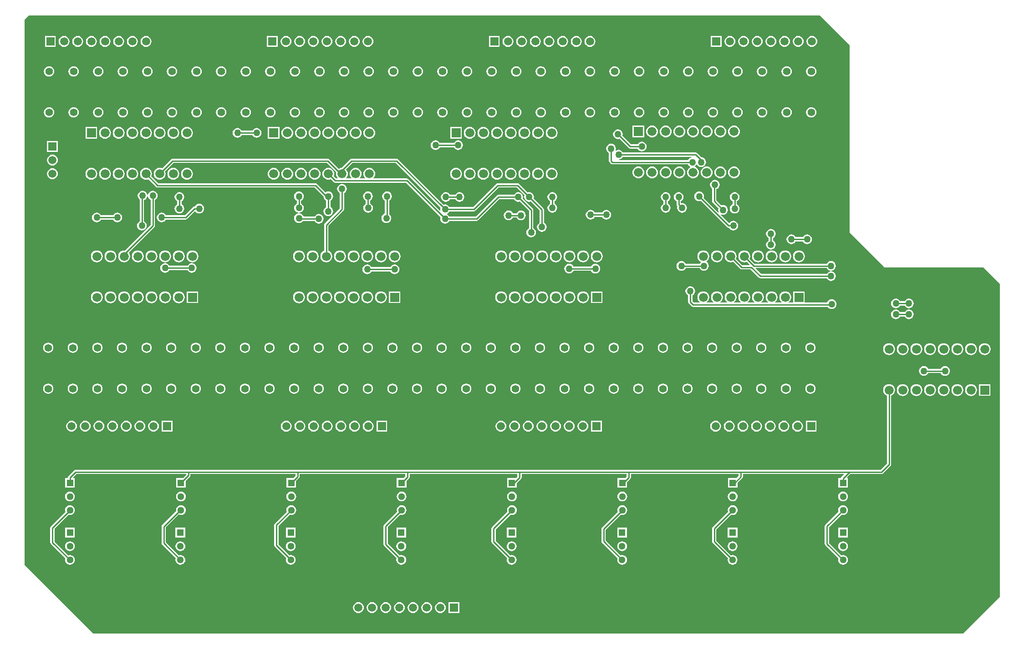
<source format=gbl>
G04*
G04 #@! TF.GenerationSoftware,Altium Limited,Altium Designer,18.1.11 (251)*
G04*
G04 Layer_Physical_Order=2*
G04 Layer_Color=16711680*
%FSLAX25Y25*%
%MOIN*%
G70*
G01*
G75*
%ADD10C,0.01000*%
%ADD11C,0.06600*%
%ADD12R,0.06600X0.06600*%
%ADD13R,0.05906X0.05906*%
%ADD14C,0.05906*%
%ADD15C,0.05512*%
%ADD16R,0.05906X0.05906*%
%ADD17R,0.05110X0.05110*%
%ADD18C,0.05110*%
%ADD19C,0.05000*%
G36*
X604000Y432000D02*
Y294500D01*
X629500Y269000D01*
X702000D01*
X714000Y257000D01*
Y27500D01*
X687000Y500D01*
X50500D01*
X0Y51000D01*
Y450500D01*
X3000Y453500D01*
X582500D01*
X604000Y432000D01*
D02*
G37*
%LPC*%
G36*
X510453Y438453D02*
X502547D01*
Y430547D01*
X510453D01*
Y438453D01*
D02*
G37*
G36*
X347953D02*
X340047D01*
Y430547D01*
X347953D01*
Y438453D01*
D02*
G37*
G36*
X185453D02*
X177547D01*
Y430547D01*
X185453D01*
Y438453D01*
D02*
G37*
G36*
X22953D02*
X15047D01*
Y430547D01*
X22953D01*
Y438453D01*
D02*
G37*
G36*
X576500Y438487D02*
X575468Y438351D01*
X574507Y437953D01*
X573681Y437319D01*
X573047Y436493D01*
X572649Y435532D01*
X572513Y434500D01*
X572649Y433468D01*
X573047Y432507D01*
X573681Y431681D01*
X574507Y431047D01*
X575468Y430649D01*
X576500Y430513D01*
X577532Y430649D01*
X578493Y431047D01*
X579319Y431681D01*
X579953Y432507D01*
X580351Y433468D01*
X580487Y434500D01*
X580351Y435532D01*
X579953Y436493D01*
X579319Y437319D01*
X578493Y437953D01*
X577532Y438351D01*
X576500Y438487D01*
D02*
G37*
G36*
X566500D02*
X565468Y438351D01*
X564507Y437953D01*
X563681Y437319D01*
X563047Y436493D01*
X562649Y435532D01*
X562513Y434500D01*
X562649Y433468D01*
X563047Y432507D01*
X563681Y431681D01*
X564507Y431047D01*
X565468Y430649D01*
X566500Y430513D01*
X567532Y430649D01*
X568493Y431047D01*
X569319Y431681D01*
X569953Y432507D01*
X570351Y433468D01*
X570487Y434500D01*
X570351Y435532D01*
X569953Y436493D01*
X569319Y437319D01*
X568493Y437953D01*
X567532Y438351D01*
X566500Y438487D01*
D02*
G37*
G36*
X556500D02*
X555468Y438351D01*
X554507Y437953D01*
X553681Y437319D01*
X553047Y436493D01*
X552649Y435532D01*
X552513Y434500D01*
X552649Y433468D01*
X553047Y432507D01*
X553681Y431681D01*
X554507Y431047D01*
X555468Y430649D01*
X556500Y430513D01*
X557532Y430649D01*
X558493Y431047D01*
X559319Y431681D01*
X559953Y432507D01*
X560351Y433468D01*
X560487Y434500D01*
X560351Y435532D01*
X559953Y436493D01*
X559319Y437319D01*
X558493Y437953D01*
X557532Y438351D01*
X556500Y438487D01*
D02*
G37*
G36*
X546500D02*
X545468Y438351D01*
X544507Y437953D01*
X543681Y437319D01*
X543047Y436493D01*
X542649Y435532D01*
X542513Y434500D01*
X542649Y433468D01*
X543047Y432507D01*
X543681Y431681D01*
X544507Y431047D01*
X545468Y430649D01*
X546500Y430513D01*
X547532Y430649D01*
X548493Y431047D01*
X549319Y431681D01*
X549953Y432507D01*
X550351Y433468D01*
X550487Y434500D01*
X550351Y435532D01*
X549953Y436493D01*
X549319Y437319D01*
X548493Y437953D01*
X547532Y438351D01*
X546500Y438487D01*
D02*
G37*
G36*
X536500D02*
X535468Y438351D01*
X534507Y437953D01*
X533681Y437319D01*
X533047Y436493D01*
X532649Y435532D01*
X532513Y434500D01*
X532649Y433468D01*
X533047Y432507D01*
X533681Y431681D01*
X534507Y431047D01*
X535468Y430649D01*
X536500Y430513D01*
X537532Y430649D01*
X538493Y431047D01*
X539319Y431681D01*
X539953Y432507D01*
X540351Y433468D01*
X540487Y434500D01*
X540351Y435532D01*
X539953Y436493D01*
X539319Y437319D01*
X538493Y437953D01*
X537532Y438351D01*
X536500Y438487D01*
D02*
G37*
G36*
X526500D02*
X525468Y438351D01*
X524507Y437953D01*
X523681Y437319D01*
X523047Y436493D01*
X522649Y435532D01*
X522513Y434500D01*
X522649Y433468D01*
X523047Y432507D01*
X523681Y431681D01*
X524507Y431047D01*
X525468Y430649D01*
X526500Y430513D01*
X527532Y430649D01*
X528493Y431047D01*
X529319Y431681D01*
X529953Y432507D01*
X530351Y433468D01*
X530487Y434500D01*
X530351Y435532D01*
X529953Y436493D01*
X529319Y437319D01*
X528493Y437953D01*
X527532Y438351D01*
X526500Y438487D01*
D02*
G37*
G36*
X516500D02*
X515468Y438351D01*
X514507Y437953D01*
X513681Y437319D01*
X513047Y436493D01*
X512649Y435532D01*
X512513Y434500D01*
X512649Y433468D01*
X513047Y432507D01*
X513681Y431681D01*
X514507Y431047D01*
X515468Y430649D01*
X516500Y430513D01*
X517532Y430649D01*
X518493Y431047D01*
X519319Y431681D01*
X519953Y432507D01*
X520351Y433468D01*
X520487Y434500D01*
X520351Y435532D01*
X519953Y436493D01*
X519319Y437319D01*
X518493Y437953D01*
X517532Y438351D01*
X516500Y438487D01*
D02*
G37*
G36*
X414000D02*
X412968Y438351D01*
X412007Y437953D01*
X411181Y437319D01*
X410547Y436493D01*
X410149Y435532D01*
X410013Y434500D01*
X410149Y433468D01*
X410547Y432507D01*
X411181Y431681D01*
X412007Y431047D01*
X412968Y430649D01*
X414000Y430513D01*
X415032Y430649D01*
X415993Y431047D01*
X416819Y431681D01*
X417453Y432507D01*
X417851Y433468D01*
X417987Y434500D01*
X417851Y435532D01*
X417453Y436493D01*
X416819Y437319D01*
X415993Y437953D01*
X415032Y438351D01*
X414000Y438487D01*
D02*
G37*
G36*
X404000D02*
X402968Y438351D01*
X402007Y437953D01*
X401181Y437319D01*
X400547Y436493D01*
X400149Y435532D01*
X400013Y434500D01*
X400149Y433468D01*
X400547Y432507D01*
X401181Y431681D01*
X402007Y431047D01*
X402968Y430649D01*
X404000Y430513D01*
X405032Y430649D01*
X405993Y431047D01*
X406819Y431681D01*
X407453Y432507D01*
X407851Y433468D01*
X407987Y434500D01*
X407851Y435532D01*
X407453Y436493D01*
X406819Y437319D01*
X405993Y437953D01*
X405032Y438351D01*
X404000Y438487D01*
D02*
G37*
G36*
X394000D02*
X392968Y438351D01*
X392007Y437953D01*
X391181Y437319D01*
X390547Y436493D01*
X390149Y435532D01*
X390013Y434500D01*
X390149Y433468D01*
X390547Y432507D01*
X391181Y431681D01*
X392007Y431047D01*
X392968Y430649D01*
X394000Y430513D01*
X395032Y430649D01*
X395993Y431047D01*
X396819Y431681D01*
X397453Y432507D01*
X397851Y433468D01*
X397987Y434500D01*
X397851Y435532D01*
X397453Y436493D01*
X396819Y437319D01*
X395993Y437953D01*
X395032Y438351D01*
X394000Y438487D01*
D02*
G37*
G36*
X384000D02*
X382968Y438351D01*
X382007Y437953D01*
X381181Y437319D01*
X380547Y436493D01*
X380149Y435532D01*
X380013Y434500D01*
X380149Y433468D01*
X380547Y432507D01*
X381181Y431681D01*
X382007Y431047D01*
X382968Y430649D01*
X384000Y430513D01*
X385032Y430649D01*
X385993Y431047D01*
X386819Y431681D01*
X387453Y432507D01*
X387851Y433468D01*
X387987Y434500D01*
X387851Y435532D01*
X387453Y436493D01*
X386819Y437319D01*
X385993Y437953D01*
X385032Y438351D01*
X384000Y438487D01*
D02*
G37*
G36*
X374000D02*
X372968Y438351D01*
X372007Y437953D01*
X371181Y437319D01*
X370547Y436493D01*
X370149Y435532D01*
X370013Y434500D01*
X370149Y433468D01*
X370547Y432507D01*
X371181Y431681D01*
X372007Y431047D01*
X372968Y430649D01*
X374000Y430513D01*
X375032Y430649D01*
X375993Y431047D01*
X376819Y431681D01*
X377453Y432507D01*
X377851Y433468D01*
X377987Y434500D01*
X377851Y435532D01*
X377453Y436493D01*
X376819Y437319D01*
X375993Y437953D01*
X375032Y438351D01*
X374000Y438487D01*
D02*
G37*
G36*
X364000D02*
X362968Y438351D01*
X362007Y437953D01*
X361181Y437319D01*
X360547Y436493D01*
X360149Y435532D01*
X360013Y434500D01*
X360149Y433468D01*
X360547Y432507D01*
X361181Y431681D01*
X362007Y431047D01*
X362968Y430649D01*
X364000Y430513D01*
X365032Y430649D01*
X365993Y431047D01*
X366819Y431681D01*
X367453Y432507D01*
X367851Y433468D01*
X367987Y434500D01*
X367851Y435532D01*
X367453Y436493D01*
X366819Y437319D01*
X365993Y437953D01*
X365032Y438351D01*
X364000Y438487D01*
D02*
G37*
G36*
X354000D02*
X352968Y438351D01*
X352007Y437953D01*
X351181Y437319D01*
X350547Y436493D01*
X350149Y435532D01*
X350013Y434500D01*
X350149Y433468D01*
X350547Y432507D01*
X351181Y431681D01*
X352007Y431047D01*
X352968Y430649D01*
X354000Y430513D01*
X355032Y430649D01*
X355993Y431047D01*
X356819Y431681D01*
X357453Y432507D01*
X357851Y433468D01*
X357987Y434500D01*
X357851Y435532D01*
X357453Y436493D01*
X356819Y437319D01*
X355993Y437953D01*
X355032Y438351D01*
X354000Y438487D01*
D02*
G37*
G36*
X251500D02*
X250468Y438351D01*
X249507Y437953D01*
X248681Y437319D01*
X248047Y436493D01*
X247649Y435532D01*
X247513Y434500D01*
X247649Y433468D01*
X248047Y432507D01*
X248681Y431681D01*
X249507Y431047D01*
X250468Y430649D01*
X251500Y430513D01*
X252532Y430649D01*
X253493Y431047D01*
X254319Y431681D01*
X254953Y432507D01*
X255351Y433468D01*
X255487Y434500D01*
X255351Y435532D01*
X254953Y436493D01*
X254319Y437319D01*
X253493Y437953D01*
X252532Y438351D01*
X251500Y438487D01*
D02*
G37*
G36*
X241500D02*
X240468Y438351D01*
X239507Y437953D01*
X238681Y437319D01*
X238047Y436493D01*
X237649Y435532D01*
X237513Y434500D01*
X237649Y433468D01*
X238047Y432507D01*
X238681Y431681D01*
X239507Y431047D01*
X240468Y430649D01*
X241500Y430513D01*
X242532Y430649D01*
X243493Y431047D01*
X244319Y431681D01*
X244953Y432507D01*
X245351Y433468D01*
X245487Y434500D01*
X245351Y435532D01*
X244953Y436493D01*
X244319Y437319D01*
X243493Y437953D01*
X242532Y438351D01*
X241500Y438487D01*
D02*
G37*
G36*
X231500D02*
X230468Y438351D01*
X229507Y437953D01*
X228681Y437319D01*
X228047Y436493D01*
X227649Y435532D01*
X227513Y434500D01*
X227649Y433468D01*
X228047Y432507D01*
X228681Y431681D01*
X229507Y431047D01*
X230468Y430649D01*
X231500Y430513D01*
X232532Y430649D01*
X233493Y431047D01*
X234319Y431681D01*
X234953Y432507D01*
X235351Y433468D01*
X235487Y434500D01*
X235351Y435532D01*
X234953Y436493D01*
X234319Y437319D01*
X233493Y437953D01*
X232532Y438351D01*
X231500Y438487D01*
D02*
G37*
G36*
X221500D02*
X220468Y438351D01*
X219507Y437953D01*
X218681Y437319D01*
X218047Y436493D01*
X217649Y435532D01*
X217513Y434500D01*
X217649Y433468D01*
X218047Y432507D01*
X218681Y431681D01*
X219507Y431047D01*
X220468Y430649D01*
X221500Y430513D01*
X222532Y430649D01*
X223493Y431047D01*
X224319Y431681D01*
X224953Y432507D01*
X225351Y433468D01*
X225487Y434500D01*
X225351Y435532D01*
X224953Y436493D01*
X224319Y437319D01*
X223493Y437953D01*
X222532Y438351D01*
X221500Y438487D01*
D02*
G37*
G36*
X211500D02*
X210468Y438351D01*
X209507Y437953D01*
X208681Y437319D01*
X208047Y436493D01*
X207649Y435532D01*
X207513Y434500D01*
X207649Y433468D01*
X208047Y432507D01*
X208681Y431681D01*
X209507Y431047D01*
X210468Y430649D01*
X211500Y430513D01*
X212532Y430649D01*
X213493Y431047D01*
X214319Y431681D01*
X214953Y432507D01*
X215351Y433468D01*
X215487Y434500D01*
X215351Y435532D01*
X214953Y436493D01*
X214319Y437319D01*
X213493Y437953D01*
X212532Y438351D01*
X211500Y438487D01*
D02*
G37*
G36*
X201500D02*
X200468Y438351D01*
X199507Y437953D01*
X198681Y437319D01*
X198047Y436493D01*
X197649Y435532D01*
X197513Y434500D01*
X197649Y433468D01*
X198047Y432507D01*
X198681Y431681D01*
X199507Y431047D01*
X200468Y430649D01*
X201500Y430513D01*
X202532Y430649D01*
X203493Y431047D01*
X204319Y431681D01*
X204953Y432507D01*
X205351Y433468D01*
X205487Y434500D01*
X205351Y435532D01*
X204953Y436493D01*
X204319Y437319D01*
X203493Y437953D01*
X202532Y438351D01*
X201500Y438487D01*
D02*
G37*
G36*
X191500D02*
X190468Y438351D01*
X189507Y437953D01*
X188681Y437319D01*
X188047Y436493D01*
X187649Y435532D01*
X187513Y434500D01*
X187649Y433468D01*
X188047Y432507D01*
X188681Y431681D01*
X189507Y431047D01*
X190468Y430649D01*
X191500Y430513D01*
X192532Y430649D01*
X193493Y431047D01*
X194319Y431681D01*
X194953Y432507D01*
X195351Y433468D01*
X195487Y434500D01*
X195351Y435532D01*
X194953Y436493D01*
X194319Y437319D01*
X193493Y437953D01*
X192532Y438351D01*
X191500Y438487D01*
D02*
G37*
G36*
X89000D02*
X87968Y438351D01*
X87007Y437953D01*
X86181Y437319D01*
X85547Y436493D01*
X85149Y435532D01*
X85013Y434500D01*
X85149Y433468D01*
X85547Y432507D01*
X86181Y431681D01*
X87007Y431047D01*
X87968Y430649D01*
X89000Y430513D01*
X90032Y430649D01*
X90993Y431047D01*
X91819Y431681D01*
X92453Y432507D01*
X92851Y433468D01*
X92987Y434500D01*
X92851Y435532D01*
X92453Y436493D01*
X91819Y437319D01*
X90993Y437953D01*
X90032Y438351D01*
X89000Y438487D01*
D02*
G37*
G36*
X79000D02*
X77968Y438351D01*
X77007Y437953D01*
X76181Y437319D01*
X75547Y436493D01*
X75149Y435532D01*
X75013Y434500D01*
X75149Y433468D01*
X75547Y432507D01*
X76181Y431681D01*
X77007Y431047D01*
X77968Y430649D01*
X79000Y430513D01*
X80032Y430649D01*
X80993Y431047D01*
X81819Y431681D01*
X82453Y432507D01*
X82851Y433468D01*
X82987Y434500D01*
X82851Y435532D01*
X82453Y436493D01*
X81819Y437319D01*
X80993Y437953D01*
X80032Y438351D01*
X79000Y438487D01*
D02*
G37*
G36*
X69000D02*
X67968Y438351D01*
X67007Y437953D01*
X66181Y437319D01*
X65547Y436493D01*
X65149Y435532D01*
X65013Y434500D01*
X65149Y433468D01*
X65547Y432507D01*
X66181Y431681D01*
X67007Y431047D01*
X67968Y430649D01*
X69000Y430513D01*
X70032Y430649D01*
X70993Y431047D01*
X71819Y431681D01*
X72453Y432507D01*
X72851Y433468D01*
X72987Y434500D01*
X72851Y435532D01*
X72453Y436493D01*
X71819Y437319D01*
X70993Y437953D01*
X70032Y438351D01*
X69000Y438487D01*
D02*
G37*
G36*
X59000D02*
X57968Y438351D01*
X57007Y437953D01*
X56181Y437319D01*
X55547Y436493D01*
X55149Y435532D01*
X55013Y434500D01*
X55149Y433468D01*
X55547Y432507D01*
X56181Y431681D01*
X57007Y431047D01*
X57968Y430649D01*
X59000Y430513D01*
X60032Y430649D01*
X60993Y431047D01*
X61819Y431681D01*
X62453Y432507D01*
X62851Y433468D01*
X62987Y434500D01*
X62851Y435532D01*
X62453Y436493D01*
X61819Y437319D01*
X60993Y437953D01*
X60032Y438351D01*
X59000Y438487D01*
D02*
G37*
G36*
X49000D02*
X47968Y438351D01*
X47007Y437953D01*
X46181Y437319D01*
X45547Y436493D01*
X45149Y435532D01*
X45013Y434500D01*
X45149Y433468D01*
X45547Y432507D01*
X46181Y431681D01*
X47007Y431047D01*
X47968Y430649D01*
X49000Y430513D01*
X50032Y430649D01*
X50993Y431047D01*
X51819Y431681D01*
X52453Y432507D01*
X52851Y433468D01*
X52987Y434500D01*
X52851Y435532D01*
X52453Y436493D01*
X51819Y437319D01*
X50993Y437953D01*
X50032Y438351D01*
X49000Y438487D01*
D02*
G37*
G36*
X39000D02*
X37968Y438351D01*
X37007Y437953D01*
X36181Y437319D01*
X35547Y436493D01*
X35149Y435532D01*
X35013Y434500D01*
X35149Y433468D01*
X35547Y432507D01*
X36181Y431681D01*
X37007Y431047D01*
X37968Y430649D01*
X39000Y430513D01*
X40032Y430649D01*
X40993Y431047D01*
X41819Y431681D01*
X42453Y432507D01*
X42851Y433468D01*
X42987Y434500D01*
X42851Y435532D01*
X42453Y436493D01*
X41819Y437319D01*
X40993Y437953D01*
X40032Y438351D01*
X39000Y438487D01*
D02*
G37*
G36*
X29000D02*
X27968Y438351D01*
X27007Y437953D01*
X26181Y437319D01*
X25547Y436493D01*
X25149Y435532D01*
X25013Y434500D01*
X25149Y433468D01*
X25547Y432507D01*
X26181Y431681D01*
X27007Y431047D01*
X27968Y430649D01*
X29000Y430513D01*
X30032Y430649D01*
X30993Y431047D01*
X31819Y431681D01*
X32453Y432507D01*
X32851Y433468D01*
X32987Y434500D01*
X32851Y435532D01*
X32453Y436493D01*
X31819Y437319D01*
X30993Y437953D01*
X30032Y438351D01*
X29000Y438487D01*
D02*
G37*
G36*
X576000Y416288D02*
X575020Y416159D01*
X574106Y415781D01*
X573321Y415179D01*
X572719Y414394D01*
X572341Y413481D01*
X572212Y412500D01*
X572341Y411519D01*
X572719Y410606D01*
X573321Y409821D01*
X574106Y409219D01*
X575020Y408841D01*
X576000Y408712D01*
X576980Y408841D01*
X577894Y409219D01*
X578679Y409821D01*
X579281Y410606D01*
X579659Y411519D01*
X579788Y412500D01*
X579659Y413481D01*
X579281Y414394D01*
X578679Y415179D01*
X577894Y415781D01*
X576980Y416159D01*
X576000Y416288D01*
D02*
G37*
G36*
X558000D02*
X557020Y416159D01*
X556106Y415781D01*
X555321Y415179D01*
X554719Y414394D01*
X554341Y413481D01*
X554212Y412500D01*
X554341Y411519D01*
X554719Y410606D01*
X555321Y409821D01*
X556106Y409219D01*
X557020Y408841D01*
X558000Y408712D01*
X558981Y408841D01*
X559894Y409219D01*
X560679Y409821D01*
X561281Y410606D01*
X561659Y411519D01*
X561788Y412500D01*
X561659Y413481D01*
X561281Y414394D01*
X560679Y415179D01*
X559894Y415781D01*
X558981Y416159D01*
X558000Y416288D01*
D02*
G37*
G36*
X540000D02*
X539019Y416159D01*
X538106Y415781D01*
X537321Y415179D01*
X536719Y414394D01*
X536341Y413481D01*
X536212Y412500D01*
X536341Y411519D01*
X536719Y410606D01*
X537321Y409821D01*
X538106Y409219D01*
X539019Y408841D01*
X540000Y408712D01*
X540980Y408841D01*
X541894Y409219D01*
X542679Y409821D01*
X543281Y410606D01*
X543659Y411519D01*
X543788Y412500D01*
X543659Y413481D01*
X543281Y414394D01*
X542679Y415179D01*
X541894Y415781D01*
X540980Y416159D01*
X540000Y416288D01*
D02*
G37*
G36*
X522000D02*
X521020Y416159D01*
X520106Y415781D01*
X519321Y415179D01*
X518719Y414394D01*
X518341Y413481D01*
X518212Y412500D01*
X518341Y411519D01*
X518719Y410606D01*
X519321Y409821D01*
X520106Y409219D01*
X521020Y408841D01*
X522000Y408712D01*
X522980Y408841D01*
X523894Y409219D01*
X524679Y409821D01*
X525281Y410606D01*
X525659Y411519D01*
X525788Y412500D01*
X525659Y413481D01*
X525281Y414394D01*
X524679Y415179D01*
X523894Y415781D01*
X522980Y416159D01*
X522000Y416288D01*
D02*
G37*
G36*
X504000D02*
X503020Y416159D01*
X502106Y415781D01*
X501321Y415179D01*
X500719Y414394D01*
X500341Y413481D01*
X500212Y412500D01*
X500341Y411519D01*
X500719Y410606D01*
X501321Y409821D01*
X502106Y409219D01*
X503020Y408841D01*
X504000Y408712D01*
X504981Y408841D01*
X505894Y409219D01*
X506679Y409821D01*
X507281Y410606D01*
X507659Y411519D01*
X507788Y412500D01*
X507659Y413481D01*
X507281Y414394D01*
X506679Y415179D01*
X505894Y415781D01*
X504981Y416159D01*
X504000Y416288D01*
D02*
G37*
G36*
X486000D02*
X485019Y416159D01*
X484106Y415781D01*
X483321Y415179D01*
X482719Y414394D01*
X482341Y413481D01*
X482212Y412500D01*
X482341Y411519D01*
X482719Y410606D01*
X483321Y409821D01*
X484106Y409219D01*
X485019Y408841D01*
X486000Y408712D01*
X486980Y408841D01*
X487894Y409219D01*
X488679Y409821D01*
X489281Y410606D01*
X489659Y411519D01*
X489788Y412500D01*
X489659Y413481D01*
X489281Y414394D01*
X488679Y415179D01*
X487894Y415781D01*
X486980Y416159D01*
X486000Y416288D01*
D02*
G37*
G36*
X468000D02*
X467020Y416159D01*
X466106Y415781D01*
X465321Y415179D01*
X464719Y414394D01*
X464341Y413481D01*
X464212Y412500D01*
X464341Y411519D01*
X464719Y410606D01*
X465321Y409821D01*
X466106Y409219D01*
X467020Y408841D01*
X468000Y408712D01*
X468981Y408841D01*
X469894Y409219D01*
X470679Y409821D01*
X471281Y410606D01*
X471659Y411519D01*
X471788Y412500D01*
X471659Y413481D01*
X471281Y414394D01*
X470679Y415179D01*
X469894Y415781D01*
X468981Y416159D01*
X468000Y416288D01*
D02*
G37*
G36*
X450000D02*
X449019Y416159D01*
X448106Y415781D01*
X447321Y415179D01*
X446719Y414394D01*
X446341Y413481D01*
X446212Y412500D01*
X446341Y411519D01*
X446719Y410606D01*
X447321Y409821D01*
X448106Y409219D01*
X449019Y408841D01*
X450000Y408712D01*
X450981Y408841D01*
X451894Y409219D01*
X452679Y409821D01*
X453281Y410606D01*
X453659Y411519D01*
X453788Y412500D01*
X453659Y413481D01*
X453281Y414394D01*
X452679Y415179D01*
X451894Y415781D01*
X450981Y416159D01*
X450000Y416288D01*
D02*
G37*
G36*
X432000D02*
X431019Y416159D01*
X430106Y415781D01*
X429321Y415179D01*
X428719Y414394D01*
X428341Y413481D01*
X428212Y412500D01*
X428341Y411519D01*
X428719Y410606D01*
X429321Y409821D01*
X430106Y409219D01*
X431019Y408841D01*
X432000Y408712D01*
X432980Y408841D01*
X433894Y409219D01*
X434679Y409821D01*
X435281Y410606D01*
X435659Y411519D01*
X435788Y412500D01*
X435659Y413481D01*
X435281Y414394D01*
X434679Y415179D01*
X433894Y415781D01*
X432980Y416159D01*
X432000Y416288D01*
D02*
G37*
G36*
X414000D02*
X413020Y416159D01*
X412106Y415781D01*
X411321Y415179D01*
X410719Y414394D01*
X410341Y413481D01*
X410212Y412500D01*
X410341Y411519D01*
X410719Y410606D01*
X411321Y409821D01*
X412106Y409219D01*
X413020Y408841D01*
X414000Y408712D01*
X414981Y408841D01*
X415894Y409219D01*
X416679Y409821D01*
X417281Y410606D01*
X417659Y411519D01*
X417788Y412500D01*
X417659Y413481D01*
X417281Y414394D01*
X416679Y415179D01*
X415894Y415781D01*
X414981Y416159D01*
X414000Y416288D01*
D02*
G37*
G36*
X396000D02*
X395020Y416159D01*
X394106Y415781D01*
X393321Y415179D01*
X392719Y414394D01*
X392341Y413481D01*
X392212Y412500D01*
X392341Y411519D01*
X392719Y410606D01*
X393321Y409821D01*
X394106Y409219D01*
X395020Y408841D01*
X396000Y408712D01*
X396981Y408841D01*
X397894Y409219D01*
X398679Y409821D01*
X399281Y410606D01*
X399659Y411519D01*
X399788Y412500D01*
X399659Y413481D01*
X399281Y414394D01*
X398679Y415179D01*
X397894Y415781D01*
X396981Y416159D01*
X396000Y416288D01*
D02*
G37*
G36*
X378000D02*
X377020Y416159D01*
X376106Y415781D01*
X375321Y415179D01*
X374719Y414394D01*
X374341Y413481D01*
X374212Y412500D01*
X374341Y411519D01*
X374719Y410606D01*
X375321Y409821D01*
X376106Y409219D01*
X377020Y408841D01*
X378000Y408712D01*
X378980Y408841D01*
X379894Y409219D01*
X380679Y409821D01*
X381281Y410606D01*
X381659Y411519D01*
X381788Y412500D01*
X381659Y413481D01*
X381281Y414394D01*
X380679Y415179D01*
X379894Y415781D01*
X378980Y416159D01*
X378000Y416288D01*
D02*
G37*
G36*
X360000D02*
X359019Y416159D01*
X358106Y415781D01*
X357321Y415179D01*
X356719Y414394D01*
X356341Y413481D01*
X356212Y412500D01*
X356341Y411519D01*
X356719Y410606D01*
X357321Y409821D01*
X358106Y409219D01*
X359019Y408841D01*
X360000Y408712D01*
X360981Y408841D01*
X361894Y409219D01*
X362679Y409821D01*
X363281Y410606D01*
X363659Y411519D01*
X363788Y412500D01*
X363659Y413481D01*
X363281Y414394D01*
X362679Y415179D01*
X361894Y415781D01*
X360981Y416159D01*
X360000Y416288D01*
D02*
G37*
G36*
X342000D02*
X341020Y416159D01*
X340106Y415781D01*
X339321Y415179D01*
X338719Y414394D01*
X338341Y413481D01*
X338212Y412500D01*
X338341Y411519D01*
X338719Y410606D01*
X339321Y409821D01*
X340106Y409219D01*
X341020Y408841D01*
X342000Y408712D01*
X342981Y408841D01*
X343894Y409219D01*
X344679Y409821D01*
X345281Y410606D01*
X345659Y411519D01*
X345788Y412500D01*
X345659Y413481D01*
X345281Y414394D01*
X344679Y415179D01*
X343894Y415781D01*
X342981Y416159D01*
X342000Y416288D01*
D02*
G37*
G36*
X324000D02*
X323020Y416159D01*
X322106Y415781D01*
X321321Y415179D01*
X320719Y414394D01*
X320341Y413481D01*
X320212Y412500D01*
X320341Y411519D01*
X320719Y410606D01*
X321321Y409821D01*
X322106Y409219D01*
X323020Y408841D01*
X324000Y408712D01*
X324980Y408841D01*
X325894Y409219D01*
X326679Y409821D01*
X327281Y410606D01*
X327659Y411519D01*
X327788Y412500D01*
X327659Y413481D01*
X327281Y414394D01*
X326679Y415179D01*
X325894Y415781D01*
X324980Y416159D01*
X324000Y416288D01*
D02*
G37*
G36*
X306000D02*
X305019Y416159D01*
X304106Y415781D01*
X303321Y415179D01*
X302719Y414394D01*
X302341Y413481D01*
X302212Y412500D01*
X302341Y411519D01*
X302719Y410606D01*
X303321Y409821D01*
X304106Y409219D01*
X305019Y408841D01*
X306000Y408712D01*
X306980Y408841D01*
X307894Y409219D01*
X308679Y409821D01*
X309281Y410606D01*
X309659Y411519D01*
X309788Y412500D01*
X309659Y413481D01*
X309281Y414394D01*
X308679Y415179D01*
X307894Y415781D01*
X306980Y416159D01*
X306000Y416288D01*
D02*
G37*
G36*
X288000D02*
X287019Y416159D01*
X286106Y415781D01*
X285321Y415179D01*
X284719Y414394D01*
X284341Y413481D01*
X284212Y412500D01*
X284341Y411519D01*
X284719Y410606D01*
X285321Y409821D01*
X286106Y409219D01*
X287019Y408841D01*
X288000Y408712D01*
X288981Y408841D01*
X289894Y409219D01*
X290679Y409821D01*
X291281Y410606D01*
X291659Y411519D01*
X291788Y412500D01*
X291659Y413481D01*
X291281Y414394D01*
X290679Y415179D01*
X289894Y415781D01*
X288981Y416159D01*
X288000Y416288D01*
D02*
G37*
G36*
X270000D02*
X269020Y416159D01*
X268106Y415781D01*
X267321Y415179D01*
X266719Y414394D01*
X266341Y413481D01*
X266212Y412500D01*
X266341Y411519D01*
X266719Y410606D01*
X267321Y409821D01*
X268106Y409219D01*
X269020Y408841D01*
X270000Y408712D01*
X270981Y408841D01*
X271894Y409219D01*
X272679Y409821D01*
X273281Y410606D01*
X273659Y411519D01*
X273788Y412500D01*
X273659Y413481D01*
X273281Y414394D01*
X272679Y415179D01*
X271894Y415781D01*
X270981Y416159D01*
X270000Y416288D01*
D02*
G37*
G36*
X252000D02*
X251020Y416159D01*
X250106Y415781D01*
X249321Y415179D01*
X248719Y414394D01*
X248341Y413481D01*
X248212Y412500D01*
X248341Y411519D01*
X248719Y410606D01*
X249321Y409821D01*
X250106Y409219D01*
X251020Y408841D01*
X252000Y408712D01*
X252980Y408841D01*
X253894Y409219D01*
X254679Y409821D01*
X255281Y410606D01*
X255659Y411519D01*
X255788Y412500D01*
X255659Y413481D01*
X255281Y414394D01*
X254679Y415179D01*
X253894Y415781D01*
X252980Y416159D01*
X252000Y416288D01*
D02*
G37*
G36*
X234000D02*
X233019Y416159D01*
X232106Y415781D01*
X231321Y415179D01*
X230719Y414394D01*
X230341Y413481D01*
X230212Y412500D01*
X230341Y411519D01*
X230719Y410606D01*
X231321Y409821D01*
X232106Y409219D01*
X233019Y408841D01*
X234000Y408712D01*
X234981Y408841D01*
X235894Y409219D01*
X236679Y409821D01*
X237281Y410606D01*
X237659Y411519D01*
X237788Y412500D01*
X237659Y413481D01*
X237281Y414394D01*
X236679Y415179D01*
X235894Y415781D01*
X234981Y416159D01*
X234000Y416288D01*
D02*
G37*
G36*
X216000D02*
X215019Y416159D01*
X214106Y415781D01*
X213321Y415179D01*
X212719Y414394D01*
X212341Y413481D01*
X212212Y412500D01*
X212341Y411519D01*
X212719Y410606D01*
X213321Y409821D01*
X214106Y409219D01*
X215019Y408841D01*
X216000Y408712D01*
X216981Y408841D01*
X217894Y409219D01*
X218679Y409821D01*
X219281Y410606D01*
X219659Y411519D01*
X219788Y412500D01*
X219659Y413481D01*
X219281Y414394D01*
X218679Y415179D01*
X217894Y415781D01*
X216981Y416159D01*
X216000Y416288D01*
D02*
G37*
G36*
X198000D02*
X197020Y416159D01*
X196106Y415781D01*
X195321Y415179D01*
X194719Y414394D01*
X194341Y413481D01*
X194212Y412500D01*
X194341Y411519D01*
X194719Y410606D01*
X195321Y409821D01*
X196106Y409219D01*
X197020Y408841D01*
X198000Y408712D01*
X198980Y408841D01*
X199894Y409219D01*
X200679Y409821D01*
X201281Y410606D01*
X201659Y411519D01*
X201788Y412500D01*
X201659Y413481D01*
X201281Y414394D01*
X200679Y415179D01*
X199894Y415781D01*
X198980Y416159D01*
X198000Y416288D01*
D02*
G37*
G36*
X180000D02*
X179019Y416159D01*
X178106Y415781D01*
X177321Y415179D01*
X176719Y414394D01*
X176341Y413481D01*
X176212Y412500D01*
X176341Y411519D01*
X176719Y410606D01*
X177321Y409821D01*
X178106Y409219D01*
X179019Y408841D01*
X180000Y408712D01*
X180981Y408841D01*
X181894Y409219D01*
X182679Y409821D01*
X183281Y410606D01*
X183659Y411519D01*
X183788Y412500D01*
X183659Y413481D01*
X183281Y414394D01*
X182679Y415179D01*
X181894Y415781D01*
X180981Y416159D01*
X180000Y416288D01*
D02*
G37*
G36*
X162000D02*
X161020Y416159D01*
X160106Y415781D01*
X159321Y415179D01*
X158719Y414394D01*
X158341Y413481D01*
X158212Y412500D01*
X158341Y411519D01*
X158719Y410606D01*
X159321Y409821D01*
X160106Y409219D01*
X161020Y408841D01*
X162000Y408712D01*
X162980Y408841D01*
X163894Y409219D01*
X164679Y409821D01*
X165281Y410606D01*
X165659Y411519D01*
X165788Y412500D01*
X165659Y413481D01*
X165281Y414394D01*
X164679Y415179D01*
X163894Y415781D01*
X162980Y416159D01*
X162000Y416288D01*
D02*
G37*
G36*
X144000D02*
X143019Y416159D01*
X142106Y415781D01*
X141321Y415179D01*
X140719Y414394D01*
X140341Y413481D01*
X140212Y412500D01*
X140341Y411519D01*
X140719Y410606D01*
X141321Y409821D01*
X142106Y409219D01*
X143019Y408841D01*
X144000Y408712D01*
X144981Y408841D01*
X145894Y409219D01*
X146679Y409821D01*
X147281Y410606D01*
X147659Y411519D01*
X147788Y412500D01*
X147659Y413481D01*
X147281Y414394D01*
X146679Y415179D01*
X145894Y415781D01*
X144981Y416159D01*
X144000Y416288D01*
D02*
G37*
G36*
X126000D02*
X125020Y416159D01*
X124106Y415781D01*
X123321Y415179D01*
X122719Y414394D01*
X122341Y413481D01*
X122212Y412500D01*
X122341Y411519D01*
X122719Y410606D01*
X123321Y409821D01*
X124106Y409219D01*
X125020Y408841D01*
X126000Y408712D01*
X126980Y408841D01*
X127894Y409219D01*
X128679Y409821D01*
X129281Y410606D01*
X129659Y411519D01*
X129788Y412500D01*
X129659Y413481D01*
X129281Y414394D01*
X128679Y415179D01*
X127894Y415781D01*
X126980Y416159D01*
X126000Y416288D01*
D02*
G37*
G36*
X108000D02*
X107019Y416159D01*
X106106Y415781D01*
X105321Y415179D01*
X104719Y414394D01*
X104341Y413481D01*
X104212Y412500D01*
X104341Y411519D01*
X104719Y410606D01*
X105321Y409821D01*
X106106Y409219D01*
X107019Y408841D01*
X108000Y408712D01*
X108981Y408841D01*
X109894Y409219D01*
X110679Y409821D01*
X111281Y410606D01*
X111659Y411519D01*
X111788Y412500D01*
X111659Y413481D01*
X111281Y414394D01*
X110679Y415179D01*
X109894Y415781D01*
X108981Y416159D01*
X108000Y416288D01*
D02*
G37*
G36*
X90000D02*
X89020Y416159D01*
X88106Y415781D01*
X87321Y415179D01*
X86719Y414394D01*
X86341Y413481D01*
X86212Y412500D01*
X86341Y411519D01*
X86719Y410606D01*
X87321Y409821D01*
X88106Y409219D01*
X89020Y408841D01*
X90000Y408712D01*
X90980Y408841D01*
X91894Y409219D01*
X92679Y409821D01*
X93281Y410606D01*
X93659Y411519D01*
X93788Y412500D01*
X93659Y413481D01*
X93281Y414394D01*
X92679Y415179D01*
X91894Y415781D01*
X90980Y416159D01*
X90000Y416288D01*
D02*
G37*
G36*
X72000D02*
X71020Y416159D01*
X70106Y415781D01*
X69321Y415179D01*
X68719Y414394D01*
X68341Y413481D01*
X68212Y412500D01*
X68341Y411519D01*
X68719Y410606D01*
X69321Y409821D01*
X70106Y409219D01*
X71020Y408841D01*
X72000Y408712D01*
X72980Y408841D01*
X73894Y409219D01*
X74679Y409821D01*
X75281Y410606D01*
X75659Y411519D01*
X75788Y412500D01*
X75659Y413481D01*
X75281Y414394D01*
X74679Y415179D01*
X73894Y415781D01*
X72980Y416159D01*
X72000Y416288D01*
D02*
G37*
G36*
X54000D02*
X53019Y416159D01*
X52106Y415781D01*
X51321Y415179D01*
X50719Y414394D01*
X50341Y413481D01*
X50212Y412500D01*
X50341Y411519D01*
X50719Y410606D01*
X51321Y409821D01*
X52106Y409219D01*
X53019Y408841D01*
X54000Y408712D01*
X54980Y408841D01*
X55894Y409219D01*
X56679Y409821D01*
X57281Y410606D01*
X57659Y411519D01*
X57788Y412500D01*
X57659Y413481D01*
X57281Y414394D01*
X56679Y415179D01*
X55894Y415781D01*
X54980Y416159D01*
X54000Y416288D01*
D02*
G37*
G36*
X36000D02*
X35019Y416159D01*
X34106Y415781D01*
X33321Y415179D01*
X32719Y414394D01*
X32341Y413481D01*
X32212Y412500D01*
X32341Y411519D01*
X32719Y410606D01*
X33321Y409821D01*
X34106Y409219D01*
X35019Y408841D01*
X36000Y408712D01*
X36981Y408841D01*
X37894Y409219D01*
X38679Y409821D01*
X39281Y410606D01*
X39659Y411519D01*
X39788Y412500D01*
X39659Y413481D01*
X39281Y414394D01*
X38679Y415179D01*
X37894Y415781D01*
X36981Y416159D01*
X36000Y416288D01*
D02*
G37*
G36*
X18000D02*
X17019Y416159D01*
X16106Y415781D01*
X15321Y415179D01*
X14719Y414394D01*
X14341Y413481D01*
X14212Y412500D01*
X14341Y411519D01*
X14719Y410606D01*
X15321Y409821D01*
X16106Y409219D01*
X17019Y408841D01*
X18000Y408712D01*
X18981Y408841D01*
X19894Y409219D01*
X20679Y409821D01*
X21281Y410606D01*
X21659Y411519D01*
X21788Y412500D01*
X21659Y413481D01*
X21281Y414394D01*
X20679Y415179D01*
X19894Y415781D01*
X18981Y416159D01*
X18000Y416288D01*
D02*
G37*
G36*
X576000Y386288D02*
X575020Y386159D01*
X574106Y385781D01*
X573321Y385179D01*
X572719Y384394D01*
X572341Y383481D01*
X572212Y382500D01*
X572341Y381520D01*
X572719Y380606D01*
X573321Y379821D01*
X574106Y379219D01*
X575020Y378841D01*
X576000Y378712D01*
X576980Y378841D01*
X577894Y379219D01*
X578679Y379821D01*
X579281Y380606D01*
X579659Y381520D01*
X579788Y382500D01*
X579659Y383481D01*
X579281Y384394D01*
X578679Y385179D01*
X577894Y385781D01*
X576980Y386159D01*
X576000Y386288D01*
D02*
G37*
G36*
X558000D02*
X557020Y386159D01*
X556106Y385781D01*
X555321Y385179D01*
X554719Y384394D01*
X554341Y383481D01*
X554212Y382500D01*
X554341Y381520D01*
X554719Y380606D01*
X555321Y379821D01*
X556106Y379219D01*
X557020Y378841D01*
X558000Y378712D01*
X558981Y378841D01*
X559894Y379219D01*
X560679Y379821D01*
X561281Y380606D01*
X561659Y381520D01*
X561788Y382500D01*
X561659Y383481D01*
X561281Y384394D01*
X560679Y385179D01*
X559894Y385781D01*
X558981Y386159D01*
X558000Y386288D01*
D02*
G37*
G36*
X540000D02*
X539019Y386159D01*
X538106Y385781D01*
X537321Y385179D01*
X536719Y384394D01*
X536341Y383481D01*
X536212Y382500D01*
X536341Y381520D01*
X536719Y380606D01*
X537321Y379821D01*
X538106Y379219D01*
X539019Y378841D01*
X540000Y378712D01*
X540980Y378841D01*
X541894Y379219D01*
X542679Y379821D01*
X543281Y380606D01*
X543659Y381520D01*
X543788Y382500D01*
X543659Y383481D01*
X543281Y384394D01*
X542679Y385179D01*
X541894Y385781D01*
X540980Y386159D01*
X540000Y386288D01*
D02*
G37*
G36*
X522000D02*
X521020Y386159D01*
X520106Y385781D01*
X519321Y385179D01*
X518719Y384394D01*
X518341Y383481D01*
X518212Y382500D01*
X518341Y381520D01*
X518719Y380606D01*
X519321Y379821D01*
X520106Y379219D01*
X521020Y378841D01*
X522000Y378712D01*
X522980Y378841D01*
X523894Y379219D01*
X524679Y379821D01*
X525281Y380606D01*
X525659Y381520D01*
X525788Y382500D01*
X525659Y383481D01*
X525281Y384394D01*
X524679Y385179D01*
X523894Y385781D01*
X522980Y386159D01*
X522000Y386288D01*
D02*
G37*
G36*
X504000D02*
X503020Y386159D01*
X502106Y385781D01*
X501321Y385179D01*
X500719Y384394D01*
X500341Y383481D01*
X500212Y382500D01*
X500341Y381520D01*
X500719Y380606D01*
X501321Y379821D01*
X502106Y379219D01*
X503020Y378841D01*
X504000Y378712D01*
X504981Y378841D01*
X505894Y379219D01*
X506679Y379821D01*
X507281Y380606D01*
X507659Y381520D01*
X507788Y382500D01*
X507659Y383481D01*
X507281Y384394D01*
X506679Y385179D01*
X505894Y385781D01*
X504981Y386159D01*
X504000Y386288D01*
D02*
G37*
G36*
X486000D02*
X485019Y386159D01*
X484106Y385781D01*
X483321Y385179D01*
X482719Y384394D01*
X482341Y383481D01*
X482212Y382500D01*
X482341Y381520D01*
X482719Y380606D01*
X483321Y379821D01*
X484106Y379219D01*
X485019Y378841D01*
X486000Y378712D01*
X486980Y378841D01*
X487894Y379219D01*
X488679Y379821D01*
X489281Y380606D01*
X489659Y381520D01*
X489788Y382500D01*
X489659Y383481D01*
X489281Y384394D01*
X488679Y385179D01*
X487894Y385781D01*
X486980Y386159D01*
X486000Y386288D01*
D02*
G37*
G36*
X468000D02*
X467020Y386159D01*
X466106Y385781D01*
X465321Y385179D01*
X464719Y384394D01*
X464341Y383481D01*
X464212Y382500D01*
X464341Y381520D01*
X464719Y380606D01*
X465321Y379821D01*
X466106Y379219D01*
X467020Y378841D01*
X468000Y378712D01*
X468981Y378841D01*
X469894Y379219D01*
X470679Y379821D01*
X471281Y380606D01*
X471659Y381520D01*
X471788Y382500D01*
X471659Y383481D01*
X471281Y384394D01*
X470679Y385179D01*
X469894Y385781D01*
X468981Y386159D01*
X468000Y386288D01*
D02*
G37*
G36*
X450000D02*
X449019Y386159D01*
X448106Y385781D01*
X447321Y385179D01*
X446719Y384394D01*
X446341Y383481D01*
X446212Y382500D01*
X446341Y381520D01*
X446719Y380606D01*
X447321Y379821D01*
X448106Y379219D01*
X449019Y378841D01*
X450000Y378712D01*
X450981Y378841D01*
X451894Y379219D01*
X452679Y379821D01*
X453281Y380606D01*
X453659Y381520D01*
X453788Y382500D01*
X453659Y383481D01*
X453281Y384394D01*
X452679Y385179D01*
X451894Y385781D01*
X450981Y386159D01*
X450000Y386288D01*
D02*
G37*
G36*
X432000D02*
X431019Y386159D01*
X430106Y385781D01*
X429321Y385179D01*
X428719Y384394D01*
X428341Y383481D01*
X428212Y382500D01*
X428341Y381520D01*
X428719Y380606D01*
X429321Y379821D01*
X430106Y379219D01*
X431019Y378841D01*
X432000Y378712D01*
X432980Y378841D01*
X433894Y379219D01*
X434679Y379821D01*
X435281Y380606D01*
X435659Y381520D01*
X435788Y382500D01*
X435659Y383481D01*
X435281Y384394D01*
X434679Y385179D01*
X433894Y385781D01*
X432980Y386159D01*
X432000Y386288D01*
D02*
G37*
G36*
X414000D02*
X413020Y386159D01*
X412106Y385781D01*
X411321Y385179D01*
X410719Y384394D01*
X410341Y383481D01*
X410212Y382500D01*
X410341Y381520D01*
X410719Y380606D01*
X411321Y379821D01*
X412106Y379219D01*
X413020Y378841D01*
X414000Y378712D01*
X414981Y378841D01*
X415894Y379219D01*
X416679Y379821D01*
X417281Y380606D01*
X417659Y381520D01*
X417788Y382500D01*
X417659Y383481D01*
X417281Y384394D01*
X416679Y385179D01*
X415894Y385781D01*
X414981Y386159D01*
X414000Y386288D01*
D02*
G37*
G36*
X396000D02*
X395020Y386159D01*
X394106Y385781D01*
X393321Y385179D01*
X392719Y384394D01*
X392341Y383481D01*
X392212Y382500D01*
X392341Y381520D01*
X392719Y380606D01*
X393321Y379821D01*
X394106Y379219D01*
X395020Y378841D01*
X396000Y378712D01*
X396981Y378841D01*
X397894Y379219D01*
X398679Y379821D01*
X399281Y380606D01*
X399659Y381520D01*
X399788Y382500D01*
X399659Y383481D01*
X399281Y384394D01*
X398679Y385179D01*
X397894Y385781D01*
X396981Y386159D01*
X396000Y386288D01*
D02*
G37*
G36*
X378000D02*
X377020Y386159D01*
X376106Y385781D01*
X375321Y385179D01*
X374719Y384394D01*
X374341Y383481D01*
X374212Y382500D01*
X374341Y381520D01*
X374719Y380606D01*
X375321Y379821D01*
X376106Y379219D01*
X377020Y378841D01*
X378000Y378712D01*
X378980Y378841D01*
X379894Y379219D01*
X380679Y379821D01*
X381281Y380606D01*
X381659Y381520D01*
X381788Y382500D01*
X381659Y383481D01*
X381281Y384394D01*
X380679Y385179D01*
X379894Y385781D01*
X378980Y386159D01*
X378000Y386288D01*
D02*
G37*
G36*
X360000D02*
X359019Y386159D01*
X358106Y385781D01*
X357321Y385179D01*
X356719Y384394D01*
X356341Y383481D01*
X356212Y382500D01*
X356341Y381520D01*
X356719Y380606D01*
X357321Y379821D01*
X358106Y379219D01*
X359019Y378841D01*
X360000Y378712D01*
X360981Y378841D01*
X361894Y379219D01*
X362679Y379821D01*
X363281Y380606D01*
X363659Y381520D01*
X363788Y382500D01*
X363659Y383481D01*
X363281Y384394D01*
X362679Y385179D01*
X361894Y385781D01*
X360981Y386159D01*
X360000Y386288D01*
D02*
G37*
G36*
X342000D02*
X341020Y386159D01*
X340106Y385781D01*
X339321Y385179D01*
X338719Y384394D01*
X338341Y383481D01*
X338212Y382500D01*
X338341Y381520D01*
X338719Y380606D01*
X339321Y379821D01*
X340106Y379219D01*
X341020Y378841D01*
X342000Y378712D01*
X342981Y378841D01*
X343894Y379219D01*
X344679Y379821D01*
X345281Y380606D01*
X345659Y381520D01*
X345788Y382500D01*
X345659Y383481D01*
X345281Y384394D01*
X344679Y385179D01*
X343894Y385781D01*
X342981Y386159D01*
X342000Y386288D01*
D02*
G37*
G36*
X324000D02*
X323020Y386159D01*
X322106Y385781D01*
X321321Y385179D01*
X320719Y384394D01*
X320341Y383481D01*
X320212Y382500D01*
X320341Y381520D01*
X320719Y380606D01*
X321321Y379821D01*
X322106Y379219D01*
X323020Y378841D01*
X324000Y378712D01*
X324980Y378841D01*
X325894Y379219D01*
X326679Y379821D01*
X327281Y380606D01*
X327659Y381520D01*
X327788Y382500D01*
X327659Y383481D01*
X327281Y384394D01*
X326679Y385179D01*
X325894Y385781D01*
X324980Y386159D01*
X324000Y386288D01*
D02*
G37*
G36*
X306000D02*
X305019Y386159D01*
X304106Y385781D01*
X303321Y385179D01*
X302719Y384394D01*
X302341Y383481D01*
X302212Y382500D01*
X302341Y381520D01*
X302719Y380606D01*
X303321Y379821D01*
X304106Y379219D01*
X305019Y378841D01*
X306000Y378712D01*
X306980Y378841D01*
X307894Y379219D01*
X308679Y379821D01*
X309281Y380606D01*
X309659Y381520D01*
X309788Y382500D01*
X309659Y383481D01*
X309281Y384394D01*
X308679Y385179D01*
X307894Y385781D01*
X306980Y386159D01*
X306000Y386288D01*
D02*
G37*
G36*
X288000D02*
X287019Y386159D01*
X286106Y385781D01*
X285321Y385179D01*
X284719Y384394D01*
X284341Y383481D01*
X284212Y382500D01*
X284341Y381520D01*
X284719Y380606D01*
X285321Y379821D01*
X286106Y379219D01*
X287019Y378841D01*
X288000Y378712D01*
X288981Y378841D01*
X289894Y379219D01*
X290679Y379821D01*
X291281Y380606D01*
X291659Y381520D01*
X291788Y382500D01*
X291659Y383481D01*
X291281Y384394D01*
X290679Y385179D01*
X289894Y385781D01*
X288981Y386159D01*
X288000Y386288D01*
D02*
G37*
G36*
X270000D02*
X269020Y386159D01*
X268106Y385781D01*
X267321Y385179D01*
X266719Y384394D01*
X266341Y383481D01*
X266212Y382500D01*
X266341Y381520D01*
X266719Y380606D01*
X267321Y379821D01*
X268106Y379219D01*
X269020Y378841D01*
X270000Y378712D01*
X270981Y378841D01*
X271894Y379219D01*
X272679Y379821D01*
X273281Y380606D01*
X273659Y381520D01*
X273788Y382500D01*
X273659Y383481D01*
X273281Y384394D01*
X272679Y385179D01*
X271894Y385781D01*
X270981Y386159D01*
X270000Y386288D01*
D02*
G37*
G36*
X252000D02*
X251020Y386159D01*
X250106Y385781D01*
X249321Y385179D01*
X248719Y384394D01*
X248341Y383481D01*
X248212Y382500D01*
X248341Y381520D01*
X248719Y380606D01*
X249321Y379821D01*
X250106Y379219D01*
X251020Y378841D01*
X252000Y378712D01*
X252980Y378841D01*
X253894Y379219D01*
X254679Y379821D01*
X255281Y380606D01*
X255659Y381520D01*
X255788Y382500D01*
X255659Y383481D01*
X255281Y384394D01*
X254679Y385179D01*
X253894Y385781D01*
X252980Y386159D01*
X252000Y386288D01*
D02*
G37*
G36*
X234000D02*
X233019Y386159D01*
X232106Y385781D01*
X231321Y385179D01*
X230719Y384394D01*
X230341Y383481D01*
X230212Y382500D01*
X230341Y381520D01*
X230719Y380606D01*
X231321Y379821D01*
X232106Y379219D01*
X233019Y378841D01*
X234000Y378712D01*
X234981Y378841D01*
X235894Y379219D01*
X236679Y379821D01*
X237281Y380606D01*
X237659Y381520D01*
X237788Y382500D01*
X237659Y383481D01*
X237281Y384394D01*
X236679Y385179D01*
X235894Y385781D01*
X234981Y386159D01*
X234000Y386288D01*
D02*
G37*
G36*
X216000D02*
X215019Y386159D01*
X214106Y385781D01*
X213321Y385179D01*
X212719Y384394D01*
X212341Y383481D01*
X212212Y382500D01*
X212341Y381520D01*
X212719Y380606D01*
X213321Y379821D01*
X214106Y379219D01*
X215019Y378841D01*
X216000Y378712D01*
X216981Y378841D01*
X217894Y379219D01*
X218679Y379821D01*
X219281Y380606D01*
X219659Y381520D01*
X219788Y382500D01*
X219659Y383481D01*
X219281Y384394D01*
X218679Y385179D01*
X217894Y385781D01*
X216981Y386159D01*
X216000Y386288D01*
D02*
G37*
G36*
X198000D02*
X197020Y386159D01*
X196106Y385781D01*
X195321Y385179D01*
X194719Y384394D01*
X194341Y383481D01*
X194212Y382500D01*
X194341Y381520D01*
X194719Y380606D01*
X195321Y379821D01*
X196106Y379219D01*
X197020Y378841D01*
X198000Y378712D01*
X198980Y378841D01*
X199894Y379219D01*
X200679Y379821D01*
X201281Y380606D01*
X201659Y381520D01*
X201788Y382500D01*
X201659Y383481D01*
X201281Y384394D01*
X200679Y385179D01*
X199894Y385781D01*
X198980Y386159D01*
X198000Y386288D01*
D02*
G37*
G36*
X180000D02*
X179019Y386159D01*
X178106Y385781D01*
X177321Y385179D01*
X176719Y384394D01*
X176341Y383481D01*
X176212Y382500D01*
X176341Y381520D01*
X176719Y380606D01*
X177321Y379821D01*
X178106Y379219D01*
X179019Y378841D01*
X180000Y378712D01*
X180981Y378841D01*
X181894Y379219D01*
X182679Y379821D01*
X183281Y380606D01*
X183659Y381520D01*
X183788Y382500D01*
X183659Y383481D01*
X183281Y384394D01*
X182679Y385179D01*
X181894Y385781D01*
X180981Y386159D01*
X180000Y386288D01*
D02*
G37*
G36*
X162000D02*
X161020Y386159D01*
X160106Y385781D01*
X159321Y385179D01*
X158719Y384394D01*
X158341Y383481D01*
X158212Y382500D01*
X158341Y381520D01*
X158719Y380606D01*
X159321Y379821D01*
X160106Y379219D01*
X161020Y378841D01*
X162000Y378712D01*
X162980Y378841D01*
X163894Y379219D01*
X164679Y379821D01*
X165281Y380606D01*
X165659Y381520D01*
X165788Y382500D01*
X165659Y383481D01*
X165281Y384394D01*
X164679Y385179D01*
X163894Y385781D01*
X162980Y386159D01*
X162000Y386288D01*
D02*
G37*
G36*
X144000D02*
X143019Y386159D01*
X142106Y385781D01*
X141321Y385179D01*
X140719Y384394D01*
X140341Y383481D01*
X140212Y382500D01*
X140341Y381520D01*
X140719Y380606D01*
X141321Y379821D01*
X142106Y379219D01*
X143019Y378841D01*
X144000Y378712D01*
X144981Y378841D01*
X145894Y379219D01*
X146679Y379821D01*
X147281Y380606D01*
X147659Y381520D01*
X147788Y382500D01*
X147659Y383481D01*
X147281Y384394D01*
X146679Y385179D01*
X145894Y385781D01*
X144981Y386159D01*
X144000Y386288D01*
D02*
G37*
G36*
X126000D02*
X125020Y386159D01*
X124106Y385781D01*
X123321Y385179D01*
X122719Y384394D01*
X122341Y383481D01*
X122212Y382500D01*
X122341Y381520D01*
X122719Y380606D01*
X123321Y379821D01*
X124106Y379219D01*
X125020Y378841D01*
X126000Y378712D01*
X126980Y378841D01*
X127894Y379219D01*
X128679Y379821D01*
X129281Y380606D01*
X129659Y381520D01*
X129788Y382500D01*
X129659Y383481D01*
X129281Y384394D01*
X128679Y385179D01*
X127894Y385781D01*
X126980Y386159D01*
X126000Y386288D01*
D02*
G37*
G36*
X108000D02*
X107019Y386159D01*
X106106Y385781D01*
X105321Y385179D01*
X104719Y384394D01*
X104341Y383481D01*
X104212Y382500D01*
X104341Y381520D01*
X104719Y380606D01*
X105321Y379821D01*
X106106Y379219D01*
X107019Y378841D01*
X108000Y378712D01*
X108981Y378841D01*
X109894Y379219D01*
X110679Y379821D01*
X111281Y380606D01*
X111659Y381520D01*
X111788Y382500D01*
X111659Y383481D01*
X111281Y384394D01*
X110679Y385179D01*
X109894Y385781D01*
X108981Y386159D01*
X108000Y386288D01*
D02*
G37*
G36*
X90000D02*
X89020Y386159D01*
X88106Y385781D01*
X87321Y385179D01*
X86719Y384394D01*
X86341Y383481D01*
X86212Y382500D01*
X86341Y381520D01*
X86719Y380606D01*
X87321Y379821D01*
X88106Y379219D01*
X89020Y378841D01*
X90000Y378712D01*
X90980Y378841D01*
X91894Y379219D01*
X92679Y379821D01*
X93281Y380606D01*
X93659Y381520D01*
X93788Y382500D01*
X93659Y383481D01*
X93281Y384394D01*
X92679Y385179D01*
X91894Y385781D01*
X90980Y386159D01*
X90000Y386288D01*
D02*
G37*
G36*
X72000D02*
X71020Y386159D01*
X70106Y385781D01*
X69321Y385179D01*
X68719Y384394D01*
X68341Y383481D01*
X68212Y382500D01*
X68341Y381520D01*
X68719Y380606D01*
X69321Y379821D01*
X70106Y379219D01*
X71020Y378841D01*
X72000Y378712D01*
X72980Y378841D01*
X73894Y379219D01*
X74679Y379821D01*
X75281Y380606D01*
X75659Y381520D01*
X75788Y382500D01*
X75659Y383481D01*
X75281Y384394D01*
X74679Y385179D01*
X73894Y385781D01*
X72980Y386159D01*
X72000Y386288D01*
D02*
G37*
G36*
X54000D02*
X53019Y386159D01*
X52106Y385781D01*
X51321Y385179D01*
X50719Y384394D01*
X50341Y383481D01*
X50212Y382500D01*
X50341Y381520D01*
X50719Y380606D01*
X51321Y379821D01*
X52106Y379219D01*
X53019Y378841D01*
X54000Y378712D01*
X54980Y378841D01*
X55894Y379219D01*
X56679Y379821D01*
X57281Y380606D01*
X57659Y381520D01*
X57788Y382500D01*
X57659Y383481D01*
X57281Y384394D01*
X56679Y385179D01*
X55894Y385781D01*
X54980Y386159D01*
X54000Y386288D01*
D02*
G37*
G36*
X36000D02*
X35019Y386159D01*
X34106Y385781D01*
X33321Y385179D01*
X32719Y384394D01*
X32341Y383481D01*
X32212Y382500D01*
X32341Y381520D01*
X32719Y380606D01*
X33321Y379821D01*
X34106Y379219D01*
X35019Y378841D01*
X36000Y378712D01*
X36981Y378841D01*
X37894Y379219D01*
X38679Y379821D01*
X39281Y380606D01*
X39659Y381520D01*
X39788Y382500D01*
X39659Y383481D01*
X39281Y384394D01*
X38679Y385179D01*
X37894Y385781D01*
X36981Y386159D01*
X36000Y386288D01*
D02*
G37*
G36*
X18000D02*
X17019Y386159D01*
X16106Y385781D01*
X15321Y385179D01*
X14719Y384394D01*
X14341Y383481D01*
X14212Y382500D01*
X14341Y381520D01*
X14719Y380606D01*
X15321Y379821D01*
X16106Y379219D01*
X17019Y378841D01*
X18000Y378712D01*
X18981Y378841D01*
X19894Y379219D01*
X20679Y379821D01*
X21281Y380606D01*
X21659Y381520D01*
X21788Y382500D01*
X21659Y383481D01*
X21281Y384394D01*
X20679Y385179D01*
X19894Y385781D01*
X18981Y386159D01*
X18000Y386288D01*
D02*
G37*
G36*
X170000Y371030D02*
X169086Y370910D01*
X168235Y370557D01*
X167504Y369996D01*
X166943Y369265D01*
X166845Y369029D01*
X159155D01*
X159057Y369265D01*
X158496Y369996D01*
X157765Y370557D01*
X156914Y370910D01*
X156000Y371030D01*
X155086Y370910D01*
X154235Y370557D01*
X153504Y369996D01*
X152943Y369265D01*
X152590Y368414D01*
X152470Y367500D01*
X152590Y366586D01*
X152943Y365735D01*
X153504Y365004D01*
X154235Y364443D01*
X155086Y364090D01*
X156000Y363970D01*
X156914Y364090D01*
X157765Y364443D01*
X158496Y365004D01*
X159057Y365735D01*
X159155Y365971D01*
X166845D01*
X166943Y365735D01*
X167504Y365004D01*
X168235Y364443D01*
X169086Y364090D01*
X170000Y363970D01*
X170914Y364090D01*
X171765Y364443D01*
X172496Y365004D01*
X173057Y365735D01*
X173410Y366586D01*
X173530Y367500D01*
X173410Y368414D01*
X173057Y369265D01*
X172496Y369996D01*
X171765Y370557D01*
X170914Y370910D01*
X170000Y371030D01*
D02*
G37*
G36*
X453800Y372800D02*
X445200D01*
Y364200D01*
X453800D01*
Y372800D01*
D02*
G37*
G36*
X519500Y372837D02*
X518377Y372689D01*
X517332Y372256D01*
X516433Y371567D01*
X515744Y370669D01*
X515311Y369622D01*
X515163Y368500D01*
X515311Y367377D01*
X515744Y366331D01*
X516433Y365433D01*
X517332Y364744D01*
X518377Y364311D01*
X519500Y364163D01*
X520622Y364311D01*
X521668Y364744D01*
X522567Y365433D01*
X523256Y366331D01*
X523689Y367377D01*
X523837Y368500D01*
X523689Y369622D01*
X523256Y370669D01*
X522567Y371567D01*
X521668Y372256D01*
X520622Y372689D01*
X519500Y372837D01*
D02*
G37*
G36*
X509500D02*
X508378Y372689D01*
X507332Y372256D01*
X506433Y371567D01*
X505744Y370669D01*
X505311Y369622D01*
X505163Y368500D01*
X505311Y367377D01*
X505744Y366331D01*
X506433Y365433D01*
X507332Y364744D01*
X508378Y364311D01*
X509500Y364163D01*
X510623Y364311D01*
X511668Y364744D01*
X512567Y365433D01*
X513256Y366331D01*
X513689Y367377D01*
X513837Y368500D01*
X513689Y369622D01*
X513256Y370669D01*
X512567Y371567D01*
X511668Y372256D01*
X510623Y372689D01*
X509500Y372837D01*
D02*
G37*
G36*
X499500D02*
X498378Y372689D01*
X497331Y372256D01*
X496433Y371567D01*
X495744Y370669D01*
X495311Y369622D01*
X495163Y368500D01*
X495311Y367377D01*
X495744Y366331D01*
X496433Y365433D01*
X497331Y364744D01*
X498378Y364311D01*
X499500Y364163D01*
X500623Y364311D01*
X501669Y364744D01*
X502567Y365433D01*
X503256Y366331D01*
X503689Y367377D01*
X503837Y368500D01*
X503689Y369622D01*
X503256Y370669D01*
X502567Y371567D01*
X501669Y372256D01*
X500623Y372689D01*
X499500Y372837D01*
D02*
G37*
G36*
X489500D02*
X488378Y372689D01*
X487331Y372256D01*
X486433Y371567D01*
X485744Y370669D01*
X485311Y369622D01*
X485163Y368500D01*
X485311Y367377D01*
X485744Y366331D01*
X486433Y365433D01*
X487331Y364744D01*
X488378Y364311D01*
X489500Y364163D01*
X490623Y364311D01*
X491669Y364744D01*
X492567Y365433D01*
X493256Y366331D01*
X493689Y367377D01*
X493837Y368500D01*
X493689Y369622D01*
X493256Y370669D01*
X492567Y371567D01*
X491669Y372256D01*
X490623Y372689D01*
X489500Y372837D01*
D02*
G37*
G36*
X479500D02*
X478377Y372689D01*
X477331Y372256D01*
X476433Y371567D01*
X475744Y370669D01*
X475311Y369622D01*
X475163Y368500D01*
X475311Y367377D01*
X475744Y366331D01*
X476433Y365433D01*
X477331Y364744D01*
X478377Y364311D01*
X479500Y364163D01*
X480622Y364311D01*
X481669Y364744D01*
X482567Y365433D01*
X483256Y366331D01*
X483689Y367377D01*
X483837Y368500D01*
X483689Y369622D01*
X483256Y370669D01*
X482567Y371567D01*
X481669Y372256D01*
X480622Y372689D01*
X479500Y372837D01*
D02*
G37*
G36*
X469500D02*
X468377Y372689D01*
X467332Y372256D01*
X466433Y371567D01*
X465744Y370669D01*
X465311Y369622D01*
X465163Y368500D01*
X465311Y367377D01*
X465744Y366331D01*
X466433Y365433D01*
X467332Y364744D01*
X468377Y364311D01*
X469500Y364163D01*
X470622Y364311D01*
X471668Y364744D01*
X472567Y365433D01*
X473256Y366331D01*
X473689Y367377D01*
X473837Y368500D01*
X473689Y369622D01*
X473256Y370669D01*
X472567Y371567D01*
X471668Y372256D01*
X470622Y372689D01*
X469500Y372837D01*
D02*
G37*
G36*
X459500D02*
X458378Y372689D01*
X457332Y372256D01*
X456433Y371567D01*
X455744Y370669D01*
X455311Y369622D01*
X455163Y368500D01*
X455311Y367377D01*
X455744Y366331D01*
X456433Y365433D01*
X457332Y364744D01*
X458378Y364311D01*
X459500Y364163D01*
X460623Y364311D01*
X461668Y364744D01*
X462567Y365433D01*
X463256Y366331D01*
X463689Y367377D01*
X463837Y368500D01*
X463689Y369622D01*
X463256Y370669D01*
X462567Y371567D01*
X461668Y372256D01*
X460623Y372689D01*
X459500Y372837D01*
D02*
G37*
G36*
X320300Y371800D02*
X311700D01*
Y363200D01*
X320300D01*
Y371800D01*
D02*
G37*
G36*
X186800D02*
X178200D01*
Y363200D01*
X186800D01*
Y371800D01*
D02*
G37*
G36*
X53300D02*
X44700D01*
Y363200D01*
X53300D01*
Y371800D01*
D02*
G37*
G36*
X386000Y371837D02*
X384877Y371689D01*
X383831Y371256D01*
X382933Y370567D01*
X382244Y369669D01*
X381811Y368622D01*
X381663Y367500D01*
X381811Y366377D01*
X382244Y365331D01*
X382933Y364433D01*
X383831Y363744D01*
X384877Y363311D01*
X386000Y363163D01*
X387123Y363311D01*
X388169Y363744D01*
X389067Y364433D01*
X389756Y365331D01*
X390189Y366377D01*
X390337Y367500D01*
X390189Y368622D01*
X389756Y369669D01*
X389067Y370567D01*
X388169Y371256D01*
X387123Y371689D01*
X386000Y371837D01*
D02*
G37*
G36*
X376000D02*
X374878Y371689D01*
X373831Y371256D01*
X372933Y370567D01*
X372244Y369669D01*
X371811Y368622D01*
X371663Y367500D01*
X371811Y366377D01*
X372244Y365331D01*
X372933Y364433D01*
X373831Y363744D01*
X374878Y363311D01*
X376000Y363163D01*
X377122Y363311D01*
X378169Y363744D01*
X379067Y364433D01*
X379756Y365331D01*
X380189Y366377D01*
X380337Y367500D01*
X380189Y368622D01*
X379756Y369669D01*
X379067Y370567D01*
X378169Y371256D01*
X377122Y371689D01*
X376000Y371837D01*
D02*
G37*
G36*
X366000D02*
X364878Y371689D01*
X363831Y371256D01*
X362933Y370567D01*
X362244Y369669D01*
X361811Y368622D01*
X361663Y367500D01*
X361811Y366377D01*
X362244Y365331D01*
X362933Y364433D01*
X363831Y363744D01*
X364878Y363311D01*
X366000Y363163D01*
X367123Y363311D01*
X368169Y363744D01*
X369067Y364433D01*
X369756Y365331D01*
X370189Y366377D01*
X370337Y367500D01*
X370189Y368622D01*
X369756Y369669D01*
X369067Y370567D01*
X368169Y371256D01*
X367123Y371689D01*
X366000Y371837D01*
D02*
G37*
G36*
X356000D02*
X354877Y371689D01*
X353831Y371256D01*
X352933Y370567D01*
X352244Y369669D01*
X351811Y368622D01*
X351663Y367500D01*
X351811Y366377D01*
X352244Y365331D01*
X352933Y364433D01*
X353831Y363744D01*
X354877Y363311D01*
X356000Y363163D01*
X357122Y363311D01*
X358169Y363744D01*
X359067Y364433D01*
X359756Y365331D01*
X360189Y366377D01*
X360337Y367500D01*
X360189Y368622D01*
X359756Y369669D01*
X359067Y370567D01*
X358169Y371256D01*
X357122Y371689D01*
X356000Y371837D01*
D02*
G37*
G36*
X346000D02*
X344878Y371689D01*
X343831Y371256D01*
X342933Y370567D01*
X342244Y369669D01*
X341811Y368622D01*
X341663Y367500D01*
X341811Y366377D01*
X342244Y365331D01*
X342933Y364433D01*
X343831Y363744D01*
X344878Y363311D01*
X346000Y363163D01*
X347123Y363311D01*
X348169Y363744D01*
X349067Y364433D01*
X349756Y365331D01*
X350189Y366377D01*
X350337Y367500D01*
X350189Y368622D01*
X349756Y369669D01*
X349067Y370567D01*
X348169Y371256D01*
X347123Y371689D01*
X346000Y371837D01*
D02*
G37*
G36*
X336000D02*
X334877Y371689D01*
X333831Y371256D01*
X332933Y370567D01*
X332244Y369669D01*
X331811Y368622D01*
X331663Y367500D01*
X331811Y366377D01*
X332244Y365331D01*
X332933Y364433D01*
X333831Y363744D01*
X334877Y363311D01*
X336000Y363163D01*
X337123Y363311D01*
X338169Y363744D01*
X339067Y364433D01*
X339756Y365331D01*
X340189Y366377D01*
X340337Y367500D01*
X340189Y368622D01*
X339756Y369669D01*
X339067Y370567D01*
X338169Y371256D01*
X337123Y371689D01*
X336000Y371837D01*
D02*
G37*
G36*
X326000D02*
X324878Y371689D01*
X323831Y371256D01*
X322933Y370567D01*
X322244Y369669D01*
X321811Y368622D01*
X321663Y367500D01*
X321811Y366377D01*
X322244Y365331D01*
X322933Y364433D01*
X323831Y363744D01*
X324878Y363311D01*
X326000Y363163D01*
X327122Y363311D01*
X328169Y363744D01*
X329067Y364433D01*
X329756Y365331D01*
X330189Y366377D01*
X330337Y367500D01*
X330189Y368622D01*
X329756Y369669D01*
X329067Y370567D01*
X328169Y371256D01*
X327122Y371689D01*
X326000Y371837D01*
D02*
G37*
G36*
X252500D02*
X251378Y371689D01*
X250331Y371256D01*
X249433Y370567D01*
X248744Y369669D01*
X248311Y368622D01*
X248163Y367500D01*
X248311Y366377D01*
X248744Y365331D01*
X249433Y364433D01*
X250331Y363744D01*
X251378Y363311D01*
X252500Y363163D01*
X253623Y363311D01*
X254669Y363744D01*
X255567Y364433D01*
X256256Y365331D01*
X256689Y366377D01*
X256837Y367500D01*
X256689Y368622D01*
X256256Y369669D01*
X255567Y370567D01*
X254669Y371256D01*
X253623Y371689D01*
X252500Y371837D01*
D02*
G37*
G36*
X242500D02*
X241377Y371689D01*
X240331Y371256D01*
X239433Y370567D01*
X238744Y369669D01*
X238311Y368622D01*
X238163Y367500D01*
X238311Y366377D01*
X238744Y365331D01*
X239433Y364433D01*
X240331Y363744D01*
X241377Y363311D01*
X242500Y363163D01*
X243622Y363311D01*
X244669Y363744D01*
X245567Y364433D01*
X246256Y365331D01*
X246689Y366377D01*
X246837Y367500D01*
X246689Y368622D01*
X246256Y369669D01*
X245567Y370567D01*
X244669Y371256D01*
X243622Y371689D01*
X242500Y371837D01*
D02*
G37*
G36*
X232500D02*
X231378Y371689D01*
X230331Y371256D01*
X229433Y370567D01*
X228744Y369669D01*
X228311Y368622D01*
X228163Y367500D01*
X228311Y366377D01*
X228744Y365331D01*
X229433Y364433D01*
X230331Y363744D01*
X231378Y363311D01*
X232500Y363163D01*
X233623Y363311D01*
X234669Y363744D01*
X235567Y364433D01*
X236256Y365331D01*
X236689Y366377D01*
X236837Y367500D01*
X236689Y368622D01*
X236256Y369669D01*
X235567Y370567D01*
X234669Y371256D01*
X233623Y371689D01*
X232500Y371837D01*
D02*
G37*
G36*
X222500D02*
X221377Y371689D01*
X220331Y371256D01*
X219433Y370567D01*
X218744Y369669D01*
X218311Y368622D01*
X218163Y367500D01*
X218311Y366377D01*
X218744Y365331D01*
X219433Y364433D01*
X220331Y363744D01*
X221377Y363311D01*
X222500Y363163D01*
X223622Y363311D01*
X224669Y363744D01*
X225567Y364433D01*
X226256Y365331D01*
X226689Y366377D01*
X226837Y367500D01*
X226689Y368622D01*
X226256Y369669D01*
X225567Y370567D01*
X224669Y371256D01*
X223622Y371689D01*
X222500Y371837D01*
D02*
G37*
G36*
X212500D02*
X211378Y371689D01*
X210331Y371256D01*
X209433Y370567D01*
X208744Y369669D01*
X208311Y368622D01*
X208163Y367500D01*
X208311Y366377D01*
X208744Y365331D01*
X209433Y364433D01*
X210331Y363744D01*
X211378Y363311D01*
X212500Y363163D01*
X213622Y363311D01*
X214669Y363744D01*
X215567Y364433D01*
X216256Y365331D01*
X216689Y366377D01*
X216837Y367500D01*
X216689Y368622D01*
X216256Y369669D01*
X215567Y370567D01*
X214669Y371256D01*
X213622Y371689D01*
X212500Y371837D01*
D02*
G37*
G36*
X202500D02*
X201378Y371689D01*
X200331Y371256D01*
X199433Y370567D01*
X198744Y369669D01*
X198311Y368622D01*
X198163Y367500D01*
X198311Y366377D01*
X198744Y365331D01*
X199433Y364433D01*
X200331Y363744D01*
X201378Y363311D01*
X202500Y363163D01*
X203623Y363311D01*
X204669Y363744D01*
X205567Y364433D01*
X206256Y365331D01*
X206689Y366377D01*
X206837Y367500D01*
X206689Y368622D01*
X206256Y369669D01*
X205567Y370567D01*
X204669Y371256D01*
X203623Y371689D01*
X202500Y371837D01*
D02*
G37*
G36*
X192500D02*
X191377Y371689D01*
X190331Y371256D01*
X189433Y370567D01*
X188744Y369669D01*
X188311Y368622D01*
X188163Y367500D01*
X188311Y366377D01*
X188744Y365331D01*
X189433Y364433D01*
X190331Y363744D01*
X191377Y363311D01*
X192500Y363163D01*
X193623Y363311D01*
X194669Y363744D01*
X195567Y364433D01*
X196256Y365331D01*
X196689Y366377D01*
X196837Y367500D01*
X196689Y368622D01*
X196256Y369669D01*
X195567Y370567D01*
X194669Y371256D01*
X193623Y371689D01*
X192500Y371837D01*
D02*
G37*
G36*
X119000D02*
X117877Y371689D01*
X116831Y371256D01*
X115933Y370567D01*
X115244Y369669D01*
X114811Y368622D01*
X114663Y367500D01*
X114811Y366377D01*
X115244Y365331D01*
X115933Y364433D01*
X116831Y363744D01*
X117877Y363311D01*
X119000Y363163D01*
X120123Y363311D01*
X121169Y363744D01*
X122067Y364433D01*
X122756Y365331D01*
X123189Y366377D01*
X123337Y367500D01*
X123189Y368622D01*
X122756Y369669D01*
X122067Y370567D01*
X121169Y371256D01*
X120123Y371689D01*
X119000Y371837D01*
D02*
G37*
G36*
X109000D02*
X107878Y371689D01*
X106831Y371256D01*
X105933Y370567D01*
X105244Y369669D01*
X104811Y368622D01*
X104663Y367500D01*
X104811Y366377D01*
X105244Y365331D01*
X105933Y364433D01*
X106831Y363744D01*
X107878Y363311D01*
X109000Y363163D01*
X110123Y363311D01*
X111169Y363744D01*
X112067Y364433D01*
X112756Y365331D01*
X113189Y366377D01*
X113337Y367500D01*
X113189Y368622D01*
X112756Y369669D01*
X112067Y370567D01*
X111169Y371256D01*
X110123Y371689D01*
X109000Y371837D01*
D02*
G37*
G36*
X99000D02*
X97878Y371689D01*
X96831Y371256D01*
X95933Y370567D01*
X95244Y369669D01*
X94811Y368622D01*
X94663Y367500D01*
X94811Y366377D01*
X95244Y365331D01*
X95933Y364433D01*
X96831Y363744D01*
X97878Y363311D01*
X99000Y363163D01*
X100122Y363311D01*
X101169Y363744D01*
X102067Y364433D01*
X102756Y365331D01*
X103189Y366377D01*
X103337Y367500D01*
X103189Y368622D01*
X102756Y369669D01*
X102067Y370567D01*
X101169Y371256D01*
X100122Y371689D01*
X99000Y371837D01*
D02*
G37*
G36*
X89000D02*
X87878Y371689D01*
X86831Y371256D01*
X85933Y370567D01*
X85244Y369669D01*
X84811Y368622D01*
X84663Y367500D01*
X84811Y366377D01*
X85244Y365331D01*
X85933Y364433D01*
X86831Y363744D01*
X87878Y363311D01*
X89000Y363163D01*
X90122Y363311D01*
X91169Y363744D01*
X92067Y364433D01*
X92756Y365331D01*
X93189Y366377D01*
X93337Y367500D01*
X93189Y368622D01*
X92756Y369669D01*
X92067Y370567D01*
X91169Y371256D01*
X90122Y371689D01*
X89000Y371837D01*
D02*
G37*
G36*
X79000D02*
X77877Y371689D01*
X76831Y371256D01*
X75933Y370567D01*
X75244Y369669D01*
X74811Y368622D01*
X74663Y367500D01*
X74811Y366377D01*
X75244Y365331D01*
X75933Y364433D01*
X76831Y363744D01*
X77877Y363311D01*
X79000Y363163D01*
X80123Y363311D01*
X81169Y363744D01*
X82067Y364433D01*
X82756Y365331D01*
X83189Y366377D01*
X83337Y367500D01*
X83189Y368622D01*
X82756Y369669D01*
X82067Y370567D01*
X81169Y371256D01*
X80123Y371689D01*
X79000Y371837D01*
D02*
G37*
G36*
X69000D02*
X67878Y371689D01*
X66831Y371256D01*
X65933Y370567D01*
X65244Y369669D01*
X64811Y368622D01*
X64663Y367500D01*
X64811Y366377D01*
X65244Y365331D01*
X65933Y364433D01*
X66831Y363744D01*
X67878Y363311D01*
X69000Y363163D01*
X70122Y363311D01*
X71169Y363744D01*
X72067Y364433D01*
X72756Y365331D01*
X73189Y366377D01*
X73337Y367500D01*
X73189Y368622D01*
X72756Y369669D01*
X72067Y370567D01*
X71169Y371256D01*
X70122Y371689D01*
X69000Y371837D01*
D02*
G37*
G36*
X59000D02*
X57877Y371689D01*
X56831Y371256D01*
X55933Y370567D01*
X55244Y369669D01*
X54811Y368622D01*
X54663Y367500D01*
X54811Y366377D01*
X55244Y365331D01*
X55933Y364433D01*
X56831Y363744D01*
X57877Y363311D01*
X59000Y363163D01*
X60123Y363311D01*
X61169Y363744D01*
X62067Y364433D01*
X62756Y365331D01*
X63189Y366377D01*
X63337Y367500D01*
X63189Y368622D01*
X62756Y369669D01*
X62067Y370567D01*
X61169Y371256D01*
X60123Y371689D01*
X59000Y371837D01*
D02*
G37*
G36*
X317500Y362030D02*
X316586Y361910D01*
X315735Y361557D01*
X315004Y360996D01*
X314443Y360265D01*
X314345Y360029D01*
X304155D01*
X304057Y360265D01*
X303496Y360996D01*
X302765Y361557D01*
X301914Y361910D01*
X301000Y362030D01*
X300086Y361910D01*
X299235Y361557D01*
X298504Y360996D01*
X297943Y360265D01*
X297590Y359414D01*
X297470Y358500D01*
X297590Y357586D01*
X297943Y356735D01*
X298504Y356004D01*
X299235Y355443D01*
X300086Y355090D01*
X301000Y354970D01*
X301914Y355090D01*
X302765Y355443D01*
X303496Y356004D01*
X304057Y356735D01*
X304155Y356971D01*
X314345D01*
X314443Y356735D01*
X315004Y356004D01*
X315735Y355443D01*
X316586Y355090D01*
X317500Y354970D01*
X318414Y355090D01*
X319265Y355443D01*
X319996Y356004D01*
X320557Y356735D01*
X320910Y357586D01*
X321030Y358500D01*
X320910Y359414D01*
X320557Y360265D01*
X319996Y360996D01*
X319265Y361557D01*
X318414Y361910D01*
X317500Y362030D01*
D02*
G37*
G36*
X434500Y370030D02*
X433586Y369910D01*
X432735Y369557D01*
X432004Y368996D01*
X431443Y368265D01*
X431090Y367414D01*
X430970Y366500D01*
X431090Y365586D01*
X431443Y364735D01*
X432004Y364004D01*
X432735Y363443D01*
X433586Y363090D01*
X434500Y362970D01*
X435414Y363090D01*
X435649Y363188D01*
X442419Y356419D01*
X442915Y356087D01*
X443500Y355971D01*
X448845D01*
X448943Y355735D01*
X449504Y355004D01*
X450235Y354443D01*
X451086Y354090D01*
X452000Y353970D01*
X452914Y354090D01*
X453765Y354443D01*
X454496Y355004D01*
X455057Y355735D01*
X455410Y356586D01*
X455530Y357500D01*
X455410Y358414D01*
X455057Y359265D01*
X454496Y359996D01*
X453765Y360557D01*
X452914Y360910D01*
X452000Y361030D01*
X451086Y360910D01*
X450235Y360557D01*
X449504Y359996D01*
X448943Y359265D01*
X448845Y359029D01*
X444134D01*
X437812Y365351D01*
X437910Y365586D01*
X438030Y366500D01*
X437910Y367414D01*
X437557Y368265D01*
X436996Y368996D01*
X436265Y369557D01*
X435414Y369910D01*
X434500Y370030D01*
D02*
G37*
G36*
X24453Y361453D02*
X16547D01*
Y353547D01*
X24453D01*
Y361453D01*
D02*
G37*
G36*
X20500Y351487D02*
X19468Y351351D01*
X18507Y350953D01*
X17681Y350319D01*
X17047Y349493D01*
X16649Y348532D01*
X16513Y347500D01*
X16649Y346468D01*
X17047Y345507D01*
X17681Y344681D01*
X18507Y344047D01*
X19468Y343649D01*
X20500Y343513D01*
X21532Y343649D01*
X22493Y344047D01*
X23319Y344681D01*
X23953Y345507D01*
X24351Y346468D01*
X24487Y347500D01*
X24351Y348532D01*
X23953Y349493D01*
X23319Y350319D01*
X22493Y350953D01*
X21532Y351351D01*
X20500Y351487D01*
D02*
G37*
G36*
X429500Y359530D02*
X428586Y359410D01*
X427735Y359057D01*
X427004Y358496D01*
X426443Y357765D01*
X426090Y356914D01*
X425970Y356000D01*
X426090Y355086D01*
X426443Y354235D01*
X427004Y353504D01*
X427735Y352943D01*
X427971Y352845D01*
Y347000D01*
X428087Y346415D01*
X428419Y345919D01*
X429419Y344919D01*
X429915Y344587D01*
X430500Y344471D01*
X485845D01*
X485943Y344235D01*
X486504Y343504D01*
X487235Y342943D01*
X487459Y342850D01*
Y342309D01*
X487331Y342256D01*
X486433Y341567D01*
X485744Y340669D01*
X485311Y339622D01*
X485163Y338500D01*
X485311Y337378D01*
X485744Y336331D01*
X486433Y335433D01*
X487331Y334744D01*
X488378Y334311D01*
X489500Y334163D01*
X490623Y334311D01*
X491669Y334744D01*
X492567Y335433D01*
X493256Y336331D01*
X493689Y337378D01*
X493837Y338500D01*
X493689Y339622D01*
X493256Y340669D01*
X492567Y341567D01*
X491669Y342256D01*
X491008Y342530D01*
X490959Y343091D01*
X491496Y343504D01*
X491956Y344103D01*
X492112Y344145D01*
X492388D01*
X492544Y344103D01*
X493004Y343504D01*
X493735Y342943D01*
X494586Y342590D01*
X495500Y342470D01*
X496414Y342590D01*
X497265Y342943D01*
X497996Y343504D01*
X498557Y344235D01*
X498910Y345086D01*
X499030Y346000D01*
X498910Y346914D01*
X498557Y347765D01*
X497996Y348496D01*
X497265Y349057D01*
X496414Y349410D01*
X495653Y349510D01*
X492581Y352581D01*
X492085Y352913D01*
X491500Y353029D01*
X438155D01*
X438057Y353265D01*
X437496Y353996D01*
X436765Y354557D01*
X435914Y354910D01*
X435000Y355030D01*
X434086Y354910D01*
X433235Y354557D01*
X433231Y354554D01*
X432820Y354869D01*
X432910Y355086D01*
X433030Y356000D01*
X432910Y356914D01*
X432557Y357765D01*
X431996Y358496D01*
X431265Y359057D01*
X430414Y359410D01*
X429500Y359530D01*
D02*
G37*
G36*
X272500Y348529D02*
X239500D01*
X238915Y348413D01*
X238419Y348081D01*
X232125Y341788D01*
X231378Y341689D01*
X230331Y341256D01*
X230091Y341072D01*
X223081Y348081D01*
X222585Y348413D01*
X222000Y348529D01*
X108500D01*
X107915Y348413D01*
X107419Y348081D01*
X100762Y341425D01*
X100122Y341689D01*
X99000Y341837D01*
X97878Y341689D01*
X96831Y341256D01*
X95933Y340567D01*
X95244Y339669D01*
X94811Y338622D01*
X94663Y337500D01*
X94811Y336378D01*
X95244Y335331D01*
X95933Y334433D01*
X96831Y333744D01*
X97878Y333311D01*
X99000Y333163D01*
X100122Y333311D01*
X101169Y333744D01*
X102067Y334433D01*
X102756Y335331D01*
X103189Y336378D01*
X103337Y337500D01*
X103189Y338622D01*
X102925Y339262D01*
X109134Y345471D01*
X221367D01*
X228299Y338538D01*
X228163Y337500D01*
X228311Y336378D01*
X228744Y335331D01*
X229359Y334529D01*
X229209Y334029D01*
X228134D01*
X226425Y335738D01*
X226689Y336378D01*
X226837Y337500D01*
X226689Y338622D01*
X226256Y339669D01*
X225567Y340567D01*
X224669Y341256D01*
X223622Y341689D01*
X222500Y341837D01*
X221377Y341689D01*
X220331Y341256D01*
X219433Y340567D01*
X218744Y339669D01*
X218311Y338622D01*
X218163Y337500D01*
X218311Y336378D01*
X218744Y335331D01*
X219433Y334433D01*
X220331Y333744D01*
X221377Y333311D01*
X222500Y333163D01*
X223622Y333311D01*
X224262Y333575D01*
X226419Y331419D01*
X226915Y331087D01*
X227500Y330971D01*
X279366D01*
X304688Y305649D01*
X304590Y305414D01*
X304470Y304500D01*
X304590Y303586D01*
X304943Y302735D01*
X305504Y302004D01*
X306235Y301443D01*
X307086Y301090D01*
X308000Y300970D01*
X308914Y301090D01*
X309765Y301443D01*
X310496Y302004D01*
X311057Y302735D01*
X311155Y302971D01*
X331000D01*
X331585Y303087D01*
X332081Y303419D01*
X347634Y318971D01*
X358345D01*
X358443Y318735D01*
X359004Y318004D01*
X359735Y317443D01*
X360586Y317090D01*
X361500Y316970D01*
X362414Y317090D01*
X362649Y317188D01*
X369471Y310367D01*
Y297655D01*
X369235Y297557D01*
X368504Y296996D01*
X367943Y296265D01*
X367590Y295414D01*
X367470Y294500D01*
X367590Y293586D01*
X367943Y292735D01*
X368504Y292004D01*
X369235Y291443D01*
X370086Y291090D01*
X371000Y290970D01*
X371914Y291090D01*
X372765Y291443D01*
X373496Y292004D01*
X374057Y292735D01*
X374410Y293586D01*
X374530Y294500D01*
X374410Y295414D01*
X374057Y296265D01*
X373496Y296996D01*
X372765Y297557D01*
X372529Y297655D01*
Y311000D01*
X372413Y311585D01*
X372081Y312081D01*
X364812Y319351D01*
X364910Y319586D01*
X365030Y320500D01*
X364910Y321414D01*
X364557Y322265D01*
X363996Y322996D01*
X363265Y323557D01*
X362414Y323910D01*
X361500Y324030D01*
X360586Y323910D01*
X359735Y323557D01*
X359004Y322996D01*
X358443Y322265D01*
X358345Y322029D01*
X347000D01*
X346415Y321913D01*
X345919Y321581D01*
X330366Y306029D01*
X311155D01*
X311057Y306265D01*
X310496Y306996D01*
X309765Y307557D01*
X309349Y307729D01*
Y308271D01*
X309765Y308443D01*
X310496Y309004D01*
X311057Y309735D01*
X311155Y309971D01*
X329000D01*
X329585Y310087D01*
X330081Y310419D01*
X347133Y327471D01*
X360367D01*
X366188Y321649D01*
X366090Y321414D01*
X365970Y320500D01*
X366090Y319586D01*
X366443Y318735D01*
X367004Y318004D01*
X367735Y317443D01*
X368586Y317090D01*
X369500Y316970D01*
X370414Y317090D01*
X370649Y317188D01*
X377304Y310533D01*
Y301655D01*
X377068Y301557D01*
X376337Y300996D01*
X375776Y300265D01*
X375423Y299414D01*
X375303Y298500D01*
X375423Y297586D01*
X375776Y296735D01*
X376337Y296004D01*
X377068Y295443D01*
X377920Y295090D01*
X378833Y294970D01*
X379747Y295090D01*
X380598Y295443D01*
X381330Y296004D01*
X381891Y296735D01*
X382243Y297586D01*
X382364Y298500D01*
X382243Y299414D01*
X381891Y300265D01*
X381330Y300996D01*
X380598Y301557D01*
X380363Y301655D01*
Y311167D01*
X380246Y311752D01*
X379915Y312248D01*
X372812Y319351D01*
X372910Y319586D01*
X373030Y320500D01*
X372910Y321414D01*
X372557Y322265D01*
X371996Y322996D01*
X371265Y323557D01*
X370414Y323910D01*
X369500Y324030D01*
X368586Y323910D01*
X368351Y323812D01*
X362081Y330081D01*
X361585Y330413D01*
X361000Y330529D01*
X346500D01*
X345915Y330413D01*
X345419Y330081D01*
X328366Y313029D01*
X311155D01*
X311057Y313265D01*
X310496Y313996D01*
X309765Y314557D01*
X308914Y314910D01*
X308000Y315030D01*
X307086Y314910D01*
X306851Y314812D01*
X273581Y348081D01*
X273085Y348413D01*
X272500Y348529D01*
D02*
G37*
G36*
X519500Y342837D02*
X518377Y342689D01*
X517332Y342256D01*
X516433Y341567D01*
X515744Y340669D01*
X515311Y339622D01*
X515163Y338500D01*
X515311Y337378D01*
X515744Y336331D01*
X516433Y335433D01*
X517332Y334744D01*
X518377Y334311D01*
X519500Y334163D01*
X520622Y334311D01*
X521668Y334744D01*
X522567Y335433D01*
X523256Y336331D01*
X523689Y337378D01*
X523837Y338500D01*
X523689Y339622D01*
X523256Y340669D01*
X522567Y341567D01*
X521668Y342256D01*
X520622Y342689D01*
X519500Y342837D01*
D02*
G37*
G36*
X509500D02*
X508378Y342689D01*
X507332Y342256D01*
X506433Y341567D01*
X505744Y340669D01*
X505311Y339622D01*
X505163Y338500D01*
X505311Y337378D01*
X505744Y336331D01*
X506433Y335433D01*
X507332Y334744D01*
X508378Y334311D01*
X509500Y334163D01*
X510623Y334311D01*
X511668Y334744D01*
X512567Y335433D01*
X513256Y336331D01*
X513689Y337378D01*
X513837Y338500D01*
X513689Y339622D01*
X513256Y340669D01*
X512567Y341567D01*
X511668Y342256D01*
X510623Y342689D01*
X509500Y342837D01*
D02*
G37*
G36*
X499500D02*
X498378Y342689D01*
X497331Y342256D01*
X496433Y341567D01*
X495744Y340669D01*
X495311Y339622D01*
X495163Y338500D01*
X495311Y337378D01*
X495744Y336331D01*
X496433Y335433D01*
X497331Y334744D01*
X498378Y334311D01*
X499500Y334163D01*
X500623Y334311D01*
X501669Y334744D01*
X502567Y335433D01*
X503256Y336331D01*
X503689Y337378D01*
X503837Y338500D01*
X503689Y339622D01*
X503256Y340669D01*
X502567Y341567D01*
X501669Y342256D01*
X500623Y342689D01*
X499500Y342837D01*
D02*
G37*
G36*
X479500D02*
X478377Y342689D01*
X477331Y342256D01*
X476433Y341567D01*
X475744Y340669D01*
X475311Y339622D01*
X475163Y338500D01*
X475311Y337378D01*
X475744Y336331D01*
X476433Y335433D01*
X477331Y334744D01*
X478377Y334311D01*
X479500Y334163D01*
X480622Y334311D01*
X481669Y334744D01*
X482567Y335433D01*
X483256Y336331D01*
X483689Y337378D01*
X483837Y338500D01*
X483689Y339622D01*
X483256Y340669D01*
X482567Y341567D01*
X481669Y342256D01*
X480622Y342689D01*
X479500Y342837D01*
D02*
G37*
G36*
X469500D02*
X468377Y342689D01*
X467332Y342256D01*
X466433Y341567D01*
X465744Y340669D01*
X465311Y339622D01*
X465163Y338500D01*
X465311Y337378D01*
X465744Y336331D01*
X466433Y335433D01*
X467332Y334744D01*
X468377Y334311D01*
X469500Y334163D01*
X470622Y334311D01*
X471668Y334744D01*
X472567Y335433D01*
X473256Y336331D01*
X473689Y337378D01*
X473837Y338500D01*
X473689Y339622D01*
X473256Y340669D01*
X472567Y341567D01*
X471668Y342256D01*
X470622Y342689D01*
X469500Y342837D01*
D02*
G37*
G36*
X459500D02*
X458378Y342689D01*
X457332Y342256D01*
X456433Y341567D01*
X455744Y340669D01*
X455311Y339622D01*
X455163Y338500D01*
X455311Y337378D01*
X455744Y336331D01*
X456433Y335433D01*
X457332Y334744D01*
X458378Y334311D01*
X459500Y334163D01*
X460623Y334311D01*
X461668Y334744D01*
X462567Y335433D01*
X463256Y336331D01*
X463689Y337378D01*
X463837Y338500D01*
X463689Y339622D01*
X463256Y340669D01*
X462567Y341567D01*
X461668Y342256D01*
X460623Y342689D01*
X459500Y342837D01*
D02*
G37*
G36*
X449500D02*
X448378Y342689D01*
X447331Y342256D01*
X446433Y341567D01*
X445744Y340669D01*
X445311Y339622D01*
X445163Y338500D01*
X445311Y337378D01*
X445744Y336331D01*
X446433Y335433D01*
X447331Y334744D01*
X448378Y334311D01*
X449500Y334163D01*
X450623Y334311D01*
X451669Y334744D01*
X452567Y335433D01*
X453256Y336331D01*
X453689Y337378D01*
X453837Y338500D01*
X453689Y339622D01*
X453256Y340669D01*
X452567Y341567D01*
X451669Y342256D01*
X450623Y342689D01*
X449500Y342837D01*
D02*
G37*
G36*
X20500Y341487D02*
X19468Y341351D01*
X18507Y340953D01*
X17681Y340319D01*
X17047Y339493D01*
X16649Y338532D01*
X16513Y337500D01*
X16649Y336468D01*
X17047Y335507D01*
X17681Y334681D01*
X18507Y334047D01*
X19468Y333649D01*
X20500Y333513D01*
X21532Y333649D01*
X22493Y334047D01*
X23319Y334681D01*
X23953Y335507D01*
X24351Y336468D01*
X24487Y337500D01*
X24351Y338532D01*
X23953Y339493D01*
X23319Y340319D01*
X22493Y340953D01*
X21532Y341351D01*
X20500Y341487D01*
D02*
G37*
G36*
X386000Y341837D02*
X384877Y341689D01*
X383831Y341256D01*
X382933Y340567D01*
X382244Y339669D01*
X381811Y338622D01*
X381663Y337500D01*
X381811Y336378D01*
X382244Y335331D01*
X382933Y334433D01*
X383831Y333744D01*
X384877Y333311D01*
X386000Y333163D01*
X387123Y333311D01*
X388169Y333744D01*
X389067Y334433D01*
X389756Y335331D01*
X390189Y336378D01*
X390337Y337500D01*
X390189Y338622D01*
X389756Y339669D01*
X389067Y340567D01*
X388169Y341256D01*
X387123Y341689D01*
X386000Y341837D01*
D02*
G37*
G36*
X376000D02*
X374878Y341689D01*
X373831Y341256D01*
X372933Y340567D01*
X372244Y339669D01*
X371811Y338622D01*
X371663Y337500D01*
X371811Y336378D01*
X372244Y335331D01*
X372933Y334433D01*
X373831Y333744D01*
X374878Y333311D01*
X376000Y333163D01*
X377122Y333311D01*
X378169Y333744D01*
X379067Y334433D01*
X379756Y335331D01*
X380189Y336378D01*
X380337Y337500D01*
X380189Y338622D01*
X379756Y339669D01*
X379067Y340567D01*
X378169Y341256D01*
X377122Y341689D01*
X376000Y341837D01*
D02*
G37*
G36*
X366000D02*
X364878Y341689D01*
X363831Y341256D01*
X362933Y340567D01*
X362244Y339669D01*
X361811Y338622D01*
X361663Y337500D01*
X361811Y336378D01*
X362244Y335331D01*
X362933Y334433D01*
X363831Y333744D01*
X364878Y333311D01*
X366000Y333163D01*
X367123Y333311D01*
X368169Y333744D01*
X369067Y334433D01*
X369756Y335331D01*
X370189Y336378D01*
X370337Y337500D01*
X370189Y338622D01*
X369756Y339669D01*
X369067Y340567D01*
X368169Y341256D01*
X367123Y341689D01*
X366000Y341837D01*
D02*
G37*
G36*
X356000D02*
X354877Y341689D01*
X353831Y341256D01*
X352933Y340567D01*
X352244Y339669D01*
X351811Y338622D01*
X351663Y337500D01*
X351811Y336378D01*
X352244Y335331D01*
X352933Y334433D01*
X353831Y333744D01*
X354877Y333311D01*
X356000Y333163D01*
X357122Y333311D01*
X358169Y333744D01*
X359067Y334433D01*
X359756Y335331D01*
X360189Y336378D01*
X360337Y337500D01*
X360189Y338622D01*
X359756Y339669D01*
X359067Y340567D01*
X358169Y341256D01*
X357122Y341689D01*
X356000Y341837D01*
D02*
G37*
G36*
X346000D02*
X344878Y341689D01*
X343831Y341256D01*
X342933Y340567D01*
X342244Y339669D01*
X341811Y338622D01*
X341663Y337500D01*
X341811Y336378D01*
X342244Y335331D01*
X342933Y334433D01*
X343831Y333744D01*
X344878Y333311D01*
X346000Y333163D01*
X347123Y333311D01*
X348169Y333744D01*
X349067Y334433D01*
X349756Y335331D01*
X350189Y336378D01*
X350337Y337500D01*
X350189Y338622D01*
X349756Y339669D01*
X349067Y340567D01*
X348169Y341256D01*
X347123Y341689D01*
X346000Y341837D01*
D02*
G37*
G36*
X336000D02*
X334877Y341689D01*
X333831Y341256D01*
X332933Y340567D01*
X332244Y339669D01*
X331811Y338622D01*
X331663Y337500D01*
X331811Y336378D01*
X332244Y335331D01*
X332933Y334433D01*
X333831Y333744D01*
X334877Y333311D01*
X336000Y333163D01*
X337123Y333311D01*
X338169Y333744D01*
X339067Y334433D01*
X339756Y335331D01*
X340189Y336378D01*
X340337Y337500D01*
X340189Y338622D01*
X339756Y339669D01*
X339067Y340567D01*
X338169Y341256D01*
X337123Y341689D01*
X336000Y341837D01*
D02*
G37*
G36*
X326000D02*
X324878Y341689D01*
X323831Y341256D01*
X322933Y340567D01*
X322244Y339669D01*
X321811Y338622D01*
X321663Y337500D01*
X321811Y336378D01*
X322244Y335331D01*
X322933Y334433D01*
X323831Y333744D01*
X324878Y333311D01*
X326000Y333163D01*
X327122Y333311D01*
X328169Y333744D01*
X329067Y334433D01*
X329756Y335331D01*
X330189Y336378D01*
X330337Y337500D01*
X330189Y338622D01*
X329756Y339669D01*
X329067Y340567D01*
X328169Y341256D01*
X327122Y341689D01*
X326000Y341837D01*
D02*
G37*
G36*
X316000D02*
X314878Y341689D01*
X313831Y341256D01*
X312933Y340567D01*
X312244Y339669D01*
X311811Y338622D01*
X311663Y337500D01*
X311811Y336378D01*
X312244Y335331D01*
X312933Y334433D01*
X313831Y333744D01*
X314878Y333311D01*
X316000Y333163D01*
X317123Y333311D01*
X318169Y333744D01*
X319067Y334433D01*
X319756Y335331D01*
X320189Y336378D01*
X320337Y337500D01*
X320189Y338622D01*
X319756Y339669D01*
X319067Y340567D01*
X318169Y341256D01*
X317123Y341689D01*
X316000Y341837D01*
D02*
G37*
G36*
X212500D02*
X211378Y341689D01*
X210331Y341256D01*
X209433Y340567D01*
X208744Y339669D01*
X208311Y338622D01*
X208163Y337500D01*
X208311Y336378D01*
X208744Y335331D01*
X209433Y334433D01*
X210331Y333744D01*
X211378Y333311D01*
X212500Y333163D01*
X213622Y333311D01*
X214669Y333744D01*
X215567Y334433D01*
X216256Y335331D01*
X216689Y336378D01*
X216837Y337500D01*
X216689Y338622D01*
X216256Y339669D01*
X215567Y340567D01*
X214669Y341256D01*
X213622Y341689D01*
X212500Y341837D01*
D02*
G37*
G36*
X202500D02*
X201378Y341689D01*
X200331Y341256D01*
X199433Y340567D01*
X198744Y339669D01*
X198311Y338622D01*
X198163Y337500D01*
X198311Y336378D01*
X198744Y335331D01*
X199433Y334433D01*
X200331Y333744D01*
X201378Y333311D01*
X202500Y333163D01*
X203623Y333311D01*
X204669Y333744D01*
X205567Y334433D01*
X206256Y335331D01*
X206689Y336378D01*
X206837Y337500D01*
X206689Y338622D01*
X206256Y339669D01*
X205567Y340567D01*
X204669Y341256D01*
X203623Y341689D01*
X202500Y341837D01*
D02*
G37*
G36*
X192500D02*
X191377Y341689D01*
X190331Y341256D01*
X189433Y340567D01*
X188744Y339669D01*
X188311Y338622D01*
X188163Y337500D01*
X188311Y336378D01*
X188744Y335331D01*
X189433Y334433D01*
X190331Y333744D01*
X191377Y333311D01*
X192500Y333163D01*
X193623Y333311D01*
X194669Y333744D01*
X195567Y334433D01*
X196256Y335331D01*
X196689Y336378D01*
X196837Y337500D01*
X196689Y338622D01*
X196256Y339669D01*
X195567Y340567D01*
X194669Y341256D01*
X193623Y341689D01*
X192500Y341837D01*
D02*
G37*
G36*
X182500D02*
X181377Y341689D01*
X180331Y341256D01*
X179433Y340567D01*
X178744Y339669D01*
X178311Y338622D01*
X178163Y337500D01*
X178311Y336378D01*
X178744Y335331D01*
X179433Y334433D01*
X180331Y333744D01*
X181377Y333311D01*
X182500Y333163D01*
X183623Y333311D01*
X184669Y333744D01*
X185567Y334433D01*
X186256Y335331D01*
X186689Y336378D01*
X186837Y337500D01*
X186689Y338622D01*
X186256Y339669D01*
X185567Y340567D01*
X184669Y341256D01*
X183623Y341689D01*
X182500Y341837D01*
D02*
G37*
G36*
X119000D02*
X117877Y341689D01*
X116831Y341256D01*
X115933Y340567D01*
X115244Y339669D01*
X114811Y338622D01*
X114663Y337500D01*
X114811Y336378D01*
X115244Y335331D01*
X115933Y334433D01*
X116831Y333744D01*
X117877Y333311D01*
X119000Y333163D01*
X120123Y333311D01*
X121169Y333744D01*
X122067Y334433D01*
X122756Y335331D01*
X123189Y336378D01*
X123337Y337500D01*
X123189Y338622D01*
X122756Y339669D01*
X122067Y340567D01*
X121169Y341256D01*
X120123Y341689D01*
X119000Y341837D01*
D02*
G37*
G36*
X109000D02*
X107878Y341689D01*
X106831Y341256D01*
X105933Y340567D01*
X105244Y339669D01*
X104811Y338622D01*
X104663Y337500D01*
X104811Y336378D01*
X105244Y335331D01*
X105933Y334433D01*
X106831Y333744D01*
X107878Y333311D01*
X109000Y333163D01*
X110123Y333311D01*
X111169Y333744D01*
X112067Y334433D01*
X112756Y335331D01*
X113189Y336378D01*
X113337Y337500D01*
X113189Y338622D01*
X112756Y339669D01*
X112067Y340567D01*
X111169Y341256D01*
X110123Y341689D01*
X109000Y341837D01*
D02*
G37*
G36*
X79000D02*
X77877Y341689D01*
X76831Y341256D01*
X75933Y340567D01*
X75244Y339669D01*
X74811Y338622D01*
X74663Y337500D01*
X74811Y336378D01*
X75244Y335331D01*
X75933Y334433D01*
X76831Y333744D01*
X77877Y333311D01*
X79000Y333163D01*
X80123Y333311D01*
X81169Y333744D01*
X82067Y334433D01*
X82756Y335331D01*
X83189Y336378D01*
X83337Y337500D01*
X83189Y338622D01*
X82756Y339669D01*
X82067Y340567D01*
X81169Y341256D01*
X80123Y341689D01*
X79000Y341837D01*
D02*
G37*
G36*
X69000D02*
X67878Y341689D01*
X66831Y341256D01*
X65933Y340567D01*
X65244Y339669D01*
X64811Y338622D01*
X64663Y337500D01*
X64811Y336378D01*
X65244Y335331D01*
X65933Y334433D01*
X66831Y333744D01*
X67878Y333311D01*
X69000Y333163D01*
X70122Y333311D01*
X71169Y333744D01*
X72067Y334433D01*
X72756Y335331D01*
X73189Y336378D01*
X73337Y337500D01*
X73189Y338622D01*
X72756Y339669D01*
X72067Y340567D01*
X71169Y341256D01*
X70122Y341689D01*
X69000Y341837D01*
D02*
G37*
G36*
X59000D02*
X57877Y341689D01*
X56831Y341256D01*
X55933Y340567D01*
X55244Y339669D01*
X54811Y338622D01*
X54663Y337500D01*
X54811Y336378D01*
X55244Y335331D01*
X55933Y334433D01*
X56831Y333744D01*
X57877Y333311D01*
X59000Y333163D01*
X60123Y333311D01*
X61169Y333744D01*
X62067Y334433D01*
X62756Y335331D01*
X63189Y336378D01*
X63337Y337500D01*
X63189Y338622D01*
X62756Y339669D01*
X62067Y340567D01*
X61169Y341256D01*
X60123Y341689D01*
X59000Y341837D01*
D02*
G37*
G36*
X49000D02*
X47877Y341689D01*
X46832Y341256D01*
X45933Y340567D01*
X45244Y339669D01*
X44811Y338622D01*
X44663Y337500D01*
X44811Y336378D01*
X45244Y335331D01*
X45933Y334433D01*
X46832Y333744D01*
X47877Y333311D01*
X49000Y333163D01*
X50122Y333311D01*
X51169Y333744D01*
X52067Y334433D01*
X52756Y335331D01*
X53189Y336378D01*
X53337Y337500D01*
X53189Y338622D01*
X52756Y339669D01*
X52067Y340567D01*
X51169Y341256D01*
X50122Y341689D01*
X49000Y341837D01*
D02*
G37*
G36*
X318500Y324030D02*
X317586Y323910D01*
X316735Y323557D01*
X316004Y322996D01*
X315443Y322265D01*
X315345Y322029D01*
X311655D01*
X311557Y322265D01*
X310996Y322996D01*
X310265Y323557D01*
X309414Y323910D01*
X308500Y324030D01*
X307586Y323910D01*
X306735Y323557D01*
X306004Y322996D01*
X305443Y322265D01*
X305090Y321414D01*
X304970Y320500D01*
X305090Y319586D01*
X305443Y318735D01*
X306004Y318004D01*
X306735Y317443D01*
X307586Y317090D01*
X308500Y316970D01*
X309414Y317090D01*
X310265Y317443D01*
X310996Y318004D01*
X311557Y318735D01*
X311655Y318971D01*
X315345D01*
X315443Y318735D01*
X316004Y318004D01*
X316735Y317443D01*
X317586Y317090D01*
X318500Y316970D01*
X319414Y317090D01*
X320265Y317443D01*
X320996Y318004D01*
X321557Y318735D01*
X321910Y319586D01*
X322030Y320500D01*
X321910Y321414D01*
X321557Y322265D01*
X320996Y322996D01*
X320265Y323557D01*
X319414Y323910D01*
X318500Y324030D01*
D02*
G37*
G36*
X94000Y325030D02*
X93086Y324910D01*
X92235Y324557D01*
X91504Y323996D01*
X90943Y323265D01*
X90590Y322414D01*
X90503Y321754D01*
X90502Y321746D01*
X89998D01*
X89997Y321754D01*
X89910Y322414D01*
X89557Y323265D01*
X88996Y323996D01*
X88265Y324557D01*
X87414Y324910D01*
X86500Y325030D01*
X85586Y324910D01*
X84735Y324557D01*
X84004Y323996D01*
X83443Y323265D01*
X83090Y322414D01*
X82970Y321500D01*
X83090Y320586D01*
X83443Y319735D01*
X84004Y319004D01*
X84471Y318646D01*
Y302655D01*
X84235Y302557D01*
X83504Y301996D01*
X82943Y301265D01*
X82590Y300414D01*
X82470Y299500D01*
X82590Y298586D01*
X82943Y297735D01*
X83504Y297004D01*
X84235Y296443D01*
X85086Y296090D01*
X86000Y295970D01*
X86914Y296090D01*
X87765Y296443D01*
X88496Y297004D01*
X89057Y297735D01*
X89410Y298586D01*
X89530Y299500D01*
X89410Y300414D01*
X89057Y301265D01*
X88496Y301996D01*
X87765Y302557D01*
X87529Y302655D01*
Y318138D01*
X88265Y318443D01*
X88996Y319004D01*
X89557Y319735D01*
X89910Y320586D01*
X89997Y321246D01*
X89998Y321254D01*
X90502D01*
X90503Y321246D01*
X90590Y320586D01*
X90943Y319735D01*
X91504Y319004D01*
X92235Y318443D01*
X92471Y318345D01*
Y300133D01*
X73596Y281259D01*
X73000Y281337D01*
X71877Y281189D01*
X70831Y280756D01*
X69933Y280067D01*
X69244Y279169D01*
X68811Y278122D01*
X68663Y277000D01*
X68811Y275877D01*
X69244Y274832D01*
X69933Y273933D01*
X70831Y273244D01*
X71877Y272811D01*
X73000Y272663D01*
X74123Y272811D01*
X75169Y273244D01*
X76067Y273933D01*
X76756Y274832D01*
X77189Y275877D01*
X77337Y277000D01*
X77189Y278122D01*
X76756Y279169D01*
X76355Y279692D01*
X95081Y298419D01*
X95413Y298915D01*
X95529Y299500D01*
Y318345D01*
X95765Y318443D01*
X96496Y319004D01*
X97057Y319735D01*
X97410Y320586D01*
X97530Y321500D01*
X97410Y322414D01*
X97057Y323265D01*
X96496Y323996D01*
X95765Y324557D01*
X94914Y324910D01*
X94000Y325030D01*
D02*
G37*
G36*
X505500Y333030D02*
X504586Y332910D01*
X503735Y332557D01*
X503004Y331996D01*
X502443Y331265D01*
X502090Y330414D01*
X501970Y329500D01*
X502090Y328586D01*
X502443Y327735D01*
X503004Y327004D01*
X503471Y326646D01*
Y317500D01*
X503587Y316915D01*
X503919Y316419D01*
X508188Y312149D01*
X508090Y311914D01*
X507970Y311000D01*
X508090Y310086D01*
X508307Y309563D01*
X507883Y309280D01*
X497312Y319851D01*
X497410Y320086D01*
X497530Y321000D01*
X497410Y321914D01*
X497057Y322765D01*
X496496Y323496D01*
X495765Y324057D01*
X494914Y324410D01*
X494000Y324530D01*
X493086Y324410D01*
X492235Y324057D01*
X491504Y323496D01*
X490943Y322765D01*
X490590Y321914D01*
X490470Y321000D01*
X490590Y320086D01*
X490943Y319235D01*
X491504Y318504D01*
X492235Y317943D01*
X493086Y317590D01*
X494000Y317470D01*
X494914Y317590D01*
X495149Y317688D01*
X514419Y298419D01*
X514915Y298087D01*
X515500Y297971D01*
X515845D01*
X515943Y297735D01*
X516504Y297004D01*
X517235Y296443D01*
X518086Y296090D01*
X519000Y295970D01*
X519914Y296090D01*
X520765Y296443D01*
X521496Y297004D01*
X522057Y297735D01*
X522410Y298586D01*
X522530Y299500D01*
X522410Y300414D01*
X522057Y301265D01*
X521496Y301996D01*
X520765Y302557D01*
X519914Y302910D01*
X519000Y303030D01*
X518086Y302910D01*
X517235Y302557D01*
X516504Y301996D01*
X516230Y301640D01*
X515567Y301596D01*
X509780Y307383D01*
X510063Y307807D01*
X510586Y307590D01*
X511500Y307470D01*
X512414Y307590D01*
X513265Y307943D01*
X513996Y308504D01*
X514557Y309235D01*
X514910Y310086D01*
X515030Y311000D01*
X514910Y311914D01*
X514557Y312765D01*
X513996Y313496D01*
X513265Y314057D01*
X512414Y314410D01*
X511500Y314530D01*
X510586Y314410D01*
X510351Y314312D01*
X506529Y318133D01*
Y326138D01*
X507265Y326443D01*
X507996Y327004D01*
X508557Y327735D01*
X508910Y328586D01*
X509030Y329500D01*
X508910Y330414D01*
X508557Y331265D01*
X507996Y331996D01*
X507265Y332557D01*
X506414Y332910D01*
X505500Y333030D01*
D02*
G37*
G36*
X426000Y311030D02*
X425086Y310910D01*
X424235Y310557D01*
X423504Y309996D01*
X422943Y309265D01*
X422845Y309029D01*
X417655D01*
X417557Y309265D01*
X416996Y309996D01*
X416265Y310557D01*
X415414Y310910D01*
X414500Y311030D01*
X413586Y310910D01*
X412735Y310557D01*
X412004Y309996D01*
X411443Y309265D01*
X411090Y308414D01*
X410970Y307500D01*
X411090Y306586D01*
X411443Y305735D01*
X412004Y305004D01*
X412735Y304443D01*
X413586Y304090D01*
X414500Y303970D01*
X415414Y304090D01*
X416265Y304443D01*
X416996Y305004D01*
X417557Y305735D01*
X417655Y305971D01*
X422845D01*
X422943Y305735D01*
X423504Y305004D01*
X424235Y304443D01*
X425086Y304090D01*
X426000Y303970D01*
X426914Y304090D01*
X427765Y304443D01*
X428496Y305004D01*
X429057Y305735D01*
X429410Y306586D01*
X429530Y307500D01*
X429410Y308414D01*
X429057Y309265D01*
X428496Y309996D01*
X427765Y310557D01*
X426914Y310910D01*
X426000Y311030D01*
D02*
G37*
G36*
X479000Y324030D02*
X478086Y323910D01*
X477235Y323557D01*
X476504Y322996D01*
X475943Y322265D01*
X475590Y321414D01*
X475470Y320500D01*
X475590Y319586D01*
X475943Y318735D01*
X476504Y318004D01*
X477235Y317443D01*
X477471Y317345D01*
Y315000D01*
X477587Y314415D01*
X477919Y313919D01*
X478188Y313649D01*
X478090Y313414D01*
X477970Y312500D01*
X478090Y311586D01*
X478443Y310735D01*
X479004Y310004D01*
X479735Y309443D01*
X480586Y309090D01*
X481500Y308970D01*
X482414Y309090D01*
X483265Y309443D01*
X483996Y310004D01*
X484557Y310735D01*
X484910Y311586D01*
X485030Y312500D01*
X484910Y313414D01*
X484557Y314265D01*
X483996Y314996D01*
X483265Y315557D01*
X482414Y315910D01*
X481500Y316030D01*
X481029Y315968D01*
X480529Y316407D01*
Y317345D01*
X480765Y317443D01*
X481496Y318004D01*
X482057Y318735D01*
X482410Y319586D01*
X482530Y320500D01*
X482410Y321414D01*
X482057Y322265D01*
X481496Y322996D01*
X480765Y323557D01*
X479914Y323910D01*
X479000Y324030D01*
D02*
G37*
G36*
X469500D02*
X468586Y323910D01*
X467735Y323557D01*
X467004Y322996D01*
X466443Y322265D01*
X466090Y321414D01*
X465970Y320500D01*
X466090Y319586D01*
X466443Y318735D01*
X467004Y318004D01*
X467735Y317443D01*
X467971Y317345D01*
Y315655D01*
X467735Y315557D01*
X467004Y314996D01*
X466443Y314265D01*
X466090Y313414D01*
X465970Y312500D01*
X466090Y311586D01*
X466443Y310735D01*
X467004Y310004D01*
X467735Y309443D01*
X468586Y309090D01*
X469500Y308970D01*
X470414Y309090D01*
X471265Y309443D01*
X471996Y310004D01*
X472557Y310735D01*
X472910Y311586D01*
X473030Y312500D01*
X472910Y313414D01*
X472557Y314265D01*
X471996Y314996D01*
X471265Y315557D01*
X471029Y315655D01*
Y317345D01*
X471265Y317443D01*
X471996Y318004D01*
X472557Y318735D01*
X472910Y319586D01*
X473030Y320500D01*
X472910Y321414D01*
X472557Y322265D01*
X471996Y322996D01*
X471265Y323557D01*
X470414Y323910D01*
X469500Y324030D01*
D02*
G37*
G36*
X386500D02*
X385586Y323910D01*
X384735Y323557D01*
X384004Y322996D01*
X383443Y322265D01*
X383090Y321414D01*
X382970Y320500D01*
X383090Y319586D01*
X383443Y318735D01*
X384004Y318004D01*
X384735Y317443D01*
X384971Y317345D01*
Y315655D01*
X384735Y315557D01*
X384004Y314996D01*
X383443Y314265D01*
X383090Y313414D01*
X382970Y312500D01*
X383090Y311586D01*
X383443Y310735D01*
X384004Y310004D01*
X384735Y309443D01*
X385586Y309090D01*
X386500Y308970D01*
X387414Y309090D01*
X388265Y309443D01*
X388996Y310004D01*
X389557Y310735D01*
X389910Y311586D01*
X390030Y312500D01*
X389910Y313414D01*
X389557Y314265D01*
X388996Y314996D01*
X388265Y315557D01*
X388029Y315655D01*
Y317345D01*
X388265Y317443D01*
X388996Y318004D01*
X389557Y318735D01*
X389910Y319586D01*
X390030Y320500D01*
X389910Y321414D01*
X389557Y322265D01*
X388996Y322996D01*
X388265Y323557D01*
X387414Y323910D01*
X386500Y324030D01*
D02*
G37*
G36*
X251500Y324530D02*
X250586Y324410D01*
X249735Y324057D01*
X249004Y323496D01*
X248443Y322765D01*
X248090Y321914D01*
X247970Y321000D01*
X248090Y320086D01*
X248443Y319235D01*
X249004Y318504D01*
X249735Y317943D01*
X249971Y317845D01*
Y315586D01*
X249902Y315557D01*
X249170Y314996D01*
X248609Y314265D01*
X248257Y313414D01*
X248136Y312500D01*
X248257Y311586D01*
X248609Y310735D01*
X249170Y310004D01*
X249902Y309443D01*
X250753Y309090D01*
X251667Y308970D01*
X252580Y309090D01*
X253432Y309443D01*
X254163Y310004D01*
X254724Y310735D01*
X255077Y311586D01*
X255197Y312500D01*
X255077Y313414D01*
X254724Y314265D01*
X254163Y314996D01*
X253432Y315557D01*
X253029Y315724D01*
Y317845D01*
X253265Y317943D01*
X253996Y318504D01*
X254557Y319235D01*
X254910Y320086D01*
X255030Y321000D01*
X254910Y321914D01*
X254557Y322765D01*
X253996Y323496D01*
X253265Y324057D01*
X252414Y324410D01*
X251500Y324530D01*
D02*
G37*
G36*
X363500Y310530D02*
X362586Y310410D01*
X361735Y310057D01*
X361004Y309496D01*
X360443Y308765D01*
X360345Y308529D01*
X357655D01*
X357557Y308765D01*
X356996Y309496D01*
X356265Y310057D01*
X355414Y310410D01*
X354500Y310530D01*
X353586Y310410D01*
X352735Y310057D01*
X352004Y309496D01*
X351443Y308765D01*
X351090Y307914D01*
X350970Y307000D01*
X351090Y306086D01*
X351443Y305235D01*
X352004Y304504D01*
X352735Y303943D01*
X353586Y303590D01*
X354500Y303470D01*
X355414Y303590D01*
X356265Y303943D01*
X356996Y304504D01*
X357557Y305235D01*
X357655Y305471D01*
X360345D01*
X360443Y305235D01*
X361004Y304504D01*
X361735Y303943D01*
X362586Y303590D01*
X363500Y303470D01*
X364414Y303590D01*
X365265Y303943D01*
X365996Y304504D01*
X366557Y305235D01*
X366910Y306086D01*
X367030Y307000D01*
X366910Y307914D01*
X366557Y308765D01*
X365996Y309496D01*
X365265Y310057D01*
X364414Y310410D01*
X363500Y310530D01*
D02*
G37*
G36*
X520000Y324030D02*
X519086Y323910D01*
X518235Y323557D01*
X517504Y322996D01*
X516943Y322265D01*
X516590Y321414D01*
X516470Y320500D01*
X516590Y319586D01*
X516943Y318735D01*
X517504Y318004D01*
X518235Y317443D01*
X518471Y317345D01*
Y315155D01*
X518235Y315057D01*
X517504Y314496D01*
X516943Y313765D01*
X516590Y312914D01*
X516470Y312000D01*
X516590Y311086D01*
X516943Y310235D01*
X517504Y309504D01*
X518235Y308943D01*
X519086Y308590D01*
X520000Y308470D01*
X520914Y308590D01*
X521765Y308943D01*
X522496Y309504D01*
X523057Y310235D01*
X523410Y311086D01*
X523530Y312000D01*
X523410Y312914D01*
X523057Y313765D01*
X522496Y314496D01*
X521765Y315057D01*
X521529Y315155D01*
Y317345D01*
X521765Y317443D01*
X522496Y318004D01*
X523057Y318735D01*
X523410Y319586D01*
X523530Y320500D01*
X523410Y321414D01*
X523057Y322265D01*
X522496Y322996D01*
X521765Y323557D01*
X520914Y323910D01*
X520000Y324030D01*
D02*
G37*
G36*
X128000Y315530D02*
X127086Y315410D01*
X126235Y315057D01*
X125504Y314496D01*
X124943Y313765D01*
X124845Y313529D01*
X124500D01*
X123915Y313413D01*
X123419Y313081D01*
X117367Y307029D01*
X103655D01*
X103557Y307265D01*
X102996Y307996D01*
X102265Y308557D01*
X101414Y308910D01*
X100500Y309030D01*
X99586Y308910D01*
X98735Y308557D01*
X98004Y307996D01*
X97443Y307265D01*
X97090Y306414D01*
X96970Y305500D01*
X97090Y304586D01*
X97443Y303735D01*
X98004Y303004D01*
X98735Y302443D01*
X99586Y302090D01*
X100500Y301970D01*
X101414Y302090D01*
X102265Y302443D01*
X102996Y303004D01*
X103557Y303735D01*
X103655Y303971D01*
X118000D01*
X118585Y304087D01*
X119081Y304419D01*
X124567Y309904D01*
X125230Y309860D01*
X125504Y309504D01*
X126235Y308943D01*
X127086Y308590D01*
X128000Y308470D01*
X128914Y308590D01*
X129765Y308943D01*
X130496Y309504D01*
X131057Y310235D01*
X131410Y311086D01*
X131530Y312000D01*
X131410Y312914D01*
X131057Y313765D01*
X130496Y314496D01*
X129765Y315057D01*
X128914Y315410D01*
X128000Y315530D01*
D02*
G37*
G36*
X113500Y324030D02*
X112586Y323910D01*
X111735Y323557D01*
X111004Y322996D01*
X110443Y322265D01*
X110090Y321414D01*
X109970Y320500D01*
X110090Y319586D01*
X110443Y318735D01*
X111004Y318004D01*
X111735Y317443D01*
X111971Y317345D01*
Y315155D01*
X111735Y315057D01*
X111004Y314496D01*
X110443Y313765D01*
X110090Y312914D01*
X109970Y312000D01*
X110090Y311086D01*
X110443Y310235D01*
X111004Y309504D01*
X111735Y308943D01*
X112586Y308590D01*
X113500Y308470D01*
X114414Y308590D01*
X115265Y308943D01*
X115996Y309504D01*
X116557Y310235D01*
X116910Y311086D01*
X117030Y312000D01*
X116910Y312914D01*
X116557Y313765D01*
X115996Y314496D01*
X115265Y315057D01*
X115029Y315155D01*
Y317345D01*
X115265Y317443D01*
X115996Y318004D01*
X116557Y318735D01*
X116910Y319586D01*
X117030Y320500D01*
X116910Y321414D01*
X116557Y322265D01*
X115996Y322996D01*
X115265Y323557D01*
X114414Y323910D01*
X113500Y324030D01*
D02*
G37*
G36*
X68000Y309030D02*
X67086Y308910D01*
X66235Y308557D01*
X65504Y307996D01*
X64943Y307265D01*
X64845Y307029D01*
X56155D01*
X56057Y307265D01*
X55496Y307996D01*
X54765Y308557D01*
X53914Y308910D01*
X53000Y309030D01*
X52086Y308910D01*
X51235Y308557D01*
X50504Y307996D01*
X49943Y307265D01*
X49590Y306414D01*
X49470Y305500D01*
X49590Y304586D01*
X49943Y303735D01*
X50504Y303004D01*
X51235Y302443D01*
X52086Y302090D01*
X53000Y301970D01*
X53914Y302090D01*
X54765Y302443D01*
X55496Y303004D01*
X56057Y303735D01*
X56155Y303971D01*
X64845D01*
X64943Y303735D01*
X65504Y303004D01*
X66235Y302443D01*
X67086Y302090D01*
X68000Y301970D01*
X68914Y302090D01*
X69765Y302443D01*
X70496Y303004D01*
X71057Y303735D01*
X71410Y304586D01*
X71530Y305500D01*
X71410Y306414D01*
X71057Y307265D01*
X70496Y307996D01*
X69765Y308557D01*
X68914Y308910D01*
X68000Y309030D01*
D02*
G37*
G36*
X89000Y341837D02*
X87878Y341689D01*
X86831Y341256D01*
X85933Y340567D01*
X85244Y339669D01*
X84811Y338622D01*
X84663Y337500D01*
X84811Y336378D01*
X85244Y335331D01*
X85933Y334433D01*
X86831Y333744D01*
X87878Y333311D01*
X89000Y333163D01*
X90122Y333311D01*
X90762Y333575D01*
X96419Y327919D01*
X96915Y327587D01*
X97500Y327471D01*
X212367D01*
X218990Y320847D01*
X219090Y320086D01*
X219443Y319235D01*
X220004Y318504D01*
X220735Y317943D01*
X220971Y317845D01*
Y313155D01*
X220735Y313057D01*
X220004Y312496D01*
X219443Y311765D01*
X219090Y310914D01*
X218970Y310000D01*
X219090Y309086D01*
X219443Y308235D01*
X220004Y307504D01*
X220735Y306943D01*
X221586Y306590D01*
X222500Y306470D01*
X223414Y306590D01*
X224265Y306943D01*
X224996Y307504D01*
X225557Y308235D01*
X225910Y309086D01*
X226030Y310000D01*
X225910Y310914D01*
X225557Y311765D01*
X224996Y312496D01*
X224265Y313057D01*
X224029Y313155D01*
Y317845D01*
X224265Y317943D01*
X224996Y318504D01*
X225557Y319235D01*
X225910Y320086D01*
X226030Y321000D01*
X225910Y321914D01*
X225557Y322765D01*
X224996Y323496D01*
X224265Y324057D01*
X223414Y324410D01*
X222500Y324530D01*
X221586Y324410D01*
X220735Y324057D01*
X220379Y323784D01*
X214081Y330081D01*
X213585Y330413D01*
X213000Y330529D01*
X98133D01*
X92925Y335738D01*
X93189Y336378D01*
X93337Y337500D01*
X93189Y338622D01*
X92756Y339669D01*
X92067Y340567D01*
X91169Y341256D01*
X90122Y341689D01*
X89000Y341837D01*
D02*
G37*
G36*
X265500Y324530D02*
X264586Y324410D01*
X263735Y324057D01*
X263004Y323496D01*
X262443Y322765D01*
X262090Y321914D01*
X261970Y321000D01*
X262090Y320086D01*
X262443Y319235D01*
X263004Y318504D01*
X263735Y317943D01*
X263971Y317845D01*
Y308362D01*
X263235Y308057D01*
X262504Y307496D01*
X261943Y306765D01*
X261590Y305914D01*
X261470Y305000D01*
X261590Y304086D01*
X261943Y303235D01*
X262504Y302504D01*
X263235Y301943D01*
X264086Y301590D01*
X265000Y301470D01*
X265914Y301590D01*
X266765Y301943D01*
X267496Y302504D01*
X268057Y303235D01*
X268410Y304086D01*
X268530Y305000D01*
X268410Y305914D01*
X268057Y306765D01*
X267496Y307496D01*
X267029Y307854D01*
Y317845D01*
X267265Y317943D01*
X267996Y318504D01*
X268557Y319235D01*
X268910Y320086D01*
X269030Y321000D01*
X268910Y321914D01*
X268557Y322765D01*
X267996Y323496D01*
X267265Y324057D01*
X266414Y324410D01*
X265500Y324530D01*
D02*
G37*
G36*
X201000D02*
X200086Y324410D01*
X199235Y324057D01*
X198504Y323496D01*
X197943Y322765D01*
X197590Y321914D01*
X197470Y321000D01*
X197590Y320086D01*
X197943Y319235D01*
X198504Y318504D01*
X199235Y317943D01*
X199471Y317845D01*
Y315655D01*
X199235Y315557D01*
X198504Y314996D01*
X197943Y314265D01*
X197590Y313414D01*
X197470Y312500D01*
X197590Y311586D01*
X197943Y310735D01*
X198504Y310004D01*
X199235Y309443D01*
X200086Y309090D01*
X200746Y309003D01*
X200754Y309002D01*
Y308498D01*
X200746Y308497D01*
X200086Y308410D01*
X199235Y308057D01*
X198504Y307496D01*
X197943Y306765D01*
X197590Y305914D01*
X197470Y305000D01*
X197590Y304086D01*
X197943Y303235D01*
X198504Y302504D01*
X199235Y301943D01*
X200086Y301590D01*
X201000Y301470D01*
X201914Y301590D01*
X202765Y301943D01*
X203496Y302504D01*
X203854Y302971D01*
X212345D01*
X212443Y302735D01*
X213004Y302004D01*
X213735Y301443D01*
X214586Y301090D01*
X215500Y300970D01*
X216414Y301090D01*
X217265Y301443D01*
X217996Y302004D01*
X218557Y302735D01*
X218910Y303586D01*
X219030Y304500D01*
X218910Y305414D01*
X218557Y306265D01*
X217996Y306996D01*
X217265Y307557D01*
X216414Y307910D01*
X215500Y308030D01*
X214586Y307910D01*
X213735Y307557D01*
X213004Y306996D01*
X212443Y306265D01*
X212345Y306029D01*
X204362D01*
X204057Y306765D01*
X203496Y307496D01*
X202765Y308057D01*
X201914Y308410D01*
X201254Y308497D01*
X201246Y308498D01*
Y309002D01*
X201254Y309003D01*
X201914Y309090D01*
X202765Y309443D01*
X203496Y310004D01*
X204057Y310735D01*
X204410Y311586D01*
X204530Y312500D01*
X204410Y313414D01*
X204057Y314265D01*
X203496Y314996D01*
X202765Y315557D01*
X202529Y315655D01*
Y317845D01*
X202765Y317943D01*
X203496Y318504D01*
X204057Y319235D01*
X204410Y320086D01*
X204530Y321000D01*
X204410Y321914D01*
X204057Y322765D01*
X203496Y323496D01*
X202765Y324057D01*
X201914Y324410D01*
X201000Y324530D01*
D02*
G37*
G36*
X573000Y293030D02*
X572086Y292910D01*
X571235Y292557D01*
X570504Y291996D01*
X569943Y291265D01*
X569845Y291029D01*
X564655D01*
X564557Y291265D01*
X563996Y291996D01*
X563265Y292557D01*
X562414Y292910D01*
X561500Y293030D01*
X560586Y292910D01*
X559735Y292557D01*
X559004Y291996D01*
X558443Y291265D01*
X558090Y290414D01*
X557970Y289500D01*
X558090Y288586D01*
X558443Y287735D01*
X559004Y287004D01*
X559735Y286443D01*
X560586Y286090D01*
X561500Y285970D01*
X562414Y286090D01*
X563265Y286443D01*
X563996Y287004D01*
X564557Y287735D01*
X564655Y287971D01*
X569845D01*
X569943Y287735D01*
X570504Y287004D01*
X571235Y286443D01*
X572086Y286090D01*
X573000Y285970D01*
X573914Y286090D01*
X574765Y286443D01*
X575496Y287004D01*
X576057Y287735D01*
X576410Y288586D01*
X576530Y289500D01*
X576410Y290414D01*
X576057Y291265D01*
X575496Y291996D01*
X574765Y292557D01*
X573914Y292910D01*
X573000Y293030D01*
D02*
G37*
G36*
X546500Y297030D02*
X545586Y296910D01*
X544735Y296557D01*
X544004Y295996D01*
X543443Y295265D01*
X543090Y294414D01*
X542970Y293500D01*
X543090Y292586D01*
X543443Y291735D01*
X544004Y291004D01*
X544735Y290443D01*
X544971Y290345D01*
Y288655D01*
X544735Y288557D01*
X544004Y287996D01*
X543443Y287265D01*
X543090Y286414D01*
X542970Y285500D01*
X543090Y284586D01*
X543443Y283735D01*
X544004Y283004D01*
X544735Y282443D01*
X545586Y282090D01*
X546500Y281970D01*
X547414Y282090D01*
X548265Y282443D01*
X548996Y283004D01*
X549557Y283735D01*
X549910Y284586D01*
X550030Y285500D01*
X549910Y286414D01*
X549557Y287265D01*
X548996Y287996D01*
X548265Y288557D01*
X548029Y288655D01*
Y290345D01*
X548265Y290443D01*
X548996Y291004D01*
X549557Y291735D01*
X549910Y292586D01*
X550030Y293500D01*
X549910Y294414D01*
X549557Y295265D01*
X548996Y295996D01*
X548265Y296557D01*
X547414Y296910D01*
X546500Y297030D01*
D02*
G37*
G36*
X567000Y281337D02*
X565877Y281189D01*
X564831Y280756D01*
X563933Y280067D01*
X563244Y279169D01*
X562811Y278122D01*
X562663Y277000D01*
X562811Y275877D01*
X563244Y274832D01*
X563933Y273933D01*
X564831Y273244D01*
X565877Y272811D01*
X567000Y272663D01*
X568122Y272811D01*
X569169Y273244D01*
X570067Y273933D01*
X570756Y274832D01*
X571189Y275877D01*
X571337Y277000D01*
X571189Y278122D01*
X570756Y279169D01*
X570067Y280067D01*
X569169Y280756D01*
X568122Y281189D01*
X567000Y281337D01*
D02*
G37*
G36*
X557000D02*
X555877Y281189D01*
X554832Y280756D01*
X553933Y280067D01*
X553244Y279169D01*
X552811Y278122D01*
X552663Y277000D01*
X552811Y275877D01*
X553244Y274832D01*
X553933Y273933D01*
X554832Y273244D01*
X555877Y272811D01*
X557000Y272663D01*
X558122Y272811D01*
X559168Y273244D01*
X560067Y273933D01*
X560756Y274832D01*
X561189Y275877D01*
X561337Y277000D01*
X561189Y278122D01*
X560756Y279169D01*
X560067Y280067D01*
X559168Y280756D01*
X558122Y281189D01*
X557000Y281337D01*
D02*
G37*
G36*
X547000D02*
X545878Y281189D01*
X544832Y280756D01*
X543933Y280067D01*
X543244Y279169D01*
X542811Y278122D01*
X542663Y277000D01*
X542811Y275877D01*
X543244Y274832D01*
X543933Y273933D01*
X544832Y273244D01*
X545878Y272811D01*
X547000Y272663D01*
X548123Y272811D01*
X549168Y273244D01*
X550067Y273933D01*
X550756Y274832D01*
X551189Y275877D01*
X551337Y277000D01*
X551189Y278122D01*
X550756Y279169D01*
X550067Y280067D01*
X549168Y280756D01*
X548123Y281189D01*
X547000Y281337D01*
D02*
G37*
G36*
X537000D02*
X535878Y281189D01*
X534831Y280756D01*
X533933Y280067D01*
X533244Y279169D01*
X532811Y278122D01*
X532663Y277000D01*
X532811Y275877D01*
X533244Y274832D01*
X533933Y273933D01*
X534831Y273244D01*
X535878Y272811D01*
X537000Y272663D01*
X538123Y272811D01*
X539169Y273244D01*
X540067Y273933D01*
X540756Y274832D01*
X541189Y275877D01*
X541337Y277000D01*
X541189Y278122D01*
X540756Y279169D01*
X540067Y280067D01*
X539169Y280756D01*
X538123Y281189D01*
X537000Y281337D01*
D02*
G37*
G36*
X507000D02*
X505877Y281189D01*
X504832Y280756D01*
X503933Y280067D01*
X503244Y279169D01*
X502811Y278122D01*
X502663Y277000D01*
X502811Y275877D01*
X503244Y274832D01*
X503933Y273933D01*
X504832Y273244D01*
X505877Y272811D01*
X507000Y272663D01*
X508122Y272811D01*
X509168Y273244D01*
X510067Y273933D01*
X510756Y274832D01*
X511189Y275877D01*
X511337Y277000D01*
X511189Y278122D01*
X510756Y279169D01*
X510067Y280067D01*
X509168Y280756D01*
X508122Y281189D01*
X507000Y281337D01*
D02*
G37*
G36*
X419000D02*
X417877Y281189D01*
X416831Y280756D01*
X415933Y280067D01*
X415244Y279169D01*
X414811Y278122D01*
X414663Y277000D01*
X414811Y275877D01*
X415244Y274832D01*
X415933Y273933D01*
X416831Y273244D01*
X417877Y272811D01*
X419000Y272663D01*
X420122Y272811D01*
X421169Y273244D01*
X422067Y273933D01*
X422756Y274832D01*
X423189Y275877D01*
X423337Y277000D01*
X423189Y278122D01*
X422756Y279169D01*
X422067Y280067D01*
X421169Y280756D01*
X420122Y281189D01*
X419000Y281337D01*
D02*
G37*
G36*
X409000D02*
X407877Y281189D01*
X406831Y280756D01*
X405933Y280067D01*
X405244Y279169D01*
X404811Y278122D01*
X404663Y277000D01*
X404811Y275877D01*
X405244Y274832D01*
X405933Y273933D01*
X406831Y273244D01*
X407877Y272811D01*
X409000Y272663D01*
X410122Y272811D01*
X411168Y273244D01*
X412067Y273933D01*
X412756Y274832D01*
X413189Y275877D01*
X413337Y277000D01*
X413189Y278122D01*
X412756Y279169D01*
X412067Y280067D01*
X411168Y280756D01*
X410122Y281189D01*
X409000Y281337D01*
D02*
G37*
G36*
X399000D02*
X397878Y281189D01*
X396831Y280756D01*
X395933Y280067D01*
X395244Y279169D01*
X394811Y278122D01*
X394663Y277000D01*
X394811Y275877D01*
X395244Y274832D01*
X395933Y273933D01*
X396831Y273244D01*
X397878Y272811D01*
X399000Y272663D01*
X400122Y272811D01*
X401169Y273244D01*
X402067Y273933D01*
X402756Y274832D01*
X403189Y275877D01*
X403337Y277000D01*
X403189Y278122D01*
X402756Y279169D01*
X402067Y280067D01*
X401169Y280756D01*
X400122Y281189D01*
X399000Y281337D01*
D02*
G37*
G36*
X389000D02*
X387877Y281189D01*
X386831Y280756D01*
X385933Y280067D01*
X385244Y279169D01*
X384811Y278122D01*
X384663Y277000D01*
X384811Y275877D01*
X385244Y274832D01*
X385933Y273933D01*
X386831Y273244D01*
X387877Y272811D01*
X389000Y272663D01*
X390123Y272811D01*
X391169Y273244D01*
X392067Y273933D01*
X392756Y274832D01*
X393189Y275877D01*
X393337Y277000D01*
X393189Y278122D01*
X392756Y279169D01*
X392067Y280067D01*
X391169Y280756D01*
X390123Y281189D01*
X389000Y281337D01*
D02*
G37*
G36*
X379000D02*
X377877Y281189D01*
X376831Y280756D01*
X375933Y280067D01*
X375244Y279169D01*
X374811Y278122D01*
X374663Y277000D01*
X374811Y275877D01*
X375244Y274832D01*
X375933Y273933D01*
X376831Y273244D01*
X377877Y272811D01*
X379000Y272663D01*
X380122Y272811D01*
X381169Y273244D01*
X382067Y273933D01*
X382756Y274832D01*
X383189Y275877D01*
X383337Y277000D01*
X383189Y278122D01*
X382756Y279169D01*
X382067Y280067D01*
X381169Y280756D01*
X380122Y281189D01*
X379000Y281337D01*
D02*
G37*
G36*
X369000D02*
X367878Y281189D01*
X366831Y280756D01*
X365933Y280067D01*
X365244Y279169D01*
X364811Y278122D01*
X364663Y277000D01*
X364811Y275877D01*
X365244Y274832D01*
X365933Y273933D01*
X366831Y273244D01*
X367878Y272811D01*
X369000Y272663D01*
X370123Y272811D01*
X371169Y273244D01*
X372067Y273933D01*
X372756Y274832D01*
X373189Y275877D01*
X373337Y277000D01*
X373189Y278122D01*
X372756Y279169D01*
X372067Y280067D01*
X371169Y280756D01*
X370123Y281189D01*
X369000Y281337D01*
D02*
G37*
G36*
X359000D02*
X357877Y281189D01*
X356831Y280756D01*
X355933Y280067D01*
X355244Y279169D01*
X354811Y278122D01*
X354663Y277000D01*
X354811Y275877D01*
X355244Y274832D01*
X355933Y273933D01*
X356831Y273244D01*
X357877Y272811D01*
X359000Y272663D01*
X360122Y272811D01*
X361169Y273244D01*
X362067Y273933D01*
X362756Y274832D01*
X363189Y275877D01*
X363337Y277000D01*
X363189Y278122D01*
X362756Y279169D01*
X362067Y280067D01*
X361169Y280756D01*
X360122Y281189D01*
X359000Y281337D01*
D02*
G37*
G36*
X349000D02*
X347878Y281189D01*
X346831Y280756D01*
X345933Y280067D01*
X345244Y279169D01*
X344811Y278122D01*
X344663Y277000D01*
X344811Y275877D01*
X345244Y274832D01*
X345933Y273933D01*
X346831Y273244D01*
X347878Y272811D01*
X349000Y272663D01*
X350122Y272811D01*
X351169Y273244D01*
X352067Y273933D01*
X352756Y274832D01*
X353189Y275877D01*
X353337Y277000D01*
X353189Y278122D01*
X352756Y279169D01*
X352067Y280067D01*
X351169Y280756D01*
X350122Y281189D01*
X349000Y281337D01*
D02*
G37*
G36*
X123000D02*
X121878Y281189D01*
X120831Y280756D01*
X119933Y280067D01*
X119244Y279169D01*
X118811Y278122D01*
X118663Y277000D01*
X118811Y275877D01*
X119244Y274832D01*
X119933Y273933D01*
X120831Y273244D01*
X121878Y272811D01*
X123000Y272663D01*
X124123Y272811D01*
X125169Y273244D01*
X126067Y273933D01*
X126756Y274832D01*
X127189Y275877D01*
X127337Y277000D01*
X127189Y278122D01*
X126756Y279169D01*
X126067Y280067D01*
X125169Y280756D01*
X124123Y281189D01*
X123000Y281337D01*
D02*
G37*
G36*
X113000D02*
X111878Y281189D01*
X110831Y280756D01*
X109933Y280067D01*
X109244Y279169D01*
X108811Y278122D01*
X108663Y277000D01*
X108811Y275877D01*
X109244Y274832D01*
X109933Y273933D01*
X110831Y273244D01*
X111878Y272811D01*
X113000Y272663D01*
X114122Y272811D01*
X115169Y273244D01*
X116067Y273933D01*
X116756Y274832D01*
X117189Y275877D01*
X117337Y277000D01*
X117189Y278122D01*
X116756Y279169D01*
X116067Y280067D01*
X115169Y280756D01*
X114122Y281189D01*
X113000Y281337D01*
D02*
G37*
G36*
X103000D02*
X101877Y281189D01*
X100831Y280756D01*
X99933Y280067D01*
X99244Y279169D01*
X98811Y278122D01*
X98663Y277000D01*
X98811Y275877D01*
X99244Y274832D01*
X99933Y273933D01*
X100831Y273244D01*
X101877Y272811D01*
X103000Y272663D01*
X104122Y272811D01*
X105169Y273244D01*
X106067Y273933D01*
X106756Y274832D01*
X107189Y275877D01*
X107337Y277000D01*
X107189Y278122D01*
X106756Y279169D01*
X106067Y280067D01*
X105169Y280756D01*
X104122Y281189D01*
X103000Y281337D01*
D02*
G37*
G36*
X93000D02*
X91878Y281189D01*
X90831Y280756D01*
X89933Y280067D01*
X89244Y279169D01*
X88811Y278122D01*
X88663Y277000D01*
X88811Y275877D01*
X89244Y274832D01*
X89933Y273933D01*
X90831Y273244D01*
X91878Y272811D01*
X93000Y272663D01*
X94122Y272811D01*
X95169Y273244D01*
X96067Y273933D01*
X96756Y274832D01*
X97189Y275877D01*
X97337Y277000D01*
X97189Y278122D01*
X96756Y279169D01*
X96067Y280067D01*
X95169Y280756D01*
X94122Y281189D01*
X93000Y281337D01*
D02*
G37*
G36*
X83000D02*
X81877Y281189D01*
X80831Y280756D01*
X79933Y280067D01*
X79244Y279169D01*
X78811Y278122D01*
X78663Y277000D01*
X78811Y275877D01*
X79244Y274832D01*
X79933Y273933D01*
X80831Y273244D01*
X81877Y272811D01*
X83000Y272663D01*
X84123Y272811D01*
X85169Y273244D01*
X86067Y273933D01*
X86756Y274832D01*
X87189Y275877D01*
X87337Y277000D01*
X87189Y278122D01*
X86756Y279169D01*
X86067Y280067D01*
X85169Y280756D01*
X84123Y281189D01*
X83000Y281337D01*
D02*
G37*
G36*
X63000D02*
X61878Y281189D01*
X60831Y280756D01*
X59933Y280067D01*
X59244Y279169D01*
X58811Y278122D01*
X58663Y277000D01*
X58811Y275877D01*
X59244Y274832D01*
X59933Y273933D01*
X60831Y273244D01*
X61878Y272811D01*
X63000Y272663D01*
X64122Y272811D01*
X65169Y273244D01*
X66067Y273933D01*
X66756Y274832D01*
X67189Y275877D01*
X67337Y277000D01*
X67189Y278122D01*
X66756Y279169D01*
X66067Y280067D01*
X65169Y280756D01*
X64122Y281189D01*
X63000Y281337D01*
D02*
G37*
G36*
X53000D02*
X51877Y281189D01*
X50832Y280756D01*
X49933Y280067D01*
X49244Y279169D01*
X48811Y278122D01*
X48663Y277000D01*
X48811Y275877D01*
X49244Y274832D01*
X49933Y273933D01*
X50832Y273244D01*
X51877Y272811D01*
X53000Y272663D01*
X54123Y272811D01*
X55169Y273244D01*
X56067Y273933D01*
X56756Y274832D01*
X57189Y275877D01*
X57337Y277000D01*
X57189Y278122D01*
X56756Y279169D01*
X56067Y280067D01*
X55169Y280756D01*
X54123Y281189D01*
X53000Y281337D01*
D02*
G37*
G36*
X271000Y281337D02*
X269878Y281189D01*
X268831Y280756D01*
X267933Y280067D01*
X267244Y279169D01*
X266811Y278122D01*
X266663Y277000D01*
X266811Y275877D01*
X267244Y274831D01*
X267933Y273933D01*
X268831Y273244D01*
X269878Y272811D01*
X271000Y272663D01*
X272123Y272811D01*
X273169Y273244D01*
X274067Y273933D01*
X274756Y274831D01*
X275189Y275877D01*
X275337Y277000D01*
X275189Y278122D01*
X274756Y279169D01*
X274067Y280067D01*
X273169Y280756D01*
X272123Y281189D01*
X271000Y281337D01*
D02*
G37*
G36*
X261000D02*
X259877Y281189D01*
X258831Y280756D01*
X257933Y280067D01*
X257244Y279169D01*
X256811Y278122D01*
X256663Y277000D01*
X256811Y275877D01*
X257244Y274831D01*
X257933Y273933D01*
X258831Y273244D01*
X259877Y272811D01*
X261000Y272663D01*
X262123Y272811D01*
X263169Y273244D01*
X264067Y273933D01*
X264756Y274831D01*
X265189Y275877D01*
X265337Y277000D01*
X265189Y278122D01*
X264756Y279169D01*
X264067Y280067D01*
X263169Y280756D01*
X262123Y281189D01*
X261000Y281337D01*
D02*
G37*
G36*
X251000D02*
X249878Y281189D01*
X248831Y280756D01*
X247933Y280067D01*
X247244Y279169D01*
X246811Y278122D01*
X246663Y277000D01*
X246811Y275877D01*
X247244Y274831D01*
X247933Y273933D01*
X248831Y273244D01*
X249878Y272811D01*
X251000Y272663D01*
X252122Y272811D01*
X253169Y273244D01*
X254067Y273933D01*
X254756Y274831D01*
X255189Y275877D01*
X255337Y277000D01*
X255189Y278122D01*
X254756Y279169D01*
X254067Y280067D01*
X253169Y280756D01*
X252122Y281189D01*
X251000Y281337D01*
D02*
G37*
G36*
X241000D02*
X239878Y281189D01*
X238831Y280756D01*
X237933Y280067D01*
X237244Y279169D01*
X236811Y278122D01*
X236663Y277000D01*
X236811Y275877D01*
X237244Y274831D01*
X237933Y273933D01*
X238831Y273244D01*
X239878Y272811D01*
X241000Y272663D01*
X242123Y272811D01*
X243169Y273244D01*
X244067Y273933D01*
X244756Y274831D01*
X245189Y275877D01*
X245337Y277000D01*
X245189Y278122D01*
X244756Y279169D01*
X244067Y280067D01*
X243169Y280756D01*
X242123Y281189D01*
X241000Y281337D01*
D02*
G37*
G36*
X231000D02*
X229877Y281189D01*
X228831Y280756D01*
X227933Y280067D01*
X227244Y279169D01*
X226811Y278122D01*
X226663Y277000D01*
X226811Y275877D01*
X227244Y274831D01*
X227933Y273933D01*
X228831Y273244D01*
X229877Y272811D01*
X231000Y272663D01*
X232122Y272811D01*
X233169Y273244D01*
X234067Y273933D01*
X234756Y274831D01*
X235189Y275877D01*
X235337Y277000D01*
X235189Y278122D01*
X234756Y279169D01*
X234067Y280067D01*
X233169Y280756D01*
X232122Y281189D01*
X231000Y281337D01*
D02*
G37*
G36*
X232500Y330030D02*
X231586Y329910D01*
X230735Y329557D01*
X230004Y328996D01*
X229443Y328265D01*
X229090Y327414D01*
X228970Y326500D01*
X229090Y325586D01*
X229443Y324735D01*
X230004Y324004D01*
X230735Y323443D01*
X230971Y323345D01*
Y312134D01*
X219919Y301081D01*
X219587Y300585D01*
X219471Y300000D01*
Y281021D01*
X218831Y280756D01*
X217933Y280067D01*
X217244Y279169D01*
X216811Y278122D01*
X216663Y277000D01*
X216811Y275877D01*
X217244Y274831D01*
X217933Y273933D01*
X218831Y273244D01*
X219878Y272811D01*
X221000Y272663D01*
X222123Y272811D01*
X223169Y273244D01*
X224067Y273933D01*
X224756Y274831D01*
X225189Y275877D01*
X225337Y277000D01*
X225189Y278122D01*
X224756Y279169D01*
X224067Y280067D01*
X223169Y280756D01*
X222529Y281021D01*
Y299366D01*
X233581Y310419D01*
X233913Y310915D01*
X234029Y311500D01*
Y323345D01*
X234265Y323443D01*
X234996Y324004D01*
X235557Y324735D01*
X235910Y325586D01*
X236030Y326500D01*
X235910Y327414D01*
X235557Y328265D01*
X234996Y328996D01*
X234265Y329557D01*
X233414Y329910D01*
X232500Y330030D01*
D02*
G37*
G36*
X211000Y281337D02*
X209877Y281189D01*
X208831Y280756D01*
X207933Y280067D01*
X207244Y279169D01*
X206811Y278122D01*
X206663Y277000D01*
X206811Y275877D01*
X207244Y274831D01*
X207933Y273933D01*
X208831Y273244D01*
X209877Y272811D01*
X211000Y272663D01*
X212123Y272811D01*
X213169Y273244D01*
X214067Y273933D01*
X214756Y274831D01*
X215189Y275877D01*
X215337Y277000D01*
X215189Y278122D01*
X214756Y279169D01*
X214067Y280067D01*
X213169Y280756D01*
X212123Y281189D01*
X211000Y281337D01*
D02*
G37*
G36*
X201000D02*
X199878Y281189D01*
X198831Y280756D01*
X197933Y280067D01*
X197244Y279169D01*
X196811Y278122D01*
X196663Y277000D01*
X196811Y275877D01*
X197244Y274831D01*
X197933Y273933D01*
X198831Y273244D01*
X199878Y272811D01*
X201000Y272663D01*
X202122Y272811D01*
X203169Y273244D01*
X204067Y273933D01*
X204756Y274831D01*
X205189Y275877D01*
X205337Y277000D01*
X205189Y278122D01*
X204756Y279169D01*
X204067Y280067D01*
X203169Y280756D01*
X202122Y281189D01*
X201000Y281337D01*
D02*
G37*
G36*
X497000Y281337D02*
X495878Y281189D01*
X494832Y280756D01*
X493933Y280067D01*
X493244Y279169D01*
X492811Y278122D01*
X492663Y277000D01*
X492811Y275877D01*
X493244Y274832D01*
X493933Y273933D01*
X494832Y273244D01*
X495114Y273127D01*
X495180Y272631D01*
X495004Y272496D01*
X494443Y271765D01*
X494345Y271529D01*
X484155D01*
X484057Y271765D01*
X483496Y272496D01*
X482765Y273057D01*
X481914Y273410D01*
X481000Y273530D01*
X480086Y273410D01*
X479235Y273057D01*
X478504Y272496D01*
X477943Y271765D01*
X477590Y270914D01*
X477470Y270000D01*
X477590Y269086D01*
X477943Y268235D01*
X478504Y267504D01*
X479235Y266943D01*
X480086Y266590D01*
X481000Y266470D01*
X481914Y266590D01*
X482765Y266943D01*
X483496Y267504D01*
X484057Y268235D01*
X484155Y268471D01*
X494345D01*
X494443Y268235D01*
X495004Y267504D01*
X495735Y266943D01*
X496586Y266590D01*
X497500Y266470D01*
X498414Y266590D01*
X499265Y266943D01*
X499996Y267504D01*
X500557Y268235D01*
X500910Y269086D01*
X501030Y270000D01*
X500910Y270914D01*
X500557Y271765D01*
X499996Y272496D01*
X499506Y272872D01*
X499476Y273466D01*
X499487Y273488D01*
X500067Y273933D01*
X500756Y274832D01*
X501189Y275877D01*
X501337Y277000D01*
X501189Y278122D01*
X500756Y279169D01*
X500067Y280067D01*
X499168Y280756D01*
X498123Y281189D01*
X497000Y281337D01*
D02*
G37*
G36*
X527000D02*
X525878Y281189D01*
X524831Y280756D01*
X523933Y280067D01*
X523244Y279169D01*
X522811Y278122D01*
X522663Y277000D01*
X522811Y275877D01*
X523244Y274832D01*
X523933Y273933D01*
X524831Y273244D01*
X525878Y272811D01*
X527000Y272663D01*
X528123Y272811D01*
X528762Y273076D01*
X530846Y270991D01*
X530654Y270529D01*
X525633D01*
X520925Y275238D01*
X521189Y275877D01*
X521337Y277000D01*
X521189Y278122D01*
X520756Y279169D01*
X520067Y280067D01*
X519169Y280756D01*
X518122Y281189D01*
X517000Y281337D01*
X515877Y281189D01*
X514831Y280756D01*
X513933Y280067D01*
X513244Y279169D01*
X512811Y278122D01*
X512663Y277000D01*
X512811Y275877D01*
X513244Y274832D01*
X513933Y273933D01*
X514831Y273244D01*
X515877Y272811D01*
X517000Y272663D01*
X518122Y272811D01*
X518762Y273076D01*
X523919Y267919D01*
X524415Y267587D01*
X525000Y267471D01*
X531538D01*
X537590Y261419D01*
X538086Y261087D01*
X538672Y260971D01*
X587345D01*
X587443Y260735D01*
X588004Y260004D01*
X588735Y259443D01*
X589586Y259090D01*
X590500Y258970D01*
X591414Y259090D01*
X592265Y259443D01*
X592996Y260004D01*
X593557Y260735D01*
X593910Y261586D01*
X594030Y262500D01*
X593910Y263414D01*
X593557Y264265D01*
X592996Y264996D01*
X592265Y265557D01*
X591414Y265910D01*
X590754Y265997D01*
X590746Y265998D01*
Y266502D01*
X590754Y266503D01*
X591414Y266590D01*
X592265Y266943D01*
X592996Y267504D01*
X593557Y268235D01*
X593910Y269086D01*
X594030Y270000D01*
X593910Y270914D01*
X593557Y271765D01*
X592996Y272496D01*
X592265Y273057D01*
X591414Y273410D01*
X590500Y273530D01*
X589586Y273410D01*
X588735Y273057D01*
X588004Y272496D01*
X587443Y271765D01*
X587345Y271529D01*
X534633D01*
X530925Y275238D01*
X531189Y275877D01*
X531337Y277000D01*
X531189Y278122D01*
X530756Y279169D01*
X530067Y280067D01*
X529169Y280756D01*
X528123Y281189D01*
X527000Y281337D01*
D02*
G37*
G36*
X122500Y272030D02*
X121586Y271910D01*
X120735Y271557D01*
X120004Y270996D01*
X119443Y270265D01*
X119345Y270029D01*
X106155D01*
X106057Y270265D01*
X105496Y270996D01*
X104765Y271557D01*
X103914Y271910D01*
X103000Y272030D01*
X102086Y271910D01*
X101235Y271557D01*
X100504Y270996D01*
X99943Y270265D01*
X99590Y269414D01*
X99470Y268500D01*
X99590Y267586D01*
X99943Y266735D01*
X100504Y266004D01*
X101235Y265443D01*
X102086Y265090D01*
X103000Y264970D01*
X103914Y265090D01*
X104765Y265443D01*
X105496Y266004D01*
X106057Y266735D01*
X106155Y266971D01*
X119345D01*
X119443Y266735D01*
X120004Y266004D01*
X120735Y265443D01*
X121586Y265090D01*
X122500Y264970D01*
X123414Y265090D01*
X124265Y265443D01*
X124996Y266004D01*
X125557Y266735D01*
X125910Y267586D01*
X126030Y268500D01*
X125910Y269414D01*
X125557Y270265D01*
X124996Y270996D01*
X124265Y271557D01*
X123414Y271910D01*
X122500Y272030D01*
D02*
G37*
G36*
X418000Y271530D02*
X417086Y271410D01*
X416235Y271057D01*
X415504Y270496D01*
X414943Y269765D01*
X414845Y269529D01*
X401988D01*
X401891Y269765D01*
X401330Y270496D01*
X400598Y271057D01*
X399747Y271410D01*
X398833Y271530D01*
X397920Y271410D01*
X397068Y271057D01*
X396337Y270496D01*
X395776Y269765D01*
X395423Y268914D01*
X395303Y268000D01*
X395423Y267086D01*
X395776Y266235D01*
X396337Y265504D01*
X397068Y264943D01*
X397920Y264590D01*
X398833Y264470D01*
X399747Y264590D01*
X400598Y264943D01*
X401330Y265504D01*
X401891Y266235D01*
X401988Y266471D01*
X414845D01*
X414943Y266235D01*
X415504Y265504D01*
X416235Y264943D01*
X417086Y264590D01*
X418000Y264470D01*
X418914Y264590D01*
X419765Y264943D01*
X420496Y265504D01*
X421057Y266235D01*
X421410Y267086D01*
X421530Y268000D01*
X421410Y268914D01*
X421057Y269765D01*
X420496Y270496D01*
X419765Y271057D01*
X418914Y271410D01*
X418000Y271530D01*
D02*
G37*
G36*
X271000Y271030D02*
X270086Y270910D01*
X269235Y270557D01*
X268504Y269996D01*
X267943Y269265D01*
X267845Y269029D01*
X254155D01*
X254057Y269265D01*
X253496Y269996D01*
X252765Y270557D01*
X251914Y270910D01*
X251000Y271030D01*
X250086Y270910D01*
X249235Y270557D01*
X248504Y269996D01*
X247943Y269265D01*
X247590Y268414D01*
X247470Y267500D01*
X247590Y266586D01*
X247943Y265735D01*
X248504Y265004D01*
X249235Y264443D01*
X250086Y264090D01*
X251000Y263970D01*
X251914Y264090D01*
X252765Y264443D01*
X253496Y265004D01*
X254057Y265735D01*
X254155Y265971D01*
X267845D01*
X267943Y265735D01*
X268504Y265004D01*
X269235Y264443D01*
X270086Y264090D01*
X271000Y263970D01*
X271914Y264090D01*
X272765Y264443D01*
X273496Y265004D01*
X274057Y265735D01*
X274410Y266586D01*
X274530Y267500D01*
X274410Y268414D01*
X274057Y269265D01*
X273496Y269996D01*
X272765Y270557D01*
X271914Y270910D01*
X271000Y271030D01*
D02*
G37*
G36*
X647500Y246030D02*
X646586Y245910D01*
X645735Y245557D01*
X645004Y244996D01*
X644443Y244265D01*
X644345Y244029D01*
X641155D01*
X641057Y244265D01*
X640496Y244996D01*
X639765Y245557D01*
X638914Y245910D01*
X638000Y246030D01*
X637086Y245910D01*
X636235Y245557D01*
X635504Y244996D01*
X634943Y244265D01*
X634590Y243414D01*
X634470Y242500D01*
X634590Y241586D01*
X634943Y240735D01*
X635504Y240004D01*
X636235Y239443D01*
X637086Y239090D01*
X638000Y238970D01*
X638914Y239090D01*
X639765Y239443D01*
X640496Y240004D01*
X641057Y240735D01*
X641155Y240971D01*
X644345D01*
X644443Y240735D01*
X645004Y240004D01*
X645735Y239443D01*
X646586Y239090D01*
X647500Y238970D01*
X648414Y239090D01*
X649265Y239443D01*
X649996Y240004D01*
X650557Y240735D01*
X650910Y241586D01*
X651030Y242500D01*
X650910Y243414D01*
X650557Y244265D01*
X649996Y244996D01*
X649265Y245557D01*
X648414Y245910D01*
X647500Y246030D01*
D02*
G37*
G36*
X423300Y251300D02*
X414700D01*
Y242700D01*
X423300D01*
Y251300D01*
D02*
G37*
G36*
X127300D02*
X118700D01*
Y242700D01*
X127300D01*
Y251300D01*
D02*
G37*
G36*
X275300Y251300D02*
X266700D01*
Y242700D01*
X275300D01*
Y251300D01*
D02*
G37*
G36*
X409000Y251337D02*
X407877Y251189D01*
X406831Y250756D01*
X405933Y250067D01*
X405244Y249169D01*
X404811Y248123D01*
X404663Y247000D01*
X404811Y245878D01*
X405244Y244831D01*
X405933Y243933D01*
X406831Y243244D01*
X407877Y242811D01*
X409000Y242663D01*
X410122Y242811D01*
X411168Y243244D01*
X412067Y243933D01*
X412756Y244831D01*
X413189Y245878D01*
X413337Y247000D01*
X413189Y248123D01*
X412756Y249169D01*
X412067Y250067D01*
X411168Y250756D01*
X410122Y251189D01*
X409000Y251337D01*
D02*
G37*
G36*
X399000D02*
X397878Y251189D01*
X396831Y250756D01*
X395933Y250067D01*
X395244Y249169D01*
X394811Y248123D01*
X394663Y247000D01*
X394811Y245878D01*
X395244Y244831D01*
X395933Y243933D01*
X396831Y243244D01*
X397878Y242811D01*
X399000Y242663D01*
X400122Y242811D01*
X401169Y243244D01*
X402067Y243933D01*
X402756Y244831D01*
X403189Y245878D01*
X403337Y247000D01*
X403189Y248123D01*
X402756Y249169D01*
X402067Y250067D01*
X401169Y250756D01*
X400122Y251189D01*
X399000Y251337D01*
D02*
G37*
G36*
X389000D02*
X387877Y251189D01*
X386831Y250756D01*
X385933Y250067D01*
X385244Y249169D01*
X384811Y248123D01*
X384663Y247000D01*
X384811Y245878D01*
X385244Y244831D01*
X385933Y243933D01*
X386831Y243244D01*
X387877Y242811D01*
X389000Y242663D01*
X390123Y242811D01*
X391169Y243244D01*
X392067Y243933D01*
X392756Y244831D01*
X393189Y245878D01*
X393337Y247000D01*
X393189Y248123D01*
X392756Y249169D01*
X392067Y250067D01*
X391169Y250756D01*
X390123Y251189D01*
X389000Y251337D01*
D02*
G37*
G36*
X379000D02*
X377877Y251189D01*
X376831Y250756D01*
X375933Y250067D01*
X375244Y249169D01*
X374811Y248123D01*
X374663Y247000D01*
X374811Y245878D01*
X375244Y244831D01*
X375933Y243933D01*
X376831Y243244D01*
X377877Y242811D01*
X379000Y242663D01*
X380122Y242811D01*
X381169Y243244D01*
X382067Y243933D01*
X382756Y244831D01*
X383189Y245878D01*
X383337Y247000D01*
X383189Y248123D01*
X382756Y249169D01*
X382067Y250067D01*
X381169Y250756D01*
X380122Y251189D01*
X379000Y251337D01*
D02*
G37*
G36*
X369000D02*
X367878Y251189D01*
X366831Y250756D01*
X365933Y250067D01*
X365244Y249169D01*
X364811Y248123D01*
X364663Y247000D01*
X364811Y245878D01*
X365244Y244831D01*
X365933Y243933D01*
X366831Y243244D01*
X367878Y242811D01*
X369000Y242663D01*
X370123Y242811D01*
X371169Y243244D01*
X372067Y243933D01*
X372756Y244831D01*
X373189Y245878D01*
X373337Y247000D01*
X373189Y248123D01*
X372756Y249169D01*
X372067Y250067D01*
X371169Y250756D01*
X370123Y251189D01*
X369000Y251337D01*
D02*
G37*
G36*
X359000D02*
X357877Y251189D01*
X356831Y250756D01*
X355933Y250067D01*
X355244Y249169D01*
X354811Y248123D01*
X354663Y247000D01*
X354811Y245878D01*
X355244Y244831D01*
X355933Y243933D01*
X356831Y243244D01*
X357877Y242811D01*
X359000Y242663D01*
X360122Y242811D01*
X361169Y243244D01*
X362067Y243933D01*
X362756Y244831D01*
X363189Y245878D01*
X363337Y247000D01*
X363189Y248123D01*
X362756Y249169D01*
X362067Y250067D01*
X361169Y250756D01*
X360122Y251189D01*
X359000Y251337D01*
D02*
G37*
G36*
X349000D02*
X347878Y251189D01*
X346831Y250756D01*
X345933Y250067D01*
X345244Y249169D01*
X344811Y248123D01*
X344663Y247000D01*
X344811Y245878D01*
X345244Y244831D01*
X345933Y243933D01*
X346831Y243244D01*
X347878Y242811D01*
X349000Y242663D01*
X350122Y242811D01*
X351169Y243244D01*
X352067Y243933D01*
X352756Y244831D01*
X353189Y245878D01*
X353337Y247000D01*
X353189Y248123D01*
X352756Y249169D01*
X352067Y250067D01*
X351169Y250756D01*
X350122Y251189D01*
X349000Y251337D01*
D02*
G37*
G36*
X113000D02*
X111878Y251189D01*
X110831Y250756D01*
X109933Y250067D01*
X109244Y249169D01*
X108811Y248123D01*
X108663Y247000D01*
X108811Y245878D01*
X109244Y244831D01*
X109933Y243933D01*
X110831Y243244D01*
X111878Y242811D01*
X113000Y242663D01*
X114122Y242811D01*
X115169Y243244D01*
X116067Y243933D01*
X116756Y244831D01*
X117189Y245878D01*
X117337Y247000D01*
X117189Y248123D01*
X116756Y249169D01*
X116067Y250067D01*
X115169Y250756D01*
X114122Y251189D01*
X113000Y251337D01*
D02*
G37*
G36*
X103000D02*
X101877Y251189D01*
X100831Y250756D01*
X99933Y250067D01*
X99244Y249169D01*
X98811Y248123D01*
X98663Y247000D01*
X98811Y245878D01*
X99244Y244831D01*
X99933Y243933D01*
X100831Y243244D01*
X101877Y242811D01*
X103000Y242663D01*
X104122Y242811D01*
X105169Y243244D01*
X106067Y243933D01*
X106756Y244831D01*
X107189Y245878D01*
X107337Y247000D01*
X107189Y248123D01*
X106756Y249169D01*
X106067Y250067D01*
X105169Y250756D01*
X104122Y251189D01*
X103000Y251337D01*
D02*
G37*
G36*
X93000D02*
X91878Y251189D01*
X90831Y250756D01*
X89933Y250067D01*
X89244Y249169D01*
X88811Y248123D01*
X88663Y247000D01*
X88811Y245878D01*
X89244Y244831D01*
X89933Y243933D01*
X90831Y243244D01*
X91878Y242811D01*
X93000Y242663D01*
X94122Y242811D01*
X95169Y243244D01*
X96067Y243933D01*
X96756Y244831D01*
X97189Y245878D01*
X97337Y247000D01*
X97189Y248123D01*
X96756Y249169D01*
X96067Y250067D01*
X95169Y250756D01*
X94122Y251189D01*
X93000Y251337D01*
D02*
G37*
G36*
X83000D02*
X81877Y251189D01*
X80831Y250756D01*
X79933Y250067D01*
X79244Y249169D01*
X78811Y248123D01*
X78663Y247000D01*
X78811Y245878D01*
X79244Y244831D01*
X79933Y243933D01*
X80831Y243244D01*
X81877Y242811D01*
X83000Y242663D01*
X84123Y242811D01*
X85169Y243244D01*
X86067Y243933D01*
X86756Y244831D01*
X87189Y245878D01*
X87337Y247000D01*
X87189Y248123D01*
X86756Y249169D01*
X86067Y250067D01*
X85169Y250756D01*
X84123Y251189D01*
X83000Y251337D01*
D02*
G37*
G36*
X73000D02*
X71877Y251189D01*
X70831Y250756D01*
X69933Y250067D01*
X69244Y249169D01*
X68811Y248123D01*
X68663Y247000D01*
X68811Y245878D01*
X69244Y244831D01*
X69933Y243933D01*
X70831Y243244D01*
X71877Y242811D01*
X73000Y242663D01*
X74123Y242811D01*
X75169Y243244D01*
X76067Y243933D01*
X76756Y244831D01*
X77189Y245878D01*
X77337Y247000D01*
X77189Y248123D01*
X76756Y249169D01*
X76067Y250067D01*
X75169Y250756D01*
X74123Y251189D01*
X73000Y251337D01*
D02*
G37*
G36*
X63000D02*
X61878Y251189D01*
X60831Y250756D01*
X59933Y250067D01*
X59244Y249169D01*
X58811Y248123D01*
X58663Y247000D01*
X58811Y245878D01*
X59244Y244831D01*
X59933Y243933D01*
X60831Y243244D01*
X61878Y242811D01*
X63000Y242663D01*
X64122Y242811D01*
X65169Y243244D01*
X66067Y243933D01*
X66756Y244831D01*
X67189Y245878D01*
X67337Y247000D01*
X67189Y248123D01*
X66756Y249169D01*
X66067Y250067D01*
X65169Y250756D01*
X64122Y251189D01*
X63000Y251337D01*
D02*
G37*
G36*
X53000D02*
X51877Y251189D01*
X50832Y250756D01*
X49933Y250067D01*
X49244Y249169D01*
X48811Y248123D01*
X48663Y247000D01*
X48811Y245878D01*
X49244Y244831D01*
X49933Y243933D01*
X50832Y243244D01*
X51877Y242811D01*
X53000Y242663D01*
X54123Y242811D01*
X55169Y243244D01*
X56067Y243933D01*
X56756Y244831D01*
X57189Y245878D01*
X57337Y247000D01*
X57189Y248123D01*
X56756Y249169D01*
X56067Y250067D01*
X55169Y250756D01*
X54123Y251189D01*
X53000Y251337D01*
D02*
G37*
G36*
X261000Y251337D02*
X259877Y251189D01*
X258831Y250756D01*
X257933Y250067D01*
X257244Y249169D01*
X256811Y248123D01*
X256663Y247000D01*
X256811Y245878D01*
X257244Y244831D01*
X257933Y243933D01*
X258831Y243244D01*
X259877Y242811D01*
X261000Y242663D01*
X262123Y242811D01*
X263169Y243244D01*
X264067Y243933D01*
X264756Y244831D01*
X265189Y245878D01*
X265337Y247000D01*
X265189Y248123D01*
X264756Y249169D01*
X264067Y250067D01*
X263169Y250756D01*
X262123Y251189D01*
X261000Y251337D01*
D02*
G37*
G36*
X251000D02*
X249878Y251189D01*
X248831Y250756D01*
X247933Y250067D01*
X247244Y249169D01*
X246811Y248123D01*
X246663Y247000D01*
X246811Y245878D01*
X247244Y244831D01*
X247933Y243933D01*
X248831Y243244D01*
X249878Y242811D01*
X251000Y242663D01*
X252122Y242811D01*
X253169Y243244D01*
X254067Y243933D01*
X254756Y244831D01*
X255189Y245878D01*
X255337Y247000D01*
X255189Y248123D01*
X254756Y249169D01*
X254067Y250067D01*
X253169Y250756D01*
X252122Y251189D01*
X251000Y251337D01*
D02*
G37*
G36*
X241000D02*
X239878Y251189D01*
X238831Y250756D01*
X237933Y250067D01*
X237244Y249169D01*
X236811Y248123D01*
X236663Y247000D01*
X236811Y245878D01*
X237244Y244831D01*
X237933Y243933D01*
X238831Y243244D01*
X239878Y242811D01*
X241000Y242663D01*
X242123Y242811D01*
X243169Y243244D01*
X244067Y243933D01*
X244756Y244831D01*
X245189Y245878D01*
X245337Y247000D01*
X245189Y248123D01*
X244756Y249169D01*
X244067Y250067D01*
X243169Y250756D01*
X242123Y251189D01*
X241000Y251337D01*
D02*
G37*
G36*
X231000D02*
X229877Y251189D01*
X228831Y250756D01*
X227933Y250067D01*
X227244Y249169D01*
X226811Y248123D01*
X226663Y247000D01*
X226811Y245878D01*
X227244Y244831D01*
X227933Y243933D01*
X228831Y243244D01*
X229877Y242811D01*
X231000Y242663D01*
X232122Y242811D01*
X233169Y243244D01*
X234067Y243933D01*
X234756Y244831D01*
X235189Y245878D01*
X235337Y247000D01*
X235189Y248123D01*
X234756Y249169D01*
X234067Y250067D01*
X233169Y250756D01*
X232122Y251189D01*
X231000Y251337D01*
D02*
G37*
G36*
X221000D02*
X219878Y251189D01*
X218831Y250756D01*
X217933Y250067D01*
X217244Y249169D01*
X216811Y248123D01*
X216663Y247000D01*
X216811Y245878D01*
X217244Y244831D01*
X217933Y243933D01*
X218831Y243244D01*
X219878Y242811D01*
X221000Y242663D01*
X222123Y242811D01*
X223169Y243244D01*
X224067Y243933D01*
X224756Y244831D01*
X225189Y245878D01*
X225337Y247000D01*
X225189Y248123D01*
X224756Y249169D01*
X224067Y250067D01*
X223169Y250756D01*
X222123Y251189D01*
X221000Y251337D01*
D02*
G37*
G36*
X211000D02*
X209877Y251189D01*
X208831Y250756D01*
X207933Y250067D01*
X207244Y249169D01*
X206811Y248123D01*
X206663Y247000D01*
X206811Y245878D01*
X207244Y244831D01*
X207933Y243933D01*
X208831Y243244D01*
X209877Y242811D01*
X211000Y242663D01*
X212123Y242811D01*
X213169Y243244D01*
X214067Y243933D01*
X214756Y244831D01*
X215189Y245878D01*
X215337Y247000D01*
X215189Y248123D01*
X214756Y249169D01*
X214067Y250067D01*
X213169Y250756D01*
X212123Y251189D01*
X211000Y251337D01*
D02*
G37*
G36*
X201000D02*
X199878Y251189D01*
X198831Y250756D01*
X197933Y250067D01*
X197244Y249169D01*
X196811Y248123D01*
X196663Y247000D01*
X196811Y245878D01*
X197244Y244831D01*
X197933Y243933D01*
X198831Y243244D01*
X199878Y242811D01*
X201000Y242663D01*
X202122Y242811D01*
X203169Y243244D01*
X204067Y243933D01*
X204756Y244831D01*
X205189Y245878D01*
X205337Y247000D01*
X205189Y248123D01*
X204756Y249169D01*
X204067Y250067D01*
X203169Y250756D01*
X202122Y251189D01*
X201000Y251337D01*
D02*
G37*
G36*
X487500Y255030D02*
X486586Y254910D01*
X485735Y254557D01*
X485004Y253996D01*
X484443Y253265D01*
X484090Y252414D01*
X483970Y251500D01*
X484090Y250586D01*
X484443Y249735D01*
X485004Y249004D01*
X485735Y248443D01*
X485971Y248345D01*
Y243500D01*
X486087Y242915D01*
X486419Y242419D01*
X488419Y240419D01*
X488915Y240087D01*
X489500Y239971D01*
X588146D01*
X588504Y239504D01*
X589235Y238943D01*
X590086Y238590D01*
X591000Y238470D01*
X591914Y238590D01*
X592765Y238943D01*
X593496Y239504D01*
X594057Y240235D01*
X594410Y241086D01*
X594530Y242000D01*
X594410Y242914D01*
X594057Y243765D01*
X593496Y244496D01*
X592765Y245057D01*
X591914Y245410D01*
X591000Y245530D01*
X590086Y245410D01*
X589235Y245057D01*
X588504Y244496D01*
X587943Y243765D01*
X587638Y243029D01*
X571300D01*
Y251300D01*
X562700D01*
Y243029D01*
X559710D01*
X559541Y243529D01*
X560067Y243933D01*
X560756Y244831D01*
X561189Y245878D01*
X561337Y247000D01*
X561189Y248123D01*
X560756Y249169D01*
X560067Y250067D01*
X559168Y250756D01*
X558122Y251189D01*
X557000Y251337D01*
X555877Y251189D01*
X554832Y250756D01*
X553933Y250067D01*
X553244Y249169D01*
X552811Y248123D01*
X552663Y247000D01*
X552811Y245878D01*
X553244Y244831D01*
X553933Y243933D01*
X554459Y243529D01*
X554290Y243029D01*
X549710D01*
X549541Y243529D01*
X550067Y243933D01*
X550756Y244831D01*
X551189Y245878D01*
X551337Y247000D01*
X551189Y248123D01*
X550756Y249169D01*
X550067Y250067D01*
X549168Y250756D01*
X548123Y251189D01*
X547000Y251337D01*
X545878Y251189D01*
X544832Y250756D01*
X543933Y250067D01*
X543244Y249169D01*
X542811Y248123D01*
X542663Y247000D01*
X542811Y245878D01*
X543244Y244831D01*
X543933Y243933D01*
X544459Y243529D01*
X544290Y243029D01*
X539710D01*
X539540Y243529D01*
X540067Y243933D01*
X540756Y244831D01*
X541189Y245878D01*
X541337Y247000D01*
X541189Y248123D01*
X540756Y249169D01*
X540067Y250067D01*
X539169Y250756D01*
X538123Y251189D01*
X537000Y251337D01*
X535878Y251189D01*
X534831Y250756D01*
X533933Y250067D01*
X533244Y249169D01*
X532811Y248123D01*
X532663Y247000D01*
X532811Y245878D01*
X533244Y244831D01*
X533933Y243933D01*
X534459Y243529D01*
X534290Y243029D01*
X529710D01*
X529540Y243529D01*
X530067Y243933D01*
X530756Y244831D01*
X531189Y245878D01*
X531337Y247000D01*
X531189Y248123D01*
X530756Y249169D01*
X530067Y250067D01*
X529169Y250756D01*
X528123Y251189D01*
X527000Y251337D01*
X525878Y251189D01*
X524831Y250756D01*
X523933Y250067D01*
X523244Y249169D01*
X522811Y248123D01*
X522663Y247000D01*
X522811Y245878D01*
X523244Y244831D01*
X523933Y243933D01*
X524460Y243529D01*
X524290Y243029D01*
X519710D01*
X519541Y243529D01*
X520067Y243933D01*
X520756Y244831D01*
X521189Y245878D01*
X521337Y247000D01*
X521189Y248123D01*
X520756Y249169D01*
X520067Y250067D01*
X519169Y250756D01*
X518122Y251189D01*
X517000Y251337D01*
X515877Y251189D01*
X514831Y250756D01*
X513933Y250067D01*
X513244Y249169D01*
X512811Y248123D01*
X512663Y247000D01*
X512811Y245878D01*
X513244Y244831D01*
X513933Y243933D01*
X514460Y243529D01*
X514290Y243029D01*
X509710D01*
X509541Y243529D01*
X510067Y243933D01*
X510756Y244831D01*
X511189Y245878D01*
X511337Y247000D01*
X511189Y248123D01*
X510756Y249169D01*
X510067Y250067D01*
X509168Y250756D01*
X508122Y251189D01*
X507000Y251337D01*
X505877Y251189D01*
X504832Y250756D01*
X503933Y250067D01*
X503244Y249169D01*
X502811Y248123D01*
X502663Y247000D01*
X502811Y245878D01*
X503244Y244831D01*
X503933Y243933D01*
X504459Y243529D01*
X504290Y243029D01*
X499710D01*
X499541Y243529D01*
X500067Y243933D01*
X500756Y244831D01*
X501189Y245878D01*
X501337Y247000D01*
X501189Y248123D01*
X500756Y249169D01*
X500067Y250067D01*
X499168Y250756D01*
X498123Y251189D01*
X497000Y251337D01*
X495878Y251189D01*
X494832Y250756D01*
X493933Y250067D01*
X493244Y249169D01*
X492811Y248123D01*
X492663Y247000D01*
X492811Y245878D01*
X493244Y244831D01*
X493933Y243933D01*
X494459Y243529D01*
X494290Y243029D01*
X490133D01*
X489029Y244133D01*
Y248345D01*
X489265Y248443D01*
X489996Y249004D01*
X490557Y249735D01*
X490910Y250586D01*
X491030Y251500D01*
X490910Y252414D01*
X490557Y253265D01*
X489996Y253996D01*
X489265Y254557D01*
X488414Y254910D01*
X487500Y255030D01*
D02*
G37*
G36*
X647500Y238030D02*
X646586Y237910D01*
X645735Y237557D01*
X645004Y236996D01*
X644443Y236265D01*
X644345Y236029D01*
X641155D01*
X641057Y236265D01*
X640496Y236996D01*
X639765Y237557D01*
X638914Y237910D01*
X638000Y238030D01*
X637086Y237910D01*
X636235Y237557D01*
X635504Y236996D01*
X634943Y236265D01*
X634590Y235414D01*
X634470Y234500D01*
X634590Y233586D01*
X634943Y232735D01*
X635504Y232004D01*
X636235Y231443D01*
X637086Y231090D01*
X638000Y230970D01*
X638914Y231090D01*
X639765Y231443D01*
X640496Y232004D01*
X641057Y232735D01*
X641155Y232971D01*
X644345D01*
X644443Y232735D01*
X645004Y232004D01*
X645735Y231443D01*
X646586Y231090D01*
X647500Y230970D01*
X648414Y231090D01*
X649265Y231443D01*
X649996Y232004D01*
X650557Y232735D01*
X650910Y233586D01*
X651030Y234500D01*
X650910Y235414D01*
X650557Y236265D01*
X649996Y236996D01*
X649265Y237557D01*
X648414Y237910D01*
X647500Y238030D01*
D02*
G37*
G36*
X575500Y213788D02*
X574519Y213659D01*
X573606Y213281D01*
X572821Y212679D01*
X572219Y211894D01*
X571841Y210981D01*
X571712Y210000D01*
X571841Y209019D01*
X572219Y208106D01*
X572821Y207321D01*
X573606Y206719D01*
X574519Y206341D01*
X575500Y206212D01*
X576480Y206341D01*
X577394Y206719D01*
X578179Y207321D01*
X578781Y208106D01*
X579159Y209019D01*
X579288Y210000D01*
X579159Y210981D01*
X578781Y211894D01*
X578179Y212679D01*
X577394Y213281D01*
X576480Y213659D01*
X575500Y213788D01*
D02*
G37*
G36*
X557500D02*
X556520Y213659D01*
X555606Y213281D01*
X554821Y212679D01*
X554219Y211894D01*
X553841Y210981D01*
X553712Y210000D01*
X553841Y209019D01*
X554219Y208106D01*
X554821Y207321D01*
X555606Y206719D01*
X556520Y206341D01*
X557500Y206212D01*
X558481Y206341D01*
X559394Y206719D01*
X560179Y207321D01*
X560781Y208106D01*
X561159Y209019D01*
X561288Y210000D01*
X561159Y210981D01*
X560781Y211894D01*
X560179Y212679D01*
X559394Y213281D01*
X558481Y213659D01*
X557500Y213788D01*
D02*
G37*
G36*
X539500D02*
X538519Y213659D01*
X537606Y213281D01*
X536821Y212679D01*
X536219Y211894D01*
X535841Y210981D01*
X535712Y210000D01*
X535841Y209019D01*
X536219Y208106D01*
X536821Y207321D01*
X537606Y206719D01*
X538519Y206341D01*
X539500Y206212D01*
X540481Y206341D01*
X541394Y206719D01*
X542179Y207321D01*
X542781Y208106D01*
X543159Y209019D01*
X543288Y210000D01*
X543159Y210981D01*
X542781Y211894D01*
X542179Y212679D01*
X541394Y213281D01*
X540481Y213659D01*
X539500Y213788D01*
D02*
G37*
G36*
X521500D02*
X520519Y213659D01*
X519606Y213281D01*
X518821Y212679D01*
X518219Y211894D01*
X517841Y210981D01*
X517712Y210000D01*
X517841Y209019D01*
X518219Y208106D01*
X518821Y207321D01*
X519606Y206719D01*
X520519Y206341D01*
X521500Y206212D01*
X522480Y206341D01*
X523394Y206719D01*
X524179Y207321D01*
X524781Y208106D01*
X525159Y209019D01*
X525288Y210000D01*
X525159Y210981D01*
X524781Y211894D01*
X524179Y212679D01*
X523394Y213281D01*
X522480Y213659D01*
X521500Y213788D01*
D02*
G37*
G36*
X503500D02*
X502520Y213659D01*
X501606Y213281D01*
X500821Y212679D01*
X500219Y211894D01*
X499841Y210981D01*
X499712Y210000D01*
X499841Y209019D01*
X500219Y208106D01*
X500821Y207321D01*
X501606Y206719D01*
X502520Y206341D01*
X503500Y206212D01*
X504481Y206341D01*
X505394Y206719D01*
X506179Y207321D01*
X506781Y208106D01*
X507159Y209019D01*
X507288Y210000D01*
X507159Y210981D01*
X506781Y211894D01*
X506179Y212679D01*
X505394Y213281D01*
X504481Y213659D01*
X503500Y213788D01*
D02*
G37*
G36*
X485500D02*
X484519Y213659D01*
X483606Y213281D01*
X482821Y212679D01*
X482219Y211894D01*
X481841Y210981D01*
X481712Y210000D01*
X481841Y209019D01*
X482219Y208106D01*
X482821Y207321D01*
X483606Y206719D01*
X484519Y206341D01*
X485500Y206212D01*
X486481Y206341D01*
X487394Y206719D01*
X488179Y207321D01*
X488781Y208106D01*
X489159Y209019D01*
X489288Y210000D01*
X489159Y210981D01*
X488781Y211894D01*
X488179Y212679D01*
X487394Y213281D01*
X486481Y213659D01*
X485500Y213788D01*
D02*
G37*
G36*
X467500D02*
X466519Y213659D01*
X465606Y213281D01*
X464821Y212679D01*
X464219Y211894D01*
X463841Y210981D01*
X463712Y210000D01*
X463841Y209019D01*
X464219Y208106D01*
X464821Y207321D01*
X465606Y206719D01*
X466519Y206341D01*
X467500Y206212D01*
X468480Y206341D01*
X469394Y206719D01*
X470179Y207321D01*
X470781Y208106D01*
X471159Y209019D01*
X471288Y210000D01*
X471159Y210981D01*
X470781Y211894D01*
X470179Y212679D01*
X469394Y213281D01*
X468480Y213659D01*
X467500Y213788D01*
D02*
G37*
G36*
X449500D02*
X448520Y213659D01*
X447606Y213281D01*
X446821Y212679D01*
X446219Y211894D01*
X445841Y210981D01*
X445712Y210000D01*
X445841Y209019D01*
X446219Y208106D01*
X446821Y207321D01*
X447606Y206719D01*
X448520Y206341D01*
X449500Y206212D01*
X450481Y206341D01*
X451394Y206719D01*
X452179Y207321D01*
X452781Y208106D01*
X453159Y209019D01*
X453288Y210000D01*
X453159Y210981D01*
X452781Y211894D01*
X452179Y212679D01*
X451394Y213281D01*
X450481Y213659D01*
X449500Y213788D01*
D02*
G37*
G36*
X431500D02*
X430519Y213659D01*
X429606Y213281D01*
X428821Y212679D01*
X428219Y211894D01*
X427841Y210981D01*
X427712Y210000D01*
X427841Y209019D01*
X428219Y208106D01*
X428821Y207321D01*
X429606Y206719D01*
X430519Y206341D01*
X431500Y206212D01*
X432480Y206341D01*
X433394Y206719D01*
X434179Y207321D01*
X434781Y208106D01*
X435159Y209019D01*
X435288Y210000D01*
X435159Y210981D01*
X434781Y211894D01*
X434179Y212679D01*
X433394Y213281D01*
X432480Y213659D01*
X431500Y213788D01*
D02*
G37*
G36*
X413500D02*
X412520Y213659D01*
X411606Y213281D01*
X410821Y212679D01*
X410219Y211894D01*
X409841Y210981D01*
X409712Y210000D01*
X409841Y209019D01*
X410219Y208106D01*
X410821Y207321D01*
X411606Y206719D01*
X412520Y206341D01*
X413500Y206212D01*
X414480Y206341D01*
X415394Y206719D01*
X416179Y207321D01*
X416781Y208106D01*
X417159Y209019D01*
X417288Y210000D01*
X417159Y210981D01*
X416781Y211894D01*
X416179Y212679D01*
X415394Y213281D01*
X414480Y213659D01*
X413500Y213788D01*
D02*
G37*
G36*
X395500D02*
X394519Y213659D01*
X393606Y213281D01*
X392821Y212679D01*
X392219Y211894D01*
X391841Y210981D01*
X391712Y210000D01*
X391841Y209019D01*
X392219Y208106D01*
X392821Y207321D01*
X393606Y206719D01*
X394519Y206341D01*
X395500Y206212D01*
X396480Y206341D01*
X397394Y206719D01*
X398179Y207321D01*
X398781Y208106D01*
X399159Y209019D01*
X399288Y210000D01*
X399159Y210981D01*
X398781Y211894D01*
X398179Y212679D01*
X397394Y213281D01*
X396480Y213659D01*
X395500Y213788D01*
D02*
G37*
G36*
X377500D02*
X376519Y213659D01*
X375606Y213281D01*
X374821Y212679D01*
X374219Y211894D01*
X373841Y210981D01*
X373712Y210000D01*
X373841Y209019D01*
X374219Y208106D01*
X374821Y207321D01*
X375606Y206719D01*
X376519Y206341D01*
X377500Y206212D01*
X378481Y206341D01*
X379394Y206719D01*
X380179Y207321D01*
X380781Y208106D01*
X381159Y209019D01*
X381288Y210000D01*
X381159Y210981D01*
X380781Y211894D01*
X380179Y212679D01*
X379394Y213281D01*
X378481Y213659D01*
X377500Y213788D01*
D02*
G37*
G36*
X359500D02*
X358520Y213659D01*
X357606Y213281D01*
X356821Y212679D01*
X356219Y211894D01*
X355841Y210981D01*
X355712Y210000D01*
X355841Y209019D01*
X356219Y208106D01*
X356821Y207321D01*
X357606Y206719D01*
X358520Y206341D01*
X359500Y206212D01*
X360480Y206341D01*
X361394Y206719D01*
X362179Y207321D01*
X362781Y208106D01*
X363159Y209019D01*
X363288Y210000D01*
X363159Y210981D01*
X362781Y211894D01*
X362179Y212679D01*
X361394Y213281D01*
X360480Y213659D01*
X359500Y213788D01*
D02*
G37*
G36*
X341500D02*
X340519Y213659D01*
X339606Y213281D01*
X338821Y212679D01*
X338219Y211894D01*
X337841Y210981D01*
X337712Y210000D01*
X337841Y209019D01*
X338219Y208106D01*
X338821Y207321D01*
X339606Y206719D01*
X340519Y206341D01*
X341500Y206212D01*
X342480Y206341D01*
X343394Y206719D01*
X344179Y207321D01*
X344781Y208106D01*
X345159Y209019D01*
X345288Y210000D01*
X345159Y210981D01*
X344781Y211894D01*
X344179Y212679D01*
X343394Y213281D01*
X342480Y213659D01*
X341500Y213788D01*
D02*
G37*
G36*
X323500D02*
X322519Y213659D01*
X321606Y213281D01*
X320821Y212679D01*
X320219Y211894D01*
X319841Y210981D01*
X319712Y210000D01*
X319841Y209019D01*
X320219Y208106D01*
X320821Y207321D01*
X321606Y206719D01*
X322519Y206341D01*
X323500Y206212D01*
X324481Y206341D01*
X325394Y206719D01*
X326179Y207321D01*
X326781Y208106D01*
X327159Y209019D01*
X327288Y210000D01*
X327159Y210981D01*
X326781Y211894D01*
X326179Y212679D01*
X325394Y213281D01*
X324481Y213659D01*
X323500Y213788D01*
D02*
G37*
G36*
X305500D02*
X304520Y213659D01*
X303606Y213281D01*
X302821Y212679D01*
X302219Y211894D01*
X301841Y210981D01*
X301712Y210000D01*
X301841Y209019D01*
X302219Y208106D01*
X302821Y207321D01*
X303606Y206719D01*
X304520Y206341D01*
X305500Y206212D01*
X306481Y206341D01*
X307394Y206719D01*
X308179Y207321D01*
X308781Y208106D01*
X309159Y209019D01*
X309288Y210000D01*
X309159Y210981D01*
X308781Y211894D01*
X308179Y212679D01*
X307394Y213281D01*
X306481Y213659D01*
X305500Y213788D01*
D02*
G37*
G36*
X287500D02*
X286520Y213659D01*
X285606Y213281D01*
X284821Y212679D01*
X284219Y211894D01*
X283841Y210981D01*
X283712Y210000D01*
X283841Y209019D01*
X284219Y208106D01*
X284821Y207321D01*
X285606Y206719D01*
X286520Y206341D01*
X287500Y206212D01*
X288480Y206341D01*
X289394Y206719D01*
X290179Y207321D01*
X290781Y208106D01*
X291159Y209019D01*
X291288Y210000D01*
X291159Y210981D01*
X290781Y211894D01*
X290179Y212679D01*
X289394Y213281D01*
X288480Y213659D01*
X287500Y213788D01*
D02*
G37*
G36*
X269500D02*
X268519Y213659D01*
X267606Y213281D01*
X266821Y212679D01*
X266219Y211894D01*
X265841Y210981D01*
X265712Y210000D01*
X265841Y209019D01*
X266219Y208106D01*
X266821Y207321D01*
X267606Y206719D01*
X268519Y206341D01*
X269500Y206212D01*
X270480Y206341D01*
X271394Y206719D01*
X272179Y207321D01*
X272781Y208106D01*
X273159Y209019D01*
X273288Y210000D01*
X273159Y210981D01*
X272781Y211894D01*
X272179Y212679D01*
X271394Y213281D01*
X270480Y213659D01*
X269500Y213788D01*
D02*
G37*
G36*
X251500D02*
X250519Y213659D01*
X249606Y213281D01*
X248821Y212679D01*
X248219Y211894D01*
X247841Y210981D01*
X247712Y210000D01*
X247841Y209019D01*
X248219Y208106D01*
X248821Y207321D01*
X249606Y206719D01*
X250519Y206341D01*
X251500Y206212D01*
X252481Y206341D01*
X253394Y206719D01*
X254179Y207321D01*
X254781Y208106D01*
X255159Y209019D01*
X255288Y210000D01*
X255159Y210981D01*
X254781Y211894D01*
X254179Y212679D01*
X253394Y213281D01*
X252481Y213659D01*
X251500Y213788D01*
D02*
G37*
G36*
X233500D02*
X232520Y213659D01*
X231606Y213281D01*
X230821Y212679D01*
X230219Y211894D01*
X229841Y210981D01*
X229712Y210000D01*
X229841Y209019D01*
X230219Y208106D01*
X230821Y207321D01*
X231606Y206719D01*
X232520Y206341D01*
X233500Y206212D01*
X234481Y206341D01*
X235394Y206719D01*
X236179Y207321D01*
X236781Y208106D01*
X237159Y209019D01*
X237288Y210000D01*
X237159Y210981D01*
X236781Y211894D01*
X236179Y212679D01*
X235394Y213281D01*
X234481Y213659D01*
X233500Y213788D01*
D02*
G37*
G36*
X215500D02*
X214520Y213659D01*
X213606Y213281D01*
X212821Y212679D01*
X212219Y211894D01*
X211841Y210981D01*
X211712Y210000D01*
X211841Y209019D01*
X212219Y208106D01*
X212821Y207321D01*
X213606Y206719D01*
X214520Y206341D01*
X215500Y206212D01*
X216480Y206341D01*
X217394Y206719D01*
X218179Y207321D01*
X218781Y208106D01*
X219159Y209019D01*
X219288Y210000D01*
X219159Y210981D01*
X218781Y211894D01*
X218179Y212679D01*
X217394Y213281D01*
X216480Y213659D01*
X215500Y213788D01*
D02*
G37*
G36*
X197500D02*
X196519Y213659D01*
X195606Y213281D01*
X194821Y212679D01*
X194219Y211894D01*
X193841Y210981D01*
X193712Y210000D01*
X193841Y209019D01*
X194219Y208106D01*
X194821Y207321D01*
X195606Y206719D01*
X196519Y206341D01*
X197500Y206212D01*
X198480Y206341D01*
X199394Y206719D01*
X200179Y207321D01*
X200781Y208106D01*
X201159Y209019D01*
X201288Y210000D01*
X201159Y210981D01*
X200781Y211894D01*
X200179Y212679D01*
X199394Y213281D01*
X198480Y213659D01*
X197500Y213788D01*
D02*
G37*
G36*
X179500D02*
X178519Y213659D01*
X177606Y213281D01*
X176821Y212679D01*
X176219Y211894D01*
X175841Y210981D01*
X175712Y210000D01*
X175841Y209019D01*
X176219Y208106D01*
X176821Y207321D01*
X177606Y206719D01*
X178519Y206341D01*
X179500Y206212D01*
X180481Y206341D01*
X181394Y206719D01*
X182179Y207321D01*
X182781Y208106D01*
X183159Y209019D01*
X183288Y210000D01*
X183159Y210981D01*
X182781Y211894D01*
X182179Y212679D01*
X181394Y213281D01*
X180481Y213659D01*
X179500Y213788D01*
D02*
G37*
G36*
X161500D02*
X160520Y213659D01*
X159606Y213281D01*
X158821Y212679D01*
X158219Y211894D01*
X157841Y210981D01*
X157712Y210000D01*
X157841Y209019D01*
X158219Y208106D01*
X158821Y207321D01*
X159606Y206719D01*
X160520Y206341D01*
X161500Y206212D01*
X162480Y206341D01*
X163394Y206719D01*
X164179Y207321D01*
X164781Y208106D01*
X165159Y209019D01*
X165288Y210000D01*
X165159Y210981D01*
X164781Y211894D01*
X164179Y212679D01*
X163394Y213281D01*
X162480Y213659D01*
X161500Y213788D01*
D02*
G37*
G36*
X143500D02*
X142519Y213659D01*
X141606Y213281D01*
X140821Y212679D01*
X140219Y211894D01*
X139841Y210981D01*
X139712Y210000D01*
X139841Y209019D01*
X140219Y208106D01*
X140821Y207321D01*
X141606Y206719D01*
X142519Y206341D01*
X143500Y206212D01*
X144481Y206341D01*
X145394Y206719D01*
X146179Y207321D01*
X146781Y208106D01*
X147159Y209019D01*
X147288Y210000D01*
X147159Y210981D01*
X146781Y211894D01*
X146179Y212679D01*
X145394Y213281D01*
X144481Y213659D01*
X143500Y213788D01*
D02*
G37*
G36*
X125500D02*
X124520Y213659D01*
X123606Y213281D01*
X122821Y212679D01*
X122219Y211894D01*
X121841Y210981D01*
X121712Y210000D01*
X121841Y209019D01*
X122219Y208106D01*
X122821Y207321D01*
X123606Y206719D01*
X124520Y206341D01*
X125500Y206212D01*
X126480Y206341D01*
X127394Y206719D01*
X128179Y207321D01*
X128781Y208106D01*
X129159Y209019D01*
X129288Y210000D01*
X129159Y210981D01*
X128781Y211894D01*
X128179Y212679D01*
X127394Y213281D01*
X126480Y213659D01*
X125500Y213788D01*
D02*
G37*
G36*
X107500D02*
X106519Y213659D01*
X105606Y213281D01*
X104821Y212679D01*
X104219Y211894D01*
X103841Y210981D01*
X103712Y210000D01*
X103841Y209019D01*
X104219Y208106D01*
X104821Y207321D01*
X105606Y206719D01*
X106519Y206341D01*
X107500Y206212D01*
X108481Y206341D01*
X109394Y206719D01*
X110179Y207321D01*
X110781Y208106D01*
X111159Y209019D01*
X111288Y210000D01*
X111159Y210981D01*
X110781Y211894D01*
X110179Y212679D01*
X109394Y213281D01*
X108481Y213659D01*
X107500Y213788D01*
D02*
G37*
G36*
X89500D02*
X88520Y213659D01*
X87606Y213281D01*
X86821Y212679D01*
X86219Y211894D01*
X85841Y210981D01*
X85712Y210000D01*
X85841Y209019D01*
X86219Y208106D01*
X86821Y207321D01*
X87606Y206719D01*
X88520Y206341D01*
X89500Y206212D01*
X90481Y206341D01*
X91394Y206719D01*
X92179Y207321D01*
X92781Y208106D01*
X93159Y209019D01*
X93288Y210000D01*
X93159Y210981D01*
X92781Y211894D01*
X92179Y212679D01*
X91394Y213281D01*
X90481Y213659D01*
X89500Y213788D01*
D02*
G37*
G36*
X71500D02*
X70520Y213659D01*
X69606Y213281D01*
X68821Y212679D01*
X68219Y211894D01*
X67841Y210981D01*
X67712Y210000D01*
X67841Y209019D01*
X68219Y208106D01*
X68821Y207321D01*
X69606Y206719D01*
X70520Y206341D01*
X71500Y206212D01*
X72480Y206341D01*
X73394Y206719D01*
X74179Y207321D01*
X74781Y208106D01*
X75159Y209019D01*
X75288Y210000D01*
X75159Y210981D01*
X74781Y211894D01*
X74179Y212679D01*
X73394Y213281D01*
X72480Y213659D01*
X71500Y213788D01*
D02*
G37*
G36*
X53500D02*
X52520Y213659D01*
X51606Y213281D01*
X50821Y212679D01*
X50219Y211894D01*
X49841Y210981D01*
X49712Y210000D01*
X49841Y209019D01*
X50219Y208106D01*
X50821Y207321D01*
X51606Y206719D01*
X52520Y206341D01*
X53500Y206212D01*
X54480Y206341D01*
X55394Y206719D01*
X56179Y207321D01*
X56781Y208106D01*
X57159Y209019D01*
X57288Y210000D01*
X57159Y210981D01*
X56781Y211894D01*
X56179Y212679D01*
X55394Y213281D01*
X54480Y213659D01*
X53500Y213788D01*
D02*
G37*
G36*
X35500D02*
X34519Y213659D01*
X33606Y213281D01*
X32821Y212679D01*
X32219Y211894D01*
X31841Y210981D01*
X31712Y210000D01*
X31841Y209019D01*
X32219Y208106D01*
X32821Y207321D01*
X33606Y206719D01*
X34519Y206341D01*
X35500Y206212D01*
X36481Y206341D01*
X37394Y206719D01*
X38179Y207321D01*
X38781Y208106D01*
X39159Y209019D01*
X39288Y210000D01*
X39159Y210981D01*
X38781Y211894D01*
X38179Y212679D01*
X37394Y213281D01*
X36481Y213659D01*
X35500Y213788D01*
D02*
G37*
G36*
X17500D02*
X16520Y213659D01*
X15606Y213281D01*
X14821Y212679D01*
X14219Y211894D01*
X13841Y210981D01*
X13712Y210000D01*
X13841Y209019D01*
X14219Y208106D01*
X14821Y207321D01*
X15606Y206719D01*
X16520Y206341D01*
X17500Y206212D01*
X18481Y206341D01*
X19394Y206719D01*
X20179Y207321D01*
X20781Y208106D01*
X21159Y209019D01*
X21288Y210000D01*
X21159Y210981D01*
X20781Y211894D01*
X20179Y212679D01*
X19394Y213281D01*
X18481Y213659D01*
X17500Y213788D01*
D02*
G37*
G36*
X703000Y213337D02*
X701877Y213189D01*
X700832Y212756D01*
X699933Y212067D01*
X699244Y211169D01*
X698811Y210122D01*
X698663Y209000D01*
X698811Y207877D01*
X699244Y206831D01*
X699933Y205933D01*
X700832Y205244D01*
X701877Y204811D01*
X703000Y204663D01*
X704122Y204811D01*
X705168Y205244D01*
X706067Y205933D01*
X706756Y206831D01*
X707189Y207877D01*
X707337Y209000D01*
X707189Y210122D01*
X706756Y211169D01*
X706067Y212067D01*
X705168Y212756D01*
X704122Y213189D01*
X703000Y213337D01*
D02*
G37*
G36*
X693000D02*
X691878Y213189D01*
X690832Y212756D01*
X689933Y212067D01*
X689244Y211169D01*
X688811Y210122D01*
X688663Y209000D01*
X688811Y207877D01*
X689244Y206831D01*
X689933Y205933D01*
X690832Y205244D01*
X691878Y204811D01*
X693000Y204663D01*
X694123Y204811D01*
X695168Y205244D01*
X696067Y205933D01*
X696756Y206831D01*
X697189Y207877D01*
X697337Y209000D01*
X697189Y210122D01*
X696756Y211169D01*
X696067Y212067D01*
X695168Y212756D01*
X694123Y213189D01*
X693000Y213337D01*
D02*
G37*
G36*
X683000D02*
X681878Y213189D01*
X680831Y212756D01*
X679933Y212067D01*
X679244Y211169D01*
X678811Y210122D01*
X678663Y209000D01*
X678811Y207877D01*
X679244Y206831D01*
X679933Y205933D01*
X680831Y205244D01*
X681878Y204811D01*
X683000Y204663D01*
X684123Y204811D01*
X685169Y205244D01*
X686067Y205933D01*
X686756Y206831D01*
X687189Y207877D01*
X687337Y209000D01*
X687189Y210122D01*
X686756Y211169D01*
X686067Y212067D01*
X685169Y212756D01*
X684123Y213189D01*
X683000Y213337D01*
D02*
G37*
G36*
X673000D02*
X671877Y213189D01*
X670831Y212756D01*
X669933Y212067D01*
X669244Y211169D01*
X668811Y210122D01*
X668663Y209000D01*
X668811Y207877D01*
X669244Y206831D01*
X669933Y205933D01*
X670831Y205244D01*
X671877Y204811D01*
X673000Y204663D01*
X674122Y204811D01*
X675169Y205244D01*
X676067Y205933D01*
X676756Y206831D01*
X677189Y207877D01*
X677337Y209000D01*
X677189Y210122D01*
X676756Y211169D01*
X676067Y212067D01*
X675169Y212756D01*
X674122Y213189D01*
X673000Y213337D01*
D02*
G37*
G36*
X663000D02*
X661877Y213189D01*
X660831Y212756D01*
X659933Y212067D01*
X659244Y211169D01*
X658811Y210122D01*
X658663Y209000D01*
X658811Y207877D01*
X659244Y206831D01*
X659933Y205933D01*
X660831Y205244D01*
X661877Y204811D01*
X663000Y204663D01*
X664122Y204811D01*
X665169Y205244D01*
X666067Y205933D01*
X666756Y206831D01*
X667189Y207877D01*
X667337Y209000D01*
X667189Y210122D01*
X666756Y211169D01*
X666067Y212067D01*
X665169Y212756D01*
X664122Y213189D01*
X663000Y213337D01*
D02*
G37*
G36*
X653000D02*
X651877Y213189D01*
X650832Y212756D01*
X649933Y212067D01*
X649244Y211169D01*
X648811Y210122D01*
X648663Y209000D01*
X648811Y207877D01*
X649244Y206831D01*
X649933Y205933D01*
X650832Y205244D01*
X651877Y204811D01*
X653000Y204663D01*
X654122Y204811D01*
X655168Y205244D01*
X656067Y205933D01*
X656756Y206831D01*
X657189Y207877D01*
X657337Y209000D01*
X657189Y210122D01*
X656756Y211169D01*
X656067Y212067D01*
X655168Y212756D01*
X654122Y213189D01*
X653000Y213337D01*
D02*
G37*
G36*
X643000D02*
X641878Y213189D01*
X640832Y212756D01*
X639933Y212067D01*
X639244Y211169D01*
X638811Y210122D01*
X638663Y209000D01*
X638811Y207877D01*
X639244Y206831D01*
X639933Y205933D01*
X640832Y205244D01*
X641878Y204811D01*
X643000Y204663D01*
X644123Y204811D01*
X645168Y205244D01*
X646067Y205933D01*
X646756Y206831D01*
X647189Y207877D01*
X647337Y209000D01*
X647189Y210122D01*
X646756Y211169D01*
X646067Y212067D01*
X645168Y212756D01*
X644123Y213189D01*
X643000Y213337D01*
D02*
G37*
G36*
X633000D02*
X631878Y213189D01*
X630831Y212756D01*
X629933Y212067D01*
X629244Y211169D01*
X628811Y210122D01*
X628663Y209000D01*
X628811Y207877D01*
X629244Y206831D01*
X629933Y205933D01*
X630831Y205244D01*
X631878Y204811D01*
X633000Y204663D01*
X634123Y204811D01*
X635169Y205244D01*
X636067Y205933D01*
X636756Y206831D01*
X637189Y207877D01*
X637337Y209000D01*
X637189Y210122D01*
X636756Y211169D01*
X636067Y212067D01*
X635169Y212756D01*
X634123Y213189D01*
X633000Y213337D01*
D02*
G37*
G36*
X674000Y196530D02*
X673086Y196410D01*
X672235Y196057D01*
X671504Y195496D01*
X670943Y194765D01*
X670845Y194529D01*
X661655D01*
X661557Y194765D01*
X660996Y195496D01*
X660265Y196057D01*
X659414Y196410D01*
X658500Y196530D01*
X657586Y196410D01*
X656735Y196057D01*
X656004Y195496D01*
X655443Y194765D01*
X655090Y193914D01*
X654970Y193000D01*
X655090Y192086D01*
X655443Y191235D01*
X656004Y190504D01*
X656735Y189943D01*
X657586Y189590D01*
X658500Y189470D01*
X659414Y189590D01*
X660265Y189943D01*
X660996Y190504D01*
X661557Y191235D01*
X661655Y191471D01*
X670845D01*
X670943Y191235D01*
X671504Y190504D01*
X672235Y189943D01*
X673086Y189590D01*
X674000Y189470D01*
X674914Y189590D01*
X675765Y189943D01*
X676496Y190504D01*
X677057Y191235D01*
X677410Y192086D01*
X677530Y193000D01*
X677410Y193914D01*
X677057Y194765D01*
X676496Y195496D01*
X675765Y196057D01*
X674914Y196410D01*
X674000Y196530D01*
D02*
G37*
G36*
X575500Y183788D02*
X574519Y183659D01*
X573606Y183281D01*
X572821Y182679D01*
X572219Y181894D01*
X571841Y180981D01*
X571712Y180000D01*
X571841Y179019D01*
X572219Y178106D01*
X572821Y177321D01*
X573606Y176719D01*
X574519Y176341D01*
X575500Y176212D01*
X576480Y176341D01*
X577394Y176719D01*
X578179Y177321D01*
X578781Y178106D01*
X579159Y179019D01*
X579288Y180000D01*
X579159Y180981D01*
X578781Y181894D01*
X578179Y182679D01*
X577394Y183281D01*
X576480Y183659D01*
X575500Y183788D01*
D02*
G37*
G36*
X557500D02*
X556520Y183659D01*
X555606Y183281D01*
X554821Y182679D01*
X554219Y181894D01*
X553841Y180981D01*
X553712Y180000D01*
X553841Y179019D01*
X554219Y178106D01*
X554821Y177321D01*
X555606Y176719D01*
X556520Y176341D01*
X557500Y176212D01*
X558481Y176341D01*
X559394Y176719D01*
X560179Y177321D01*
X560781Y178106D01*
X561159Y179019D01*
X561288Y180000D01*
X561159Y180981D01*
X560781Y181894D01*
X560179Y182679D01*
X559394Y183281D01*
X558481Y183659D01*
X557500Y183788D01*
D02*
G37*
G36*
X539500D02*
X538519Y183659D01*
X537606Y183281D01*
X536821Y182679D01*
X536219Y181894D01*
X535841Y180981D01*
X535712Y180000D01*
X535841Y179019D01*
X536219Y178106D01*
X536821Y177321D01*
X537606Y176719D01*
X538519Y176341D01*
X539500Y176212D01*
X540481Y176341D01*
X541394Y176719D01*
X542179Y177321D01*
X542781Y178106D01*
X543159Y179019D01*
X543288Y180000D01*
X543159Y180981D01*
X542781Y181894D01*
X542179Y182679D01*
X541394Y183281D01*
X540481Y183659D01*
X539500Y183788D01*
D02*
G37*
G36*
X521500D02*
X520519Y183659D01*
X519606Y183281D01*
X518821Y182679D01*
X518219Y181894D01*
X517841Y180981D01*
X517712Y180000D01*
X517841Y179019D01*
X518219Y178106D01*
X518821Y177321D01*
X519606Y176719D01*
X520519Y176341D01*
X521500Y176212D01*
X522480Y176341D01*
X523394Y176719D01*
X524179Y177321D01*
X524781Y178106D01*
X525159Y179019D01*
X525288Y180000D01*
X525159Y180981D01*
X524781Y181894D01*
X524179Y182679D01*
X523394Y183281D01*
X522480Y183659D01*
X521500Y183788D01*
D02*
G37*
G36*
X503500D02*
X502520Y183659D01*
X501606Y183281D01*
X500821Y182679D01*
X500219Y181894D01*
X499841Y180981D01*
X499712Y180000D01*
X499841Y179019D01*
X500219Y178106D01*
X500821Y177321D01*
X501606Y176719D01*
X502520Y176341D01*
X503500Y176212D01*
X504481Y176341D01*
X505394Y176719D01*
X506179Y177321D01*
X506781Y178106D01*
X507159Y179019D01*
X507288Y180000D01*
X507159Y180981D01*
X506781Y181894D01*
X506179Y182679D01*
X505394Y183281D01*
X504481Y183659D01*
X503500Y183788D01*
D02*
G37*
G36*
X485500D02*
X484519Y183659D01*
X483606Y183281D01*
X482821Y182679D01*
X482219Y181894D01*
X481841Y180981D01*
X481712Y180000D01*
X481841Y179019D01*
X482219Y178106D01*
X482821Y177321D01*
X483606Y176719D01*
X484519Y176341D01*
X485500Y176212D01*
X486481Y176341D01*
X487394Y176719D01*
X488179Y177321D01*
X488781Y178106D01*
X489159Y179019D01*
X489288Y180000D01*
X489159Y180981D01*
X488781Y181894D01*
X488179Y182679D01*
X487394Y183281D01*
X486481Y183659D01*
X485500Y183788D01*
D02*
G37*
G36*
X467500D02*
X466519Y183659D01*
X465606Y183281D01*
X464821Y182679D01*
X464219Y181894D01*
X463841Y180981D01*
X463712Y180000D01*
X463841Y179019D01*
X464219Y178106D01*
X464821Y177321D01*
X465606Y176719D01*
X466519Y176341D01*
X467500Y176212D01*
X468480Y176341D01*
X469394Y176719D01*
X470179Y177321D01*
X470781Y178106D01*
X471159Y179019D01*
X471288Y180000D01*
X471159Y180981D01*
X470781Y181894D01*
X470179Y182679D01*
X469394Y183281D01*
X468480Y183659D01*
X467500Y183788D01*
D02*
G37*
G36*
X449500D02*
X448520Y183659D01*
X447606Y183281D01*
X446821Y182679D01*
X446219Y181894D01*
X445841Y180981D01*
X445712Y180000D01*
X445841Y179019D01*
X446219Y178106D01*
X446821Y177321D01*
X447606Y176719D01*
X448520Y176341D01*
X449500Y176212D01*
X450481Y176341D01*
X451394Y176719D01*
X452179Y177321D01*
X452781Y178106D01*
X453159Y179019D01*
X453288Y180000D01*
X453159Y180981D01*
X452781Y181894D01*
X452179Y182679D01*
X451394Y183281D01*
X450481Y183659D01*
X449500Y183788D01*
D02*
G37*
G36*
X431500D02*
X430519Y183659D01*
X429606Y183281D01*
X428821Y182679D01*
X428219Y181894D01*
X427841Y180981D01*
X427712Y180000D01*
X427841Y179019D01*
X428219Y178106D01*
X428821Y177321D01*
X429606Y176719D01*
X430519Y176341D01*
X431500Y176212D01*
X432480Y176341D01*
X433394Y176719D01*
X434179Y177321D01*
X434781Y178106D01*
X435159Y179019D01*
X435288Y180000D01*
X435159Y180981D01*
X434781Y181894D01*
X434179Y182679D01*
X433394Y183281D01*
X432480Y183659D01*
X431500Y183788D01*
D02*
G37*
G36*
X413500D02*
X412520Y183659D01*
X411606Y183281D01*
X410821Y182679D01*
X410219Y181894D01*
X409841Y180981D01*
X409712Y180000D01*
X409841Y179019D01*
X410219Y178106D01*
X410821Y177321D01*
X411606Y176719D01*
X412520Y176341D01*
X413500Y176212D01*
X414480Y176341D01*
X415394Y176719D01*
X416179Y177321D01*
X416781Y178106D01*
X417159Y179019D01*
X417288Y180000D01*
X417159Y180981D01*
X416781Y181894D01*
X416179Y182679D01*
X415394Y183281D01*
X414480Y183659D01*
X413500Y183788D01*
D02*
G37*
G36*
X395500D02*
X394519Y183659D01*
X393606Y183281D01*
X392821Y182679D01*
X392219Y181894D01*
X391841Y180981D01*
X391712Y180000D01*
X391841Y179019D01*
X392219Y178106D01*
X392821Y177321D01*
X393606Y176719D01*
X394519Y176341D01*
X395500Y176212D01*
X396480Y176341D01*
X397394Y176719D01*
X398179Y177321D01*
X398781Y178106D01*
X399159Y179019D01*
X399288Y180000D01*
X399159Y180981D01*
X398781Y181894D01*
X398179Y182679D01*
X397394Y183281D01*
X396480Y183659D01*
X395500Y183788D01*
D02*
G37*
G36*
X377500D02*
X376519Y183659D01*
X375606Y183281D01*
X374821Y182679D01*
X374219Y181894D01*
X373841Y180981D01*
X373712Y180000D01*
X373841Y179019D01*
X374219Y178106D01*
X374821Y177321D01*
X375606Y176719D01*
X376519Y176341D01*
X377500Y176212D01*
X378481Y176341D01*
X379394Y176719D01*
X380179Y177321D01*
X380781Y178106D01*
X381159Y179019D01*
X381288Y180000D01*
X381159Y180981D01*
X380781Y181894D01*
X380179Y182679D01*
X379394Y183281D01*
X378481Y183659D01*
X377500Y183788D01*
D02*
G37*
G36*
X359500D02*
X358520Y183659D01*
X357606Y183281D01*
X356821Y182679D01*
X356219Y181894D01*
X355841Y180981D01*
X355712Y180000D01*
X355841Y179019D01*
X356219Y178106D01*
X356821Y177321D01*
X357606Y176719D01*
X358520Y176341D01*
X359500Y176212D01*
X360480Y176341D01*
X361394Y176719D01*
X362179Y177321D01*
X362781Y178106D01*
X363159Y179019D01*
X363288Y180000D01*
X363159Y180981D01*
X362781Y181894D01*
X362179Y182679D01*
X361394Y183281D01*
X360480Y183659D01*
X359500Y183788D01*
D02*
G37*
G36*
X341500D02*
X340519Y183659D01*
X339606Y183281D01*
X338821Y182679D01*
X338219Y181894D01*
X337841Y180981D01*
X337712Y180000D01*
X337841Y179019D01*
X338219Y178106D01*
X338821Y177321D01*
X339606Y176719D01*
X340519Y176341D01*
X341500Y176212D01*
X342480Y176341D01*
X343394Y176719D01*
X344179Y177321D01*
X344781Y178106D01*
X345159Y179019D01*
X345288Y180000D01*
X345159Y180981D01*
X344781Y181894D01*
X344179Y182679D01*
X343394Y183281D01*
X342480Y183659D01*
X341500Y183788D01*
D02*
G37*
G36*
X323500D02*
X322519Y183659D01*
X321606Y183281D01*
X320821Y182679D01*
X320219Y181894D01*
X319841Y180981D01*
X319712Y180000D01*
X319841Y179019D01*
X320219Y178106D01*
X320821Y177321D01*
X321606Y176719D01*
X322519Y176341D01*
X323500Y176212D01*
X324481Y176341D01*
X325394Y176719D01*
X326179Y177321D01*
X326781Y178106D01*
X327159Y179019D01*
X327288Y180000D01*
X327159Y180981D01*
X326781Y181894D01*
X326179Y182679D01*
X325394Y183281D01*
X324481Y183659D01*
X323500Y183788D01*
D02*
G37*
G36*
X305500D02*
X304520Y183659D01*
X303606Y183281D01*
X302821Y182679D01*
X302219Y181894D01*
X301841Y180981D01*
X301712Y180000D01*
X301841Y179019D01*
X302219Y178106D01*
X302821Y177321D01*
X303606Y176719D01*
X304520Y176341D01*
X305500Y176212D01*
X306481Y176341D01*
X307394Y176719D01*
X308179Y177321D01*
X308781Y178106D01*
X309159Y179019D01*
X309288Y180000D01*
X309159Y180981D01*
X308781Y181894D01*
X308179Y182679D01*
X307394Y183281D01*
X306481Y183659D01*
X305500Y183788D01*
D02*
G37*
G36*
X287500D02*
X286520Y183659D01*
X285606Y183281D01*
X284821Y182679D01*
X284219Y181894D01*
X283841Y180981D01*
X283712Y180000D01*
X283841Y179019D01*
X284219Y178106D01*
X284821Y177321D01*
X285606Y176719D01*
X286520Y176341D01*
X287500Y176212D01*
X288480Y176341D01*
X289394Y176719D01*
X290179Y177321D01*
X290781Y178106D01*
X291159Y179019D01*
X291288Y180000D01*
X291159Y180981D01*
X290781Y181894D01*
X290179Y182679D01*
X289394Y183281D01*
X288480Y183659D01*
X287500Y183788D01*
D02*
G37*
G36*
X269500D02*
X268519Y183659D01*
X267606Y183281D01*
X266821Y182679D01*
X266219Y181894D01*
X265841Y180981D01*
X265712Y180000D01*
X265841Y179019D01*
X266219Y178106D01*
X266821Y177321D01*
X267606Y176719D01*
X268519Y176341D01*
X269500Y176212D01*
X270480Y176341D01*
X271394Y176719D01*
X272179Y177321D01*
X272781Y178106D01*
X273159Y179019D01*
X273288Y180000D01*
X273159Y180981D01*
X272781Y181894D01*
X272179Y182679D01*
X271394Y183281D01*
X270480Y183659D01*
X269500Y183788D01*
D02*
G37*
G36*
X251500D02*
X250519Y183659D01*
X249606Y183281D01*
X248821Y182679D01*
X248219Y181894D01*
X247841Y180981D01*
X247712Y180000D01*
X247841Y179019D01*
X248219Y178106D01*
X248821Y177321D01*
X249606Y176719D01*
X250519Y176341D01*
X251500Y176212D01*
X252481Y176341D01*
X253394Y176719D01*
X254179Y177321D01*
X254781Y178106D01*
X255159Y179019D01*
X255288Y180000D01*
X255159Y180981D01*
X254781Y181894D01*
X254179Y182679D01*
X253394Y183281D01*
X252481Y183659D01*
X251500Y183788D01*
D02*
G37*
G36*
X233500D02*
X232520Y183659D01*
X231606Y183281D01*
X230821Y182679D01*
X230219Y181894D01*
X229841Y180981D01*
X229712Y180000D01*
X229841Y179019D01*
X230219Y178106D01*
X230821Y177321D01*
X231606Y176719D01*
X232520Y176341D01*
X233500Y176212D01*
X234481Y176341D01*
X235394Y176719D01*
X236179Y177321D01*
X236781Y178106D01*
X237159Y179019D01*
X237288Y180000D01*
X237159Y180981D01*
X236781Y181894D01*
X236179Y182679D01*
X235394Y183281D01*
X234481Y183659D01*
X233500Y183788D01*
D02*
G37*
G36*
X215500D02*
X214520Y183659D01*
X213606Y183281D01*
X212821Y182679D01*
X212219Y181894D01*
X211841Y180981D01*
X211712Y180000D01*
X211841Y179019D01*
X212219Y178106D01*
X212821Y177321D01*
X213606Y176719D01*
X214520Y176341D01*
X215500Y176212D01*
X216480Y176341D01*
X217394Y176719D01*
X218179Y177321D01*
X218781Y178106D01*
X219159Y179019D01*
X219288Y180000D01*
X219159Y180981D01*
X218781Y181894D01*
X218179Y182679D01*
X217394Y183281D01*
X216480Y183659D01*
X215500Y183788D01*
D02*
G37*
G36*
X197500D02*
X196519Y183659D01*
X195606Y183281D01*
X194821Y182679D01*
X194219Y181894D01*
X193841Y180981D01*
X193712Y180000D01*
X193841Y179019D01*
X194219Y178106D01*
X194821Y177321D01*
X195606Y176719D01*
X196519Y176341D01*
X197500Y176212D01*
X198480Y176341D01*
X199394Y176719D01*
X200179Y177321D01*
X200781Y178106D01*
X201159Y179019D01*
X201288Y180000D01*
X201159Y180981D01*
X200781Y181894D01*
X200179Y182679D01*
X199394Y183281D01*
X198480Y183659D01*
X197500Y183788D01*
D02*
G37*
G36*
X179500D02*
X178519Y183659D01*
X177606Y183281D01*
X176821Y182679D01*
X176219Y181894D01*
X175841Y180981D01*
X175712Y180000D01*
X175841Y179019D01*
X176219Y178106D01*
X176821Y177321D01*
X177606Y176719D01*
X178519Y176341D01*
X179500Y176212D01*
X180481Y176341D01*
X181394Y176719D01*
X182179Y177321D01*
X182781Y178106D01*
X183159Y179019D01*
X183288Y180000D01*
X183159Y180981D01*
X182781Y181894D01*
X182179Y182679D01*
X181394Y183281D01*
X180481Y183659D01*
X179500Y183788D01*
D02*
G37*
G36*
X161500D02*
X160520Y183659D01*
X159606Y183281D01*
X158821Y182679D01*
X158219Y181894D01*
X157841Y180981D01*
X157712Y180000D01*
X157841Y179019D01*
X158219Y178106D01*
X158821Y177321D01*
X159606Y176719D01*
X160520Y176341D01*
X161500Y176212D01*
X162480Y176341D01*
X163394Y176719D01*
X164179Y177321D01*
X164781Y178106D01*
X165159Y179019D01*
X165288Y180000D01*
X165159Y180981D01*
X164781Y181894D01*
X164179Y182679D01*
X163394Y183281D01*
X162480Y183659D01*
X161500Y183788D01*
D02*
G37*
G36*
X143500D02*
X142519Y183659D01*
X141606Y183281D01*
X140821Y182679D01*
X140219Y181894D01*
X139841Y180981D01*
X139712Y180000D01*
X139841Y179019D01*
X140219Y178106D01*
X140821Y177321D01*
X141606Y176719D01*
X142519Y176341D01*
X143500Y176212D01*
X144481Y176341D01*
X145394Y176719D01*
X146179Y177321D01*
X146781Y178106D01*
X147159Y179019D01*
X147288Y180000D01*
X147159Y180981D01*
X146781Y181894D01*
X146179Y182679D01*
X145394Y183281D01*
X144481Y183659D01*
X143500Y183788D01*
D02*
G37*
G36*
X125500D02*
X124520Y183659D01*
X123606Y183281D01*
X122821Y182679D01*
X122219Y181894D01*
X121841Y180981D01*
X121712Y180000D01*
X121841Y179019D01*
X122219Y178106D01*
X122821Y177321D01*
X123606Y176719D01*
X124520Y176341D01*
X125500Y176212D01*
X126480Y176341D01*
X127394Y176719D01*
X128179Y177321D01*
X128781Y178106D01*
X129159Y179019D01*
X129288Y180000D01*
X129159Y180981D01*
X128781Y181894D01*
X128179Y182679D01*
X127394Y183281D01*
X126480Y183659D01*
X125500Y183788D01*
D02*
G37*
G36*
X107500D02*
X106519Y183659D01*
X105606Y183281D01*
X104821Y182679D01*
X104219Y181894D01*
X103841Y180981D01*
X103712Y180000D01*
X103841Y179019D01*
X104219Y178106D01*
X104821Y177321D01*
X105606Y176719D01*
X106519Y176341D01*
X107500Y176212D01*
X108481Y176341D01*
X109394Y176719D01*
X110179Y177321D01*
X110781Y178106D01*
X111159Y179019D01*
X111288Y180000D01*
X111159Y180981D01*
X110781Y181894D01*
X110179Y182679D01*
X109394Y183281D01*
X108481Y183659D01*
X107500Y183788D01*
D02*
G37*
G36*
X89500D02*
X88520Y183659D01*
X87606Y183281D01*
X86821Y182679D01*
X86219Y181894D01*
X85841Y180981D01*
X85712Y180000D01*
X85841Y179019D01*
X86219Y178106D01*
X86821Y177321D01*
X87606Y176719D01*
X88520Y176341D01*
X89500Y176212D01*
X90481Y176341D01*
X91394Y176719D01*
X92179Y177321D01*
X92781Y178106D01*
X93159Y179019D01*
X93288Y180000D01*
X93159Y180981D01*
X92781Y181894D01*
X92179Y182679D01*
X91394Y183281D01*
X90481Y183659D01*
X89500Y183788D01*
D02*
G37*
G36*
X71500D02*
X70520Y183659D01*
X69606Y183281D01*
X68821Y182679D01*
X68219Y181894D01*
X67841Y180981D01*
X67712Y180000D01*
X67841Y179019D01*
X68219Y178106D01*
X68821Y177321D01*
X69606Y176719D01*
X70520Y176341D01*
X71500Y176212D01*
X72480Y176341D01*
X73394Y176719D01*
X74179Y177321D01*
X74781Y178106D01*
X75159Y179019D01*
X75288Y180000D01*
X75159Y180981D01*
X74781Y181894D01*
X74179Y182679D01*
X73394Y183281D01*
X72480Y183659D01*
X71500Y183788D01*
D02*
G37*
G36*
X53500D02*
X52520Y183659D01*
X51606Y183281D01*
X50821Y182679D01*
X50219Y181894D01*
X49841Y180981D01*
X49712Y180000D01*
X49841Y179019D01*
X50219Y178106D01*
X50821Y177321D01*
X51606Y176719D01*
X52520Y176341D01*
X53500Y176212D01*
X54480Y176341D01*
X55394Y176719D01*
X56179Y177321D01*
X56781Y178106D01*
X57159Y179019D01*
X57288Y180000D01*
X57159Y180981D01*
X56781Y181894D01*
X56179Y182679D01*
X55394Y183281D01*
X54480Y183659D01*
X53500Y183788D01*
D02*
G37*
G36*
X35500D02*
X34519Y183659D01*
X33606Y183281D01*
X32821Y182679D01*
X32219Y181894D01*
X31841Y180981D01*
X31712Y180000D01*
X31841Y179019D01*
X32219Y178106D01*
X32821Y177321D01*
X33606Y176719D01*
X34519Y176341D01*
X35500Y176212D01*
X36481Y176341D01*
X37394Y176719D01*
X38179Y177321D01*
X38781Y178106D01*
X39159Y179019D01*
X39288Y180000D01*
X39159Y180981D01*
X38781Y181894D01*
X38179Y182679D01*
X37394Y183281D01*
X36481Y183659D01*
X35500Y183788D01*
D02*
G37*
G36*
X17500D02*
X16520Y183659D01*
X15606Y183281D01*
X14821Y182679D01*
X14219Y181894D01*
X13841Y180981D01*
X13712Y180000D01*
X13841Y179019D01*
X14219Y178106D01*
X14821Y177321D01*
X15606Y176719D01*
X16520Y176341D01*
X17500Y176212D01*
X18481Y176341D01*
X19394Y176719D01*
X20179Y177321D01*
X20781Y178106D01*
X21159Y179019D01*
X21288Y180000D01*
X21159Y180981D01*
X20781Y181894D01*
X20179Y182679D01*
X19394Y183281D01*
X18481Y183659D01*
X17500Y183788D01*
D02*
G37*
G36*
X707300Y183300D02*
X698700D01*
Y174700D01*
X707300D01*
Y183300D01*
D02*
G37*
G36*
X693000Y183337D02*
X691878Y183189D01*
X690832Y182756D01*
X689933Y182067D01*
X689244Y181169D01*
X688811Y180122D01*
X688663Y179000D01*
X688811Y177877D01*
X689244Y176831D01*
X689933Y175933D01*
X690832Y175244D01*
X691878Y174811D01*
X693000Y174663D01*
X694123Y174811D01*
X695168Y175244D01*
X696067Y175933D01*
X696756Y176831D01*
X697189Y177877D01*
X697337Y179000D01*
X697189Y180122D01*
X696756Y181169D01*
X696067Y182067D01*
X695168Y182756D01*
X694123Y183189D01*
X693000Y183337D01*
D02*
G37*
G36*
X683000D02*
X681878Y183189D01*
X680831Y182756D01*
X679933Y182067D01*
X679244Y181169D01*
X678811Y180122D01*
X678663Y179000D01*
X678811Y177877D01*
X679244Y176831D01*
X679933Y175933D01*
X680831Y175244D01*
X681878Y174811D01*
X683000Y174663D01*
X684123Y174811D01*
X685169Y175244D01*
X686067Y175933D01*
X686756Y176831D01*
X687189Y177877D01*
X687337Y179000D01*
X687189Y180122D01*
X686756Y181169D01*
X686067Y182067D01*
X685169Y182756D01*
X684123Y183189D01*
X683000Y183337D01*
D02*
G37*
G36*
X673000D02*
X671877Y183189D01*
X670831Y182756D01*
X669933Y182067D01*
X669244Y181169D01*
X668811Y180122D01*
X668663Y179000D01*
X668811Y177877D01*
X669244Y176831D01*
X669933Y175933D01*
X670831Y175244D01*
X671877Y174811D01*
X673000Y174663D01*
X674122Y174811D01*
X675169Y175244D01*
X676067Y175933D01*
X676756Y176831D01*
X677189Y177877D01*
X677337Y179000D01*
X677189Y180122D01*
X676756Y181169D01*
X676067Y182067D01*
X675169Y182756D01*
X674122Y183189D01*
X673000Y183337D01*
D02*
G37*
G36*
X663000D02*
X661877Y183189D01*
X660831Y182756D01*
X659933Y182067D01*
X659244Y181169D01*
X658811Y180122D01*
X658663Y179000D01*
X658811Y177877D01*
X659244Y176831D01*
X659933Y175933D01*
X660831Y175244D01*
X661877Y174811D01*
X663000Y174663D01*
X664122Y174811D01*
X665169Y175244D01*
X666067Y175933D01*
X666756Y176831D01*
X667189Y177877D01*
X667337Y179000D01*
X667189Y180122D01*
X666756Y181169D01*
X666067Y182067D01*
X665169Y182756D01*
X664122Y183189D01*
X663000Y183337D01*
D02*
G37*
G36*
X653000D02*
X651877Y183189D01*
X650832Y182756D01*
X649933Y182067D01*
X649244Y181169D01*
X648811Y180122D01*
X648663Y179000D01*
X648811Y177877D01*
X649244Y176831D01*
X649933Y175933D01*
X650832Y175244D01*
X651877Y174811D01*
X653000Y174663D01*
X654122Y174811D01*
X655168Y175244D01*
X656067Y175933D01*
X656756Y176831D01*
X657189Y177877D01*
X657337Y179000D01*
X657189Y180122D01*
X656756Y181169D01*
X656067Y182067D01*
X655168Y182756D01*
X654122Y183189D01*
X653000Y183337D01*
D02*
G37*
G36*
X643000D02*
X641878Y183189D01*
X640832Y182756D01*
X639933Y182067D01*
X639244Y181169D01*
X638811Y180122D01*
X638663Y179000D01*
X638811Y177877D01*
X639244Y176831D01*
X639933Y175933D01*
X640832Y175244D01*
X641878Y174811D01*
X643000Y174663D01*
X644123Y174811D01*
X645168Y175244D01*
X646067Y175933D01*
X646756Y176831D01*
X647189Y177877D01*
X647337Y179000D01*
X647189Y180122D01*
X646756Y181169D01*
X646067Y182067D01*
X645168Y182756D01*
X644123Y183189D01*
X643000Y183337D01*
D02*
G37*
G36*
X579953Y156453D02*
X572047D01*
Y148547D01*
X579953D01*
Y156453D01*
D02*
G37*
G36*
X422786D02*
X414881D01*
Y148547D01*
X422786D01*
Y156453D01*
D02*
G37*
G36*
X265619D02*
X257714D01*
Y148547D01*
X265619D01*
Y156453D01*
D02*
G37*
G36*
X108453D02*
X100547D01*
Y148547D01*
X108453D01*
Y156453D01*
D02*
G37*
G36*
X566000Y156487D02*
X564968Y156351D01*
X564007Y155953D01*
X563181Y155319D01*
X562547Y154493D01*
X562149Y153532D01*
X562013Y152500D01*
X562149Y151468D01*
X562547Y150507D01*
X563181Y149681D01*
X564007Y149047D01*
X564968Y148649D01*
X566000Y148513D01*
X567032Y148649D01*
X567993Y149047D01*
X568819Y149681D01*
X569453Y150507D01*
X569851Y151468D01*
X569987Y152500D01*
X569851Y153532D01*
X569453Y154493D01*
X568819Y155319D01*
X567993Y155953D01*
X567032Y156351D01*
X566000Y156487D01*
D02*
G37*
G36*
X556000D02*
X554968Y156351D01*
X554006Y155953D01*
X553181Y155319D01*
X552547Y154493D01*
X552149Y153532D01*
X552013Y152500D01*
X552149Y151468D01*
X552547Y150507D01*
X553181Y149681D01*
X554006Y149047D01*
X554968Y148649D01*
X556000Y148513D01*
X557032Y148649D01*
X557993Y149047D01*
X558819Y149681D01*
X559453Y150507D01*
X559851Y151468D01*
X559987Y152500D01*
X559851Y153532D01*
X559453Y154493D01*
X558819Y155319D01*
X557993Y155953D01*
X557032Y156351D01*
X556000Y156487D01*
D02*
G37*
G36*
X546000D02*
X544968Y156351D01*
X544006Y155953D01*
X543181Y155319D01*
X542547Y154493D01*
X542149Y153532D01*
X542013Y152500D01*
X542149Y151468D01*
X542547Y150507D01*
X543181Y149681D01*
X544006Y149047D01*
X544968Y148649D01*
X546000Y148513D01*
X547032Y148649D01*
X547993Y149047D01*
X548819Y149681D01*
X549453Y150507D01*
X549851Y151468D01*
X549987Y152500D01*
X549851Y153532D01*
X549453Y154493D01*
X548819Y155319D01*
X547993Y155953D01*
X547032Y156351D01*
X546000Y156487D01*
D02*
G37*
G36*
X536000D02*
X534968Y156351D01*
X534007Y155953D01*
X533181Y155319D01*
X532547Y154493D01*
X532149Y153532D01*
X532013Y152500D01*
X532149Y151468D01*
X532547Y150507D01*
X533181Y149681D01*
X534007Y149047D01*
X534968Y148649D01*
X536000Y148513D01*
X537032Y148649D01*
X537993Y149047D01*
X538819Y149681D01*
X539453Y150507D01*
X539851Y151468D01*
X539987Y152500D01*
X539851Y153532D01*
X539453Y154493D01*
X538819Y155319D01*
X537993Y155953D01*
X537032Y156351D01*
X536000Y156487D01*
D02*
G37*
G36*
X526000D02*
X524968Y156351D01*
X524007Y155953D01*
X523181Y155319D01*
X522547Y154493D01*
X522149Y153532D01*
X522013Y152500D01*
X522149Y151468D01*
X522547Y150507D01*
X523181Y149681D01*
X524007Y149047D01*
X524968Y148649D01*
X526000Y148513D01*
X527032Y148649D01*
X527993Y149047D01*
X528819Y149681D01*
X529453Y150507D01*
X529851Y151468D01*
X529987Y152500D01*
X529851Y153532D01*
X529453Y154493D01*
X528819Y155319D01*
X527993Y155953D01*
X527032Y156351D01*
X526000Y156487D01*
D02*
G37*
G36*
X516000D02*
X514968Y156351D01*
X514007Y155953D01*
X513181Y155319D01*
X512547Y154493D01*
X512149Y153532D01*
X512013Y152500D01*
X512149Y151468D01*
X512547Y150507D01*
X513181Y149681D01*
X514007Y149047D01*
X514968Y148649D01*
X516000Y148513D01*
X517032Y148649D01*
X517993Y149047D01*
X518819Y149681D01*
X519453Y150507D01*
X519851Y151468D01*
X519987Y152500D01*
X519851Y153532D01*
X519453Y154493D01*
X518819Y155319D01*
X517993Y155953D01*
X517032Y156351D01*
X516000Y156487D01*
D02*
G37*
G36*
X506000D02*
X504968Y156351D01*
X504006Y155953D01*
X503181Y155319D01*
X502547Y154493D01*
X502149Y153532D01*
X502013Y152500D01*
X502149Y151468D01*
X502547Y150507D01*
X503181Y149681D01*
X504006Y149047D01*
X504968Y148649D01*
X506000Y148513D01*
X507032Y148649D01*
X507993Y149047D01*
X508819Y149681D01*
X509453Y150507D01*
X509851Y151468D01*
X509987Y152500D01*
X509851Y153532D01*
X509453Y154493D01*
X508819Y155319D01*
X507993Y155953D01*
X507032Y156351D01*
X506000Y156487D01*
D02*
G37*
G36*
X408833D02*
X407801Y156351D01*
X406840Y155953D01*
X406014Y155319D01*
X405381Y154493D01*
X404982Y153532D01*
X404846Y152500D01*
X404982Y151468D01*
X405381Y150507D01*
X406014Y149681D01*
X406840Y149047D01*
X407801Y148649D01*
X408833Y148513D01*
X409865Y148649D01*
X410827Y149047D01*
X411653Y149681D01*
X412286Y150507D01*
X412684Y151468D01*
X412820Y152500D01*
X412684Y153532D01*
X412286Y154493D01*
X411653Y155319D01*
X410827Y155953D01*
X409865Y156351D01*
X408833Y156487D01*
D02*
G37*
G36*
X398833D02*
X397801Y156351D01*
X396840Y155953D01*
X396014Y155319D01*
X395381Y154493D01*
X394982Y153532D01*
X394847Y152500D01*
X394982Y151468D01*
X395381Y150507D01*
X396014Y149681D01*
X396840Y149047D01*
X397801Y148649D01*
X398833Y148513D01*
X399865Y148649D01*
X400827Y149047D01*
X401652Y149681D01*
X402286Y150507D01*
X402684Y151468D01*
X402820Y152500D01*
X402684Y153532D01*
X402286Y154493D01*
X401652Y155319D01*
X400827Y155953D01*
X399865Y156351D01*
X398833Y156487D01*
D02*
G37*
G36*
X388833D02*
X387801Y156351D01*
X386840Y155953D01*
X386014Y155319D01*
X385381Y154493D01*
X384982Y153532D01*
X384846Y152500D01*
X384982Y151468D01*
X385381Y150507D01*
X386014Y149681D01*
X386840Y149047D01*
X387801Y148649D01*
X388833Y148513D01*
X389865Y148649D01*
X390827Y149047D01*
X391652Y149681D01*
X392286Y150507D01*
X392684Y151468D01*
X392820Y152500D01*
X392684Y153532D01*
X392286Y154493D01*
X391652Y155319D01*
X390827Y155953D01*
X389865Y156351D01*
X388833Y156487D01*
D02*
G37*
G36*
X378833D02*
X377801Y156351D01*
X376840Y155953D01*
X376014Y155319D01*
X375381Y154493D01*
X374982Y153532D01*
X374847Y152500D01*
X374982Y151468D01*
X375381Y150507D01*
X376014Y149681D01*
X376840Y149047D01*
X377801Y148649D01*
X378833Y148513D01*
X379865Y148649D01*
X380827Y149047D01*
X381652Y149681D01*
X382286Y150507D01*
X382684Y151468D01*
X382820Y152500D01*
X382684Y153532D01*
X382286Y154493D01*
X381652Y155319D01*
X380827Y155953D01*
X379865Y156351D01*
X378833Y156487D01*
D02*
G37*
G36*
X368833D02*
X367801Y156351D01*
X366840Y155953D01*
X366014Y155319D01*
X365381Y154493D01*
X364982Y153532D01*
X364846Y152500D01*
X364982Y151468D01*
X365381Y150507D01*
X366014Y149681D01*
X366840Y149047D01*
X367801Y148649D01*
X368833Y148513D01*
X369865Y148649D01*
X370827Y149047D01*
X371653Y149681D01*
X372286Y150507D01*
X372684Y151468D01*
X372820Y152500D01*
X372684Y153532D01*
X372286Y154493D01*
X371653Y155319D01*
X370827Y155953D01*
X369865Y156351D01*
X368833Y156487D01*
D02*
G37*
G36*
X358833D02*
X357801Y156351D01*
X356840Y155953D01*
X356014Y155319D01*
X355381Y154493D01*
X354982Y153532D01*
X354847Y152500D01*
X354982Y151468D01*
X355381Y150507D01*
X356014Y149681D01*
X356840Y149047D01*
X357801Y148649D01*
X358833Y148513D01*
X359865Y148649D01*
X360827Y149047D01*
X361652Y149681D01*
X362286Y150507D01*
X362684Y151468D01*
X362820Y152500D01*
X362684Y153532D01*
X362286Y154493D01*
X361652Y155319D01*
X360827Y155953D01*
X359865Y156351D01*
X358833Y156487D01*
D02*
G37*
G36*
X348833D02*
X347801Y156351D01*
X346840Y155953D01*
X346014Y155319D01*
X345381Y154493D01*
X344982Y153532D01*
X344847Y152500D01*
X344982Y151468D01*
X345381Y150507D01*
X346014Y149681D01*
X346840Y149047D01*
X347801Y148649D01*
X348833Y148513D01*
X349865Y148649D01*
X350827Y149047D01*
X351653Y149681D01*
X352286Y150507D01*
X352684Y151468D01*
X352820Y152500D01*
X352684Y153532D01*
X352286Y154493D01*
X351653Y155319D01*
X350827Y155953D01*
X349865Y156351D01*
X348833Y156487D01*
D02*
G37*
G36*
X251667D02*
X250635Y156351D01*
X249673Y155953D01*
X248848Y155319D01*
X248214Y154493D01*
X247816Y153532D01*
X247680Y152500D01*
X247816Y151468D01*
X248214Y150507D01*
X248848Y149681D01*
X249673Y149047D01*
X250635Y148649D01*
X251667Y148513D01*
X252698Y148649D01*
X253660Y149047D01*
X254486Y149681D01*
X255119Y150507D01*
X255518Y151468D01*
X255654Y152500D01*
X255518Y153532D01*
X255119Y154493D01*
X254486Y155319D01*
X253660Y155953D01*
X252698Y156351D01*
X251667Y156487D01*
D02*
G37*
G36*
X241667D02*
X240635Y156351D01*
X239673Y155953D01*
X238847Y155319D01*
X238214Y154493D01*
X237816Y153532D01*
X237680Y152500D01*
X237816Y151468D01*
X238214Y150507D01*
X238847Y149681D01*
X239673Y149047D01*
X240635Y148649D01*
X241667Y148513D01*
X242699Y148649D01*
X243660Y149047D01*
X244486Y149681D01*
X245119Y150507D01*
X245518Y151468D01*
X245654Y152500D01*
X245518Y153532D01*
X245119Y154493D01*
X244486Y155319D01*
X243660Y155953D01*
X242699Y156351D01*
X241667Y156487D01*
D02*
G37*
G36*
X231667D02*
X230635Y156351D01*
X229673Y155953D01*
X228848Y155319D01*
X228214Y154493D01*
X227816Y153532D01*
X227680Y152500D01*
X227816Y151468D01*
X228214Y150507D01*
X228848Y149681D01*
X229673Y149047D01*
X230635Y148649D01*
X231667Y148513D01*
X232698Y148649D01*
X233660Y149047D01*
X234486Y149681D01*
X235119Y150507D01*
X235518Y151468D01*
X235653Y152500D01*
X235518Y153532D01*
X235119Y154493D01*
X234486Y155319D01*
X233660Y155953D01*
X232698Y156351D01*
X231667Y156487D01*
D02*
G37*
G36*
X221667D02*
X220635Y156351D01*
X219673Y155953D01*
X218847Y155319D01*
X218214Y154493D01*
X217816Y153532D01*
X217680Y152500D01*
X217816Y151468D01*
X218214Y150507D01*
X218847Y149681D01*
X219673Y149047D01*
X220635Y148649D01*
X221667Y148513D01*
X222698Y148649D01*
X223660Y149047D01*
X224486Y149681D01*
X225119Y150507D01*
X225518Y151468D01*
X225654Y152500D01*
X225518Y153532D01*
X225119Y154493D01*
X224486Y155319D01*
X223660Y155953D01*
X222698Y156351D01*
X221667Y156487D01*
D02*
G37*
G36*
X211667D02*
X210635Y156351D01*
X209673Y155953D01*
X208847Y155319D01*
X208214Y154493D01*
X207816Y153532D01*
X207680Y152500D01*
X207816Y151468D01*
X208214Y150507D01*
X208847Y149681D01*
X209673Y149047D01*
X210635Y148649D01*
X211667Y148513D01*
X212699Y148649D01*
X213660Y149047D01*
X214486Y149681D01*
X215119Y150507D01*
X215518Y151468D01*
X215653Y152500D01*
X215518Y153532D01*
X215119Y154493D01*
X214486Y155319D01*
X213660Y155953D01*
X212699Y156351D01*
X211667Y156487D01*
D02*
G37*
G36*
X201667D02*
X200635Y156351D01*
X199673Y155953D01*
X198847Y155319D01*
X198214Y154493D01*
X197816Y153532D01*
X197680Y152500D01*
X197816Y151468D01*
X198214Y150507D01*
X198847Y149681D01*
X199673Y149047D01*
X200635Y148649D01*
X201667Y148513D01*
X202698Y148649D01*
X203660Y149047D01*
X204486Y149681D01*
X205119Y150507D01*
X205518Y151468D01*
X205654Y152500D01*
X205518Y153532D01*
X205119Y154493D01*
X204486Y155319D01*
X203660Y155953D01*
X202698Y156351D01*
X201667Y156487D01*
D02*
G37*
G36*
X191667D02*
X190635Y156351D01*
X189673Y155953D01*
X188847Y155319D01*
X188214Y154493D01*
X187816Y153532D01*
X187680Y152500D01*
X187816Y151468D01*
X188214Y150507D01*
X188847Y149681D01*
X189673Y149047D01*
X190635Y148649D01*
X191667Y148513D01*
X192699Y148649D01*
X193660Y149047D01*
X194486Y149681D01*
X195119Y150507D01*
X195518Y151468D01*
X195653Y152500D01*
X195518Y153532D01*
X195119Y154493D01*
X194486Y155319D01*
X193660Y155953D01*
X192699Y156351D01*
X191667Y156487D01*
D02*
G37*
G36*
X94500D02*
X93468Y156351D01*
X92507Y155953D01*
X91681Y155319D01*
X91047Y154493D01*
X90649Y153532D01*
X90513Y152500D01*
X90649Y151468D01*
X91047Y150507D01*
X91681Y149681D01*
X92507Y149047D01*
X93468Y148649D01*
X94500Y148513D01*
X95532Y148649D01*
X96493Y149047D01*
X97319Y149681D01*
X97953Y150507D01*
X98351Y151468D01*
X98487Y152500D01*
X98351Y153532D01*
X97953Y154493D01*
X97319Y155319D01*
X96493Y155953D01*
X95532Y156351D01*
X94500Y156487D01*
D02*
G37*
G36*
X84500D02*
X83468Y156351D01*
X82507Y155953D01*
X81681Y155319D01*
X81047Y154493D01*
X80649Y153532D01*
X80513Y152500D01*
X80649Y151468D01*
X81047Y150507D01*
X81681Y149681D01*
X82507Y149047D01*
X83468Y148649D01*
X84500Y148513D01*
X85532Y148649D01*
X86493Y149047D01*
X87319Y149681D01*
X87953Y150507D01*
X88351Y151468D01*
X88487Y152500D01*
X88351Y153532D01*
X87953Y154493D01*
X87319Y155319D01*
X86493Y155953D01*
X85532Y156351D01*
X84500Y156487D01*
D02*
G37*
G36*
X74500D02*
X73468Y156351D01*
X72507Y155953D01*
X71681Y155319D01*
X71047Y154493D01*
X70649Y153532D01*
X70513Y152500D01*
X70649Y151468D01*
X71047Y150507D01*
X71681Y149681D01*
X72507Y149047D01*
X73468Y148649D01*
X74500Y148513D01*
X75532Y148649D01*
X76493Y149047D01*
X77319Y149681D01*
X77953Y150507D01*
X78351Y151468D01*
X78487Y152500D01*
X78351Y153532D01*
X77953Y154493D01*
X77319Y155319D01*
X76493Y155953D01*
X75532Y156351D01*
X74500Y156487D01*
D02*
G37*
G36*
X64500D02*
X63468Y156351D01*
X62507Y155953D01*
X61681Y155319D01*
X61047Y154493D01*
X60649Y153532D01*
X60513Y152500D01*
X60649Y151468D01*
X61047Y150507D01*
X61681Y149681D01*
X62507Y149047D01*
X63468Y148649D01*
X64500Y148513D01*
X65532Y148649D01*
X66493Y149047D01*
X67319Y149681D01*
X67953Y150507D01*
X68351Y151468D01*
X68487Y152500D01*
X68351Y153532D01*
X67953Y154493D01*
X67319Y155319D01*
X66493Y155953D01*
X65532Y156351D01*
X64500Y156487D01*
D02*
G37*
G36*
X54500D02*
X53468Y156351D01*
X52507Y155953D01*
X51681Y155319D01*
X51047Y154493D01*
X50649Y153532D01*
X50513Y152500D01*
X50649Y151468D01*
X51047Y150507D01*
X51681Y149681D01*
X52507Y149047D01*
X53468Y148649D01*
X54500Y148513D01*
X55532Y148649D01*
X56493Y149047D01*
X57319Y149681D01*
X57953Y150507D01*
X58351Y151468D01*
X58487Y152500D01*
X58351Y153532D01*
X57953Y154493D01*
X57319Y155319D01*
X56493Y155953D01*
X55532Y156351D01*
X54500Y156487D01*
D02*
G37*
G36*
X44500D02*
X43468Y156351D01*
X42507Y155953D01*
X41681Y155319D01*
X41047Y154493D01*
X40649Y153532D01*
X40513Y152500D01*
X40649Y151468D01*
X41047Y150507D01*
X41681Y149681D01*
X42507Y149047D01*
X43468Y148649D01*
X44500Y148513D01*
X45532Y148649D01*
X46493Y149047D01*
X47319Y149681D01*
X47953Y150507D01*
X48351Y151468D01*
X48487Y152500D01*
X48351Y153532D01*
X47953Y154493D01*
X47319Y155319D01*
X46493Y155953D01*
X45532Y156351D01*
X44500Y156487D01*
D02*
G37*
G36*
X34500D02*
X33468Y156351D01*
X32507Y155953D01*
X31681Y155319D01*
X31047Y154493D01*
X30649Y153532D01*
X30513Y152500D01*
X30649Y151468D01*
X31047Y150507D01*
X31681Y149681D01*
X32507Y149047D01*
X33468Y148649D01*
X34500Y148513D01*
X35532Y148649D01*
X36493Y149047D01*
X37319Y149681D01*
X37953Y150507D01*
X38351Y151468D01*
X38487Y152500D01*
X38351Y153532D01*
X37953Y154493D01*
X37319Y155319D01*
X36493Y155953D01*
X35532Y156351D01*
X34500Y156487D01*
D02*
G37*
G36*
X633000Y183337D02*
X631878Y183189D01*
X630831Y182756D01*
X629933Y182067D01*
X629244Y181169D01*
X628811Y180122D01*
X628663Y179000D01*
X628811Y177877D01*
X629244Y176831D01*
X629933Y175933D01*
X630831Y175244D01*
X631471Y174979D01*
Y125134D01*
X626866Y120529D01*
X37500D01*
X36915Y120413D01*
X36419Y120081D01*
X32245Y115908D01*
X31914Y115412D01*
X31797Y114827D01*
Y114555D01*
X29772D01*
Y107445D01*
X36882D01*
Y114555D01*
X35871D01*
X35680Y115017D01*
X38133Y117471D01*
X118349D01*
X118420Y116971D01*
X116005Y114555D01*
X111057D01*
Y107445D01*
X118168D01*
Y112392D01*
X121081Y115306D01*
X121413Y115802D01*
X121529Y116387D01*
Y117471D01*
X198471D01*
Y116235D01*
X196790Y114555D01*
X191843D01*
Y107445D01*
X198953D01*
Y112392D01*
X201081Y114520D01*
X201413Y115016D01*
X201529Y115602D01*
Y117471D01*
X278971D01*
Y115950D01*
X277576Y114555D01*
X272629D01*
Y107445D01*
X279739D01*
Y112392D01*
X281581Y114235D01*
X281913Y114731D01*
X282029Y115316D01*
Y117471D01*
X360971D01*
Y115633D01*
X359892Y114555D01*
X353415D01*
Y107445D01*
X360525D01*
Y110862D01*
X363581Y113919D01*
X363913Y114415D01*
X364029Y115000D01*
Y117471D01*
X440971D01*
Y115633D01*
X439892Y114555D01*
X434200D01*
Y107445D01*
X441310D01*
Y111648D01*
X443581Y113919D01*
X443
... [37223 chars truncated]
</source>
